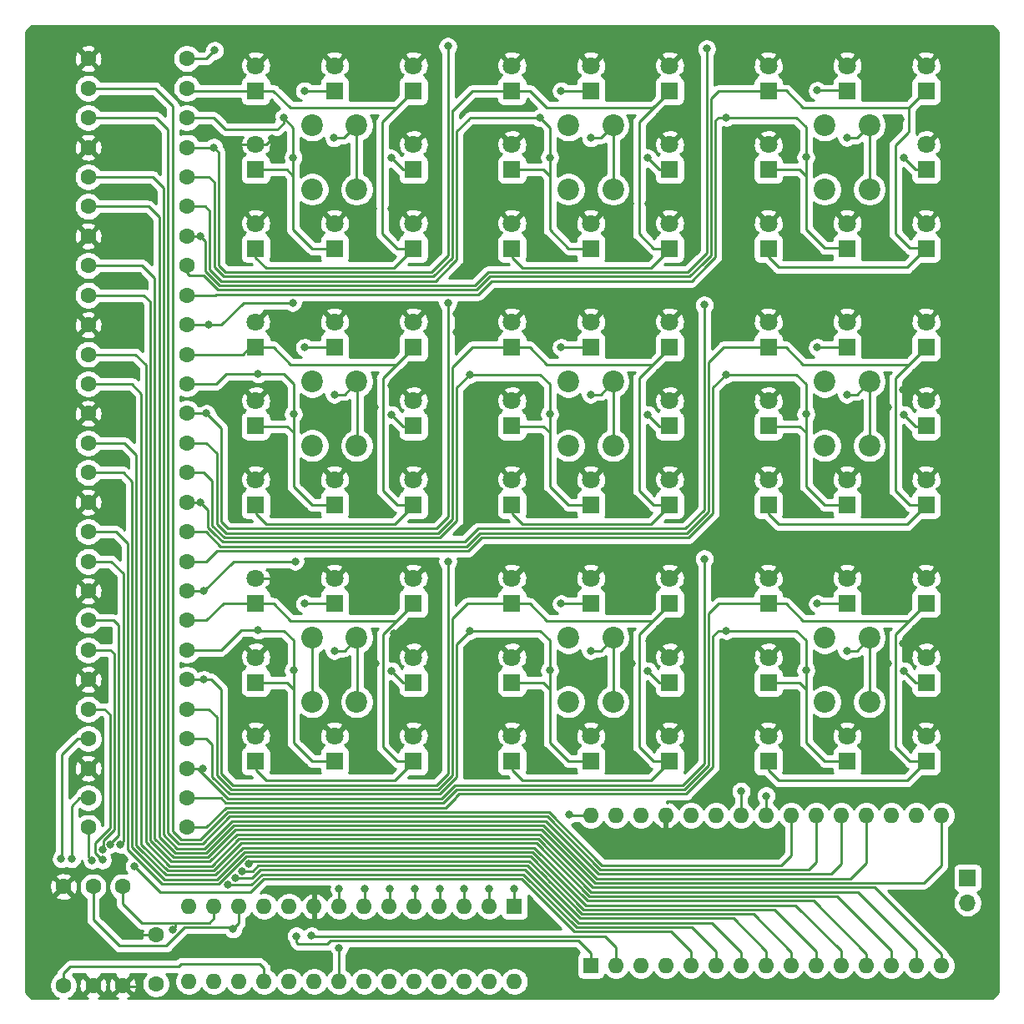
<source format=gbr>
%TF.GenerationSoftware,KiCad,Pcbnew,(5.1.9)-1*%
%TF.CreationDate,2021-03-23T14:53:15-04:00*%
%TF.ProjectId,TicTacToe,54696354-6163-4546-9f65-2e6b69636164,rev?*%
%TF.SameCoordinates,Original*%
%TF.FileFunction,Copper,L1,Top*%
%TF.FilePolarity,Positive*%
%FSLAX46Y46*%
G04 Gerber Fmt 4.6, Leading zero omitted, Abs format (unit mm)*
G04 Created by KiCad (PCBNEW (5.1.9)-1) date 2021-03-23 14:53:15*
%MOMM*%
%LPD*%
G01*
G04 APERTURE LIST*
%TA.AperFunction,ComponentPad*%
%ADD10O,1.700000X1.700000*%
%TD*%
%TA.AperFunction,ComponentPad*%
%ADD11R,1.700000X1.700000*%
%TD*%
%TA.AperFunction,ComponentPad*%
%ADD12C,1.600000*%
%TD*%
%TA.AperFunction,ComponentPad*%
%ADD13R,1.800000X1.800000*%
%TD*%
%TA.AperFunction,ComponentPad*%
%ADD14C,1.800000*%
%TD*%
%TA.AperFunction,ComponentPad*%
%ADD15C,2.200000*%
%TD*%
%TA.AperFunction,ComponentPad*%
%ADD16R,1.600000X1.600000*%
%TD*%
%TA.AperFunction,ComponentPad*%
%ADD17O,1.600000X1.600000*%
%TD*%
%TA.AperFunction,ViaPad*%
%ADD18C,0.800000*%
%TD*%
%TA.AperFunction,Conductor*%
%ADD19C,0.250000*%
%TD*%
%TA.AperFunction,Conductor*%
%ADD20C,0.254000*%
%TD*%
%TA.AperFunction,Conductor*%
%ADD21C,0.100000*%
%TD*%
G04 APERTURE END LIST*
D10*
%TO.P,J1,2*%
%TO.N,GND*%
X146200000Y-139640000D03*
D11*
%TO.P,J1,1*%
%TO.N,BATT*%
X146200000Y-137100000D03*
%TD*%
D12*
%TO.P,C1,2*%
%TO.N,5V*%
X63870000Y-142890000D03*
%TO.P,C1,1*%
%TO.N,GND*%
X63870000Y-147890000D03*
%TD*%
D13*
%TO.P,D101,1*%
%TO.N,Net-(D101-Pad1)*%
X74000000Y-57270000D03*
D14*
%TO.P,D101,2*%
%TO.N,5V*%
X74000000Y-54730000D03*
%TD*%
D13*
%TO.P,D102,1*%
%TO.N,Net-(D101-Pad1)*%
X90000000Y-57270000D03*
D14*
%TO.P,D102,2*%
%TO.N,5V*%
X90000000Y-54730000D03*
%TD*%
%TO.P,D103,2*%
%TO.N,5V*%
X90000000Y-70730000D03*
D13*
%TO.P,D103,1*%
%TO.N,Net-(D101-Pad1)*%
X90000000Y-73270000D03*
%TD*%
%TO.P,D104,1*%
%TO.N,Net-(D101-Pad1)*%
X74000000Y-73270000D03*
D14*
%TO.P,D104,2*%
%TO.N,5V*%
X74000000Y-70730000D03*
%TD*%
%TO.P,D105,2*%
%TO.N,5V*%
X82000000Y-54730000D03*
D13*
%TO.P,D105,1*%
%TO.N,Net-(D105-Pad1)*%
X82000000Y-57270000D03*
%TD*%
%TO.P,D106,1*%
%TO.N,Net-(D105-Pad1)*%
X90000000Y-65270000D03*
D14*
%TO.P,D106,2*%
%TO.N,5V*%
X90000000Y-62730000D03*
%TD*%
%TO.P,D107,2*%
%TO.N,5V*%
X82000000Y-70730000D03*
D13*
%TO.P,D107,1*%
%TO.N,Net-(D105-Pad1)*%
X82000000Y-73270000D03*
%TD*%
%TO.P,D108,1*%
%TO.N,Net-(D105-Pad1)*%
X74000000Y-65270000D03*
D14*
%TO.P,D108,2*%
%TO.N,5V*%
X74000000Y-62730000D03*
%TD*%
%TO.P,D201,2*%
%TO.N,5V*%
X100000000Y-54730000D03*
D13*
%TO.P,D201,1*%
%TO.N,Net-(D201-Pad1)*%
X100000000Y-57270000D03*
%TD*%
%TO.P,D202,1*%
%TO.N,Net-(D201-Pad1)*%
X116000000Y-57270000D03*
D14*
%TO.P,D202,2*%
%TO.N,5V*%
X116000000Y-54730000D03*
%TD*%
D13*
%TO.P,D203,1*%
%TO.N,Net-(D201-Pad1)*%
X116000000Y-73270000D03*
D14*
%TO.P,D203,2*%
%TO.N,5V*%
X116000000Y-70730000D03*
%TD*%
D13*
%TO.P,D204,1*%
%TO.N,Net-(D201-Pad1)*%
X100000000Y-73270000D03*
D14*
%TO.P,D204,2*%
%TO.N,5V*%
X100000000Y-70730000D03*
%TD*%
%TO.P,D205,2*%
%TO.N,5V*%
X108000000Y-54730000D03*
D13*
%TO.P,D205,1*%
%TO.N,Net-(D205-Pad1)*%
X108000000Y-57270000D03*
%TD*%
%TO.P,D206,1*%
%TO.N,Net-(D205-Pad1)*%
X116000000Y-65270000D03*
D14*
%TO.P,D206,2*%
%TO.N,5V*%
X116000000Y-62730000D03*
%TD*%
%TO.P,D207,2*%
%TO.N,5V*%
X108000000Y-70730000D03*
D13*
%TO.P,D207,1*%
%TO.N,Net-(D205-Pad1)*%
X108000000Y-73270000D03*
%TD*%
%TO.P,D208,1*%
%TO.N,Net-(D205-Pad1)*%
X100000000Y-65270000D03*
D14*
%TO.P,D208,2*%
%TO.N,5V*%
X100000000Y-62730000D03*
%TD*%
%TO.P,D301,2*%
%TO.N,5V*%
X126000000Y-54730000D03*
D13*
%TO.P,D301,1*%
%TO.N,Net-(D301-Pad1)*%
X126000000Y-57270000D03*
%TD*%
%TO.P,D302,1*%
%TO.N,Net-(D301-Pad1)*%
X142000000Y-57270000D03*
D14*
%TO.P,D302,2*%
%TO.N,5V*%
X142000000Y-54730000D03*
%TD*%
%TO.P,D303,2*%
%TO.N,5V*%
X142000000Y-70730000D03*
D13*
%TO.P,D303,1*%
%TO.N,Net-(D301-Pad1)*%
X142000000Y-73270000D03*
%TD*%
%TO.P,D304,1*%
%TO.N,Net-(D301-Pad1)*%
X126000000Y-73270000D03*
D14*
%TO.P,D304,2*%
%TO.N,5V*%
X126000000Y-70730000D03*
%TD*%
%TO.P,D305,2*%
%TO.N,5V*%
X134000000Y-54730000D03*
D13*
%TO.P,D305,1*%
%TO.N,Net-(D305-Pad1)*%
X134000000Y-57270000D03*
%TD*%
%TO.P,D306,1*%
%TO.N,Net-(D305-Pad1)*%
X142000000Y-65270000D03*
D14*
%TO.P,D306,2*%
%TO.N,5V*%
X142000000Y-62730000D03*
%TD*%
%TO.P,D307,2*%
%TO.N,5V*%
X134000000Y-70730000D03*
D13*
%TO.P,D307,1*%
%TO.N,Net-(D305-Pad1)*%
X134000000Y-73270000D03*
%TD*%
D14*
%TO.P,D308,2*%
%TO.N,5V*%
X126000000Y-62730000D03*
D13*
%TO.P,D308,1*%
%TO.N,Net-(D305-Pad1)*%
X126000000Y-65270000D03*
%TD*%
D14*
%TO.P,D401,2*%
%TO.N,5V*%
X74000000Y-80730000D03*
D13*
%TO.P,D401,1*%
%TO.N,Net-(D401-Pad1)*%
X74000000Y-83270000D03*
%TD*%
%TO.P,D402,1*%
%TO.N,Net-(D401-Pad1)*%
X90000000Y-83270000D03*
D14*
%TO.P,D402,2*%
%TO.N,5V*%
X90000000Y-80730000D03*
%TD*%
%TO.P,D403,2*%
%TO.N,5V*%
X90000000Y-96730000D03*
D13*
%TO.P,D403,1*%
%TO.N,Net-(D401-Pad1)*%
X90000000Y-99270000D03*
%TD*%
%TO.P,D404,1*%
%TO.N,Net-(D401-Pad1)*%
X74000000Y-99270000D03*
D14*
%TO.P,D404,2*%
%TO.N,5V*%
X74000000Y-96730000D03*
%TD*%
%TO.P,D405,2*%
%TO.N,5V*%
X82000000Y-80730000D03*
D13*
%TO.P,D405,1*%
%TO.N,Net-(D405-Pad1)*%
X82000000Y-83270000D03*
%TD*%
%TO.P,D406,1*%
%TO.N,Net-(D405-Pad1)*%
X90000000Y-91270000D03*
D14*
%TO.P,D406,2*%
%TO.N,5V*%
X90000000Y-88730000D03*
%TD*%
%TO.P,D407,2*%
%TO.N,5V*%
X82000000Y-96730000D03*
D13*
%TO.P,D407,1*%
%TO.N,Net-(D405-Pad1)*%
X82000000Y-99270000D03*
%TD*%
%TO.P,D408,1*%
%TO.N,Net-(D405-Pad1)*%
X74000000Y-91270000D03*
D14*
%TO.P,D408,2*%
%TO.N,5V*%
X74000000Y-88730000D03*
%TD*%
%TO.P,D501,2*%
%TO.N,5V*%
X100000000Y-80730000D03*
D13*
%TO.P,D501,1*%
%TO.N,Net-(D501-Pad1)*%
X100000000Y-83270000D03*
%TD*%
%TO.P,D502,1*%
%TO.N,Net-(D501-Pad1)*%
X116000000Y-83270000D03*
D14*
%TO.P,D502,2*%
%TO.N,5V*%
X116000000Y-80730000D03*
%TD*%
D13*
%TO.P,D503,1*%
%TO.N,Net-(D501-Pad1)*%
X116000000Y-99270000D03*
D14*
%TO.P,D503,2*%
%TO.N,5V*%
X116000000Y-96730000D03*
%TD*%
%TO.P,D504,2*%
%TO.N,5V*%
X100000000Y-96730000D03*
D13*
%TO.P,D504,1*%
%TO.N,Net-(D501-Pad1)*%
X100000000Y-99270000D03*
%TD*%
%TO.P,D505,1*%
%TO.N,Net-(D505-Pad1)*%
X108000000Y-83270000D03*
D14*
%TO.P,D505,2*%
%TO.N,5V*%
X108000000Y-80730000D03*
%TD*%
%TO.P,D506,2*%
%TO.N,5V*%
X116000000Y-88730000D03*
D13*
%TO.P,D506,1*%
%TO.N,Net-(D505-Pad1)*%
X116000000Y-91270000D03*
%TD*%
%TO.P,D507,1*%
%TO.N,Net-(D505-Pad1)*%
X108000000Y-99270000D03*
D14*
%TO.P,D507,2*%
%TO.N,5V*%
X108000000Y-96730000D03*
%TD*%
%TO.P,D508,2*%
%TO.N,5V*%
X100000000Y-88730000D03*
D13*
%TO.P,D508,1*%
%TO.N,Net-(D505-Pad1)*%
X100000000Y-91270000D03*
%TD*%
%TO.P,D601,1*%
%TO.N,Net-(D601-Pad1)*%
X126000000Y-83270000D03*
D14*
%TO.P,D601,2*%
%TO.N,5V*%
X126000000Y-80730000D03*
%TD*%
%TO.P,D602,2*%
%TO.N,5V*%
X142000000Y-80730000D03*
D13*
%TO.P,D602,1*%
%TO.N,Net-(D601-Pad1)*%
X142000000Y-83270000D03*
%TD*%
%TO.P,D603,1*%
%TO.N,Net-(D601-Pad1)*%
X142000000Y-99270000D03*
D14*
%TO.P,D603,2*%
%TO.N,5V*%
X142000000Y-96730000D03*
%TD*%
%TO.P,D604,2*%
%TO.N,5V*%
X126000000Y-96730000D03*
D13*
%TO.P,D604,1*%
%TO.N,Net-(D601-Pad1)*%
X126000000Y-99270000D03*
%TD*%
%TO.P,D605,1*%
%TO.N,Net-(D605-Pad1)*%
X134000000Y-83270000D03*
D14*
%TO.P,D605,2*%
%TO.N,5V*%
X134000000Y-80730000D03*
%TD*%
%TO.P,D606,2*%
%TO.N,5V*%
X142000000Y-88730000D03*
D13*
%TO.P,D606,1*%
%TO.N,Net-(D605-Pad1)*%
X142000000Y-91270000D03*
%TD*%
%TO.P,D607,1*%
%TO.N,Net-(D605-Pad1)*%
X134000000Y-99270000D03*
D14*
%TO.P,D607,2*%
%TO.N,5V*%
X134000000Y-96730000D03*
%TD*%
%TO.P,D608,2*%
%TO.N,5V*%
X126000000Y-88730000D03*
D13*
%TO.P,D608,1*%
%TO.N,Net-(D605-Pad1)*%
X126000000Y-91270000D03*
%TD*%
%TO.P,D701,1*%
%TO.N,Net-(D701-Pad1)*%
X74000000Y-109270000D03*
D14*
%TO.P,D701,2*%
%TO.N,5V*%
X74000000Y-106730000D03*
%TD*%
%TO.P,D702,2*%
%TO.N,5V*%
X90000000Y-106730000D03*
D13*
%TO.P,D702,1*%
%TO.N,Net-(D701-Pad1)*%
X90000000Y-109270000D03*
%TD*%
%TO.P,D703,1*%
%TO.N,Net-(D701-Pad1)*%
X90000000Y-125270000D03*
D14*
%TO.P,D703,2*%
%TO.N,5V*%
X90000000Y-122730000D03*
%TD*%
%TO.P,D704,2*%
%TO.N,5V*%
X74000000Y-122730000D03*
D13*
%TO.P,D704,1*%
%TO.N,Net-(D701-Pad1)*%
X74000000Y-125270000D03*
%TD*%
D14*
%TO.P,D705,2*%
%TO.N,5V*%
X82000000Y-106730000D03*
D13*
%TO.P,D705,1*%
%TO.N,Net-(D705-Pad1)*%
X82000000Y-109270000D03*
%TD*%
D14*
%TO.P,D706,2*%
%TO.N,5V*%
X90000000Y-114730000D03*
D13*
%TO.P,D706,1*%
%TO.N,Net-(D705-Pad1)*%
X90000000Y-117270000D03*
%TD*%
D14*
%TO.P,D707,2*%
%TO.N,5V*%
X82000000Y-122730000D03*
D13*
%TO.P,D707,1*%
%TO.N,Net-(D705-Pad1)*%
X82000000Y-125270000D03*
%TD*%
%TO.P,D708,1*%
%TO.N,Net-(D705-Pad1)*%
X74000000Y-117270000D03*
D14*
%TO.P,D708,2*%
%TO.N,5V*%
X74000000Y-114730000D03*
%TD*%
%TO.P,D801,2*%
%TO.N,5V*%
X100000000Y-106730000D03*
D13*
%TO.P,D801,1*%
%TO.N,Net-(D801-Pad1)*%
X100000000Y-109270000D03*
%TD*%
%TO.P,D802,1*%
%TO.N,Net-(D801-Pad1)*%
X116000000Y-109270000D03*
D14*
%TO.P,D802,2*%
%TO.N,5V*%
X116000000Y-106730000D03*
%TD*%
%TO.P,D803,2*%
%TO.N,5V*%
X116000000Y-122730000D03*
D13*
%TO.P,D803,1*%
%TO.N,Net-(D801-Pad1)*%
X116000000Y-125270000D03*
%TD*%
%TO.P,D804,1*%
%TO.N,Net-(D801-Pad1)*%
X100000000Y-125270000D03*
D14*
%TO.P,D804,2*%
%TO.N,5V*%
X100000000Y-122730000D03*
%TD*%
%TO.P,D805,2*%
%TO.N,5V*%
X108000000Y-106730000D03*
D13*
%TO.P,D805,1*%
%TO.N,Net-(D805-Pad1)*%
X108000000Y-109270000D03*
%TD*%
%TO.P,D806,1*%
%TO.N,Net-(D805-Pad1)*%
X116000000Y-117270000D03*
D14*
%TO.P,D806,2*%
%TO.N,5V*%
X116000000Y-114730000D03*
%TD*%
%TO.P,D807,2*%
%TO.N,5V*%
X108000000Y-122730000D03*
D13*
%TO.P,D807,1*%
%TO.N,Net-(D805-Pad1)*%
X108000000Y-125270000D03*
%TD*%
%TO.P,D808,1*%
%TO.N,Net-(D805-Pad1)*%
X100000000Y-117270000D03*
D14*
%TO.P,D808,2*%
%TO.N,5V*%
X100000000Y-114730000D03*
%TD*%
%TO.P,D901,2*%
%TO.N,5V*%
X126000000Y-106730000D03*
D13*
%TO.P,D901,1*%
%TO.N,Net-(D901-Pad1)*%
X126000000Y-109270000D03*
%TD*%
%TO.P,D902,1*%
%TO.N,Net-(D901-Pad1)*%
X142000000Y-109270000D03*
D14*
%TO.P,D902,2*%
%TO.N,5V*%
X142000000Y-106730000D03*
%TD*%
%TO.P,D903,2*%
%TO.N,5V*%
X142000000Y-122730000D03*
D13*
%TO.P,D903,1*%
%TO.N,Net-(D901-Pad1)*%
X142000000Y-125270000D03*
%TD*%
%TO.P,D904,1*%
%TO.N,Net-(D901-Pad1)*%
X126000000Y-125270000D03*
D14*
%TO.P,D904,2*%
%TO.N,5V*%
X126000000Y-122730000D03*
%TD*%
%TO.P,D905,2*%
%TO.N,5V*%
X134000000Y-106730000D03*
D13*
%TO.P,D905,1*%
%TO.N,Net-(D905-Pad1)*%
X134000000Y-109270000D03*
%TD*%
%TO.P,D906,1*%
%TO.N,Net-(D905-Pad1)*%
X142000000Y-117270000D03*
D14*
%TO.P,D906,2*%
%TO.N,5V*%
X142000000Y-114730000D03*
%TD*%
%TO.P,D907,2*%
%TO.N,5V*%
X134000000Y-122730000D03*
D13*
%TO.P,D907,1*%
%TO.N,Net-(D905-Pad1)*%
X134000000Y-125270000D03*
%TD*%
%TO.P,D908,1*%
%TO.N,Net-(D905-Pad1)*%
X126000000Y-117270000D03*
D14*
%TO.P,D908,2*%
%TO.N,5V*%
X126000000Y-114730000D03*
%TD*%
D12*
%TO.P,R1,2*%
%TO.N,BUTTON_1*%
X67000000Y-54000000D03*
%TO.P,R1,1*%
%TO.N,5V*%
X57000000Y-54000000D03*
%TD*%
%TO.P,R2,2*%
%TO.N,BUTTON_2*%
X67000000Y-63000000D03*
%TO.P,R2,1*%
%TO.N,5V*%
X57000000Y-63000000D03*
%TD*%
%TO.P,R3,2*%
%TO.N,BUTTON_3*%
X67000000Y-72000000D03*
%TO.P,R3,1*%
%TO.N,5V*%
X57000000Y-72000000D03*
%TD*%
%TO.P,R4,1*%
%TO.N,5V*%
X57000000Y-81000000D03*
%TO.P,R4,2*%
%TO.N,BUTTON_4*%
X67000000Y-81000000D03*
%TD*%
%TO.P,R5,2*%
%TO.N,BUTTON_5*%
X67000000Y-90000000D03*
%TO.P,R5,1*%
%TO.N,5V*%
X57000000Y-90000000D03*
%TD*%
%TO.P,R6,1*%
%TO.N,5V*%
X57000000Y-99000000D03*
%TO.P,R6,2*%
%TO.N,BUTTON_6*%
X67000000Y-99000000D03*
%TD*%
%TO.P,R7,2*%
%TO.N,BUTTON_7*%
X67000000Y-108000000D03*
%TO.P,R7,1*%
%TO.N,5V*%
X57000000Y-108000000D03*
%TD*%
%TO.P,R8,1*%
%TO.N,5V*%
X57000000Y-117000000D03*
%TO.P,R8,2*%
%TO.N,BUTTON_8*%
X67000000Y-117000000D03*
%TD*%
%TO.P,R9,2*%
%TO.N,BUTTON_9*%
X67000000Y-126000000D03*
%TO.P,R9,1*%
%TO.N,5V*%
X57000000Y-126000000D03*
%TD*%
%TO.P,R10,1*%
%TO.N,5V*%
X60500000Y-148010000D03*
%TO.P,R10,2*%
%TO.N,SDA*%
X60500000Y-138010000D03*
%TD*%
%TO.P,R11,2*%
%TO.N,SCL*%
X57500000Y-138010000D03*
%TO.P,R11,1*%
%TO.N,5V*%
X57500000Y-148010000D03*
%TD*%
%TO.P,R12,2*%
%TO.N,5V*%
X54500000Y-138010000D03*
%TO.P,R12,1*%
%TO.N,Net-(R12-Pad1)*%
X54500000Y-148010000D03*
%TD*%
%TO.P,R101,2*%
%TO.N,D17*%
X57000000Y-57000000D03*
%TO.P,R101,1*%
%TO.N,Net-(D101-Pad1)*%
X67000000Y-57000000D03*
%TD*%
%TO.P,R102,1*%
%TO.N,Net-(D105-Pad1)*%
X67000000Y-60000000D03*
%TO.P,R102,2*%
%TO.N,D16*%
X57000000Y-60000000D03*
%TD*%
%TO.P,R201,1*%
%TO.N,Net-(D201-Pad1)*%
X67000000Y-66000000D03*
%TO.P,R201,2*%
%TO.N,D15*%
X57000000Y-66000000D03*
%TD*%
%TO.P,R202,2*%
%TO.N,D14*%
X57000000Y-69000000D03*
%TO.P,R202,1*%
%TO.N,Net-(D205-Pad1)*%
X67000000Y-69000000D03*
%TD*%
%TO.P,R301,2*%
%TO.N,D13*%
X57000000Y-75000000D03*
%TO.P,R301,1*%
%TO.N,Net-(D301-Pad1)*%
X67000000Y-75000000D03*
%TD*%
%TO.P,R302,1*%
%TO.N,Net-(D305-Pad1)*%
X67000000Y-78000000D03*
%TO.P,R302,2*%
%TO.N,D12*%
X57000000Y-78000000D03*
%TD*%
%TO.P,R401,2*%
%TO.N,D11*%
X57000000Y-84000000D03*
%TO.P,R401,1*%
%TO.N,Net-(D401-Pad1)*%
X67000000Y-84000000D03*
%TD*%
%TO.P,R402,1*%
%TO.N,Net-(D405-Pad1)*%
X67000000Y-87000000D03*
%TO.P,R402,2*%
%TO.N,D10*%
X57000000Y-87000000D03*
%TD*%
%TO.P,R501,1*%
%TO.N,Net-(D501-Pad1)*%
X67000000Y-93000000D03*
%TO.P,R501,2*%
%TO.N,D09*%
X57000000Y-93000000D03*
%TD*%
%TO.P,R502,2*%
%TO.N,D08*%
X57000000Y-96000000D03*
%TO.P,R502,1*%
%TO.N,Net-(D505-Pad1)*%
X67000000Y-96000000D03*
%TD*%
%TO.P,R601,1*%
%TO.N,Net-(D601-Pad1)*%
X67000000Y-102000000D03*
%TO.P,R601,2*%
%TO.N,D07*%
X57000000Y-102000000D03*
%TD*%
%TO.P,R602,2*%
%TO.N,D06*%
X57000000Y-105000000D03*
%TO.P,R602,1*%
%TO.N,Net-(D605-Pad1)*%
X67000000Y-105000000D03*
%TD*%
%TO.P,R701,1*%
%TO.N,Net-(D701-Pad1)*%
X67000000Y-111000000D03*
%TO.P,R701,2*%
%TO.N,D05*%
X57000000Y-111000000D03*
%TD*%
%TO.P,R702,2*%
%TO.N,D04*%
X57000000Y-114000000D03*
%TO.P,R702,1*%
%TO.N,Net-(D705-Pad1)*%
X67000000Y-114000000D03*
%TD*%
%TO.P,R801,2*%
%TO.N,D03*%
X57000000Y-120000000D03*
%TO.P,R801,1*%
%TO.N,Net-(D801-Pad1)*%
X67000000Y-120000000D03*
%TD*%
%TO.P,R802,1*%
%TO.N,Net-(D805-Pad1)*%
X67000000Y-123000000D03*
%TO.P,R802,2*%
%TO.N,D01_TX*%
X57000000Y-123000000D03*
%TD*%
%TO.P,R901,1*%
%TO.N,Net-(D901-Pad1)*%
X67000000Y-129000000D03*
%TO.P,R901,2*%
%TO.N,D00_RX*%
X57000000Y-129000000D03*
%TD*%
%TO.P,R902,1*%
%TO.N,Net-(D905-Pad1)*%
X67000000Y-132000000D03*
%TO.P,R902,2*%
%TO.N,D02*%
X57000000Y-132000000D03*
%TD*%
D15*
%TO.P,SW1,1*%
%TO.N,GND*%
X79750000Y-67250000D03*
X79750000Y-60750000D03*
%TO.P,SW1,2*%
%TO.N,BUTTON_1*%
X84250000Y-67250000D03*
X84250000Y-60750000D03*
%TD*%
%TO.P,SW2,1*%
%TO.N,GND*%
X105750000Y-67250000D03*
X105750000Y-60750000D03*
%TO.P,SW2,2*%
%TO.N,BUTTON_2*%
X110250000Y-67250000D03*
X110250000Y-60750000D03*
%TD*%
%TO.P,SW3,2*%
%TO.N,BUTTON_3*%
X136250000Y-60750000D03*
X136250000Y-67250000D03*
%TO.P,SW3,1*%
%TO.N,GND*%
X131750000Y-60750000D03*
X131750000Y-67250000D03*
%TD*%
%TO.P,SW4,1*%
%TO.N,GND*%
X79750000Y-93250000D03*
X79750000Y-86750000D03*
%TO.P,SW4,2*%
%TO.N,BUTTON_4*%
X84250000Y-93250000D03*
X84250000Y-86750000D03*
%TD*%
%TO.P,SW5,2*%
%TO.N,BUTTON_5*%
X110250000Y-86750000D03*
X110250000Y-93250000D03*
%TO.P,SW5,1*%
%TO.N,GND*%
X105750000Y-86750000D03*
X105750000Y-93250000D03*
%TD*%
%TO.P,SW6,1*%
%TO.N,GND*%
X131750000Y-93250000D03*
X131750000Y-86750000D03*
%TO.P,SW6,2*%
%TO.N,BUTTON_6*%
X136250000Y-93250000D03*
X136250000Y-86750000D03*
%TD*%
%TO.P,SW7,2*%
%TO.N,BUTTON_7*%
X84250000Y-112750000D03*
X84250000Y-119250000D03*
%TO.P,SW7,1*%
%TO.N,GND*%
X79750000Y-112750000D03*
X79750000Y-119250000D03*
%TD*%
%TO.P,SW8,2*%
%TO.N,BUTTON_8*%
X110250000Y-112750000D03*
X110250000Y-119250000D03*
%TO.P,SW8,1*%
%TO.N,GND*%
X105750000Y-112750000D03*
X105750000Y-119250000D03*
%TD*%
%TO.P,SW9,1*%
%TO.N,GND*%
X131750000Y-119250000D03*
X131750000Y-112750000D03*
%TO.P,SW9,2*%
%TO.N,BUTTON_9*%
X136250000Y-119250000D03*
X136250000Y-112750000D03*
%TD*%
D16*
%TO.P,U1,1*%
%TO.N,D01_TX*%
X108000000Y-146000000D03*
D17*
%TO.P,U1,17*%
%TO.N,Net-(U1-Pad17)*%
X141020000Y-130760000D03*
%TO.P,U1,2*%
%TO.N,D00_RX*%
X110540000Y-146000000D03*
%TO.P,U1,18*%
%TO.N,Net-(U1-Pad18)*%
X138480000Y-130760000D03*
%TO.P,U1,3*%
%TO.N,Net-(U1-Pad3)*%
X113080000Y-146000000D03*
%TO.P,U1,19*%
%TO.N,D14*%
X135940000Y-130760000D03*
%TO.P,U1,4*%
%TO.N,GND*%
X115620000Y-146000000D03*
%TO.P,U1,20*%
%TO.N,D15*%
X133400000Y-130760000D03*
%TO.P,U1,5*%
%TO.N,D02*%
X118160000Y-146000000D03*
%TO.P,U1,21*%
%TO.N,D16*%
X130860000Y-130760000D03*
%TO.P,U1,6*%
%TO.N,D03*%
X120700000Y-146000000D03*
%TO.P,U1,22*%
%TO.N,D17*%
X128320000Y-130760000D03*
%TO.P,U1,7*%
%TO.N,D04*%
X123240000Y-146000000D03*
%TO.P,U1,23*%
%TO.N,SDA*%
X125780000Y-130760000D03*
%TO.P,U1,8*%
%TO.N,D05*%
X125780000Y-146000000D03*
%TO.P,U1,24*%
%TO.N,SCL*%
X123240000Y-130760000D03*
%TO.P,U1,9*%
%TO.N,D06*%
X128320000Y-146000000D03*
%TO.P,U1,25*%
%TO.N,Net-(U1-Pad25)*%
X120700000Y-130760000D03*
%TO.P,U1,10*%
%TO.N,D07*%
X130860000Y-146000000D03*
%TO.P,U1,26*%
%TO.N,Net-(U1-Pad26)*%
X118160000Y-130760000D03*
%TO.P,U1,11*%
%TO.N,D08*%
X133400000Y-146000000D03*
%TO.P,U1,27*%
%TO.N,5V*%
X115620000Y-130760000D03*
%TO.P,U1,12*%
%TO.N,D09*%
X135940000Y-146000000D03*
%TO.P,U1,28*%
%TO.N,Net-(U1-Pad28)*%
X113080000Y-130760000D03*
%TO.P,U1,13*%
%TO.N,D10*%
X138480000Y-146000000D03*
%TO.P,U1,29*%
%TO.N,GND*%
X110540000Y-130760000D03*
%TO.P,U1,14*%
%TO.N,D11*%
X141020000Y-146000000D03*
%TO.P,U1,30*%
%TO.N,BATT*%
X108000000Y-130760000D03*
%TO.P,U1,15*%
%TO.N,D12*%
X143560000Y-146000000D03*
%TO.P,U1,16*%
%TO.N,D13*%
X143560000Y-130760000D03*
%TD*%
D16*
%TO.P,U2,1*%
%TO.N,BUTTON_1*%
X100250000Y-140010000D03*
D17*
%TO.P,U2,15*%
%TO.N,GND*%
X67230000Y-147630000D03*
%TO.P,U2,2*%
%TO.N,BUTTON_2*%
X97710000Y-140010000D03*
%TO.P,U2,16*%
%TO.N,GND*%
X69770000Y-147630000D03*
%TO.P,U2,3*%
%TO.N,BUTTON_3*%
X95170000Y-140010000D03*
%TO.P,U2,17*%
%TO.N,GND*%
X72310000Y-147630000D03*
%TO.P,U2,4*%
%TO.N,BUTTON_4*%
X92630000Y-140010000D03*
%TO.P,U2,18*%
%TO.N,Net-(R12-Pad1)*%
X74850000Y-147630000D03*
%TO.P,U2,5*%
%TO.N,BUTTON_5*%
X90090000Y-140010000D03*
%TO.P,U2,19*%
%TO.N,Net-(U2-Pad19)*%
X77390000Y-147630000D03*
%TO.P,U2,6*%
%TO.N,BUTTON_6*%
X87550000Y-140010000D03*
%TO.P,U2,20*%
%TO.N,Net-(U2-Pad20)*%
X79930000Y-147630000D03*
%TO.P,U2,7*%
%TO.N,BUTTON_7*%
X85010000Y-140010000D03*
%TO.P,U2,21*%
%TO.N,BUTTON_9*%
X82470000Y-147630000D03*
%TO.P,U2,8*%
%TO.N,BUTTON_8*%
X82470000Y-140010000D03*
%TO.P,U2,22*%
%TO.N,MUX_10*%
X85010000Y-147630000D03*
%TO.P,U2,9*%
%TO.N,5V*%
X79930000Y-140010000D03*
%TO.P,U2,23*%
%TO.N,MUX_11*%
X87550000Y-147630000D03*
%TO.P,U2,10*%
%TO.N,GND*%
X77390000Y-140010000D03*
%TO.P,U2,24*%
%TO.N,MUX_12*%
X90090000Y-147630000D03*
%TO.P,U2,11*%
%TO.N,Net-(U2-Pad11)*%
X74850000Y-140010000D03*
%TO.P,U2,25*%
%TO.N,MUX_13*%
X92630000Y-147630000D03*
%TO.P,U2,12*%
%TO.N,SCL*%
X72310000Y-140010000D03*
%TO.P,U2,26*%
%TO.N,MUX_14*%
X95170000Y-147630000D03*
%TO.P,U2,13*%
%TO.N,SDA*%
X69770000Y-140010000D03*
%TO.P,U2,27*%
%TO.N,MUX_15*%
X97710000Y-147630000D03*
%TO.P,U2,14*%
%TO.N,Net-(U2-Pad14)*%
X67230000Y-140010000D03*
%TO.P,U2,28*%
%TO.N,MUX_16*%
X100250000Y-147630000D03*
%TD*%
D18*
%TO.N,5V*%
X139640000Y-87570000D03*
X88012653Y-112332653D03*
X94970000Y-107120000D03*
X113890000Y-113070000D03*
X139710000Y-113370000D03*
X87760000Y-87190000D03*
X94370000Y-81740000D03*
X92490000Y-79900000D03*
X94410000Y-79900000D03*
X139400000Y-60200000D03*
X141320000Y-60200000D03*
X111950000Y-68750000D03*
X113870000Y-68750000D03*
X96170000Y-61130000D03*
X96160000Y-56210000D03*
X75690000Y-62110000D03*
X75690000Y-60190000D03*
X87810000Y-69220000D03*
X85890000Y-69220000D03*
X96150000Y-58700000D03*
X114030000Y-94450000D03*
X96110000Y-92920000D03*
X111680000Y-95030000D03*
X76610000Y-87520000D03*
X86100000Y-89380000D03*
X128540000Y-87330000D03*
X138155000Y-89395000D03*
X128670000Y-113310000D03*
X138155000Y-115395000D03*
X102440000Y-113310000D03*
X112155000Y-115340000D03*
X92070000Y-105130000D03*
X76500000Y-113170000D03*
X86155000Y-115395000D03*
X77980000Y-107350000D03*
X115590000Y-133430000D03*
X147470000Y-123660000D03*
X61430000Y-142890000D03*
X62210000Y-148140000D03*
%TO.N,Net-(D105-Pad1)*%
X78960000Y-57270000D03*
X87740000Y-64090000D03*
X77800000Y-64030000D03*
X76820000Y-60000000D03*
%TO.N,Net-(D205-Pad1)*%
X103830000Y-64030000D03*
X113770000Y-64090000D03*
X104990000Y-57270000D03*
X102860000Y-60010000D03*
%TO.N,Net-(D305-Pad1)*%
X129810000Y-64000000D03*
X139750000Y-64060000D03*
X130970000Y-57240000D03*
X121740000Y-59970000D03*
%TO.N,Net-(D405-Pad1)*%
X77820000Y-90060000D03*
X87760000Y-90120000D03*
X78980000Y-83300000D03*
X74250000Y-86000000D03*
%TO.N,Net-(D505-Pad1)*%
X103820000Y-90060000D03*
X113760000Y-90120000D03*
X104980000Y-83300000D03*
X95750000Y-86030000D03*
%TO.N,Net-(D605-Pad1)*%
X129820000Y-90060000D03*
X139760000Y-90120000D03*
X130980000Y-83300000D03*
X121750000Y-86030000D03*
%TO.N,Net-(D705-Pad1)*%
X77820000Y-116060000D03*
X87760000Y-116120000D03*
X78980000Y-109300000D03*
X74250000Y-112000000D03*
%TO.N,Net-(D805-Pad1)*%
X103820000Y-116060000D03*
X113760000Y-116120000D03*
X104980000Y-109300000D03*
X95750000Y-112030000D03*
%TO.N,Net-(D905-Pad1)*%
X129820000Y-116060000D03*
X139760000Y-116120000D03*
X130980000Y-109300000D03*
X121750000Y-112030000D03*
%TO.N,BUTTON_1*%
X81950000Y-62030000D03*
X69830000Y-53170000D03*
X100250000Y-138260000D03*
%TO.N,BUTTON_2*%
X97710000Y-138250000D03*
X107980000Y-62030000D03*
X93500000Y-52750000D03*
X69750000Y-63000000D03*
%TO.N,BUTTON_3*%
X95170000Y-138240000D03*
X133960000Y-62000000D03*
X119750000Y-53000000D03*
X68399972Y-72000000D03*
%TO.N,BUTTON_4*%
X92650000Y-138220000D03*
X81970000Y-88060000D03*
X77750000Y-78750000D03*
X69250000Y-81000000D03*
%TO.N,BUTTON_5*%
X90110000Y-138240000D03*
X107970000Y-88060000D03*
X93500000Y-78750000D03*
X69000000Y-90000000D03*
%TO.N,BUTTON_6*%
X87570000Y-138230000D03*
X133970000Y-88060000D03*
X119500000Y-79000000D03*
X68399972Y-99000000D03*
%TO.N,BUTTON_7*%
X85020000Y-138210000D03*
X81970000Y-114060000D03*
X78000000Y-105000000D03*
X68750000Y-108000000D03*
%TO.N,BUTTON_8*%
X82470000Y-138230000D03*
X107970000Y-114060000D03*
X93500000Y-105000000D03*
X68750000Y-117000000D03*
%TO.N,BUTTON_9*%
X133970000Y-114060000D03*
X119500000Y-104750000D03*
X68624930Y-126000000D03*
X82470001Y-144205010D03*
%TO.N,SDA*%
X125780000Y-128790000D03*
X65552347Y-142382347D03*
%TO.N,SCL*%
X71689990Y-142310011D03*
X123240000Y-128320000D03*
%TO.N,D00_RX*%
X55320000Y-135170000D03*
X79670000Y-142990000D03*
%TO.N,D01_TX*%
X54280000Y-135190000D03*
X78120000Y-143020000D03*
%TO.N,D02*%
X57395845Y-135307974D03*
X61691323Y-135921490D03*
%TO.N,D03*%
X58448593Y-135287719D03*
X71204029Y-137821787D03*
%TO.N,D04*%
X58448335Y-134262156D03*
X71911137Y-137114679D03*
%TO.N,D05*%
X72618245Y-136407571D03*
X59274987Y-133699439D03*
%TO.N,D06*%
X73325353Y-135700463D03*
X60274980Y-133703598D03*
%TO.N,BATT*%
X105760000Y-130720000D03*
%TD*%
D19*
%TO.N,5V*%
X139640000Y-87590000D02*
X139640000Y-87570000D01*
X142000000Y-54730000D02*
X142000000Y-55000000D01*
X75070000Y-62730000D02*
X75690000Y-62110000D01*
X74000000Y-62730000D02*
X75070000Y-62730000D01*
X74000000Y-62730000D02*
X72030000Y-62730000D01*
X74000000Y-106730000D02*
X74280000Y-106730000D01*
X77360000Y-106730000D02*
X77980000Y-107350000D01*
X74000000Y-106730000D02*
X77360000Y-106730000D01*
X115620000Y-133400000D02*
X115590000Y-133430000D01*
X115620000Y-130760000D02*
X115620000Y-133400000D01*
X63870000Y-142890000D02*
X61430000Y-142890000D01*
X60630000Y-148140000D02*
X60500000Y-148010000D01*
X62210000Y-148140000D02*
X60630000Y-148140000D01*
%TO.N,GND*%
X79750000Y-119250000D02*
X79750000Y-112750000D01*
%TO.N,Net-(D101-Pad1)*%
X67270000Y-57270000D02*
X67000000Y-57000000D01*
X74000000Y-57270000D02*
X67270000Y-57270000D01*
X74000000Y-57270000D02*
X75780000Y-57270000D01*
X75780000Y-57270000D02*
X77510000Y-59000000D01*
X88270000Y-59000000D02*
X90000000Y-57270000D01*
X77510000Y-59000000D02*
X88270000Y-59000000D01*
X90000000Y-73270000D02*
X88350000Y-73270000D01*
X88350000Y-73270000D02*
X86860000Y-71780000D01*
X86860000Y-60410000D02*
X90000000Y-57270000D01*
X86860000Y-71780000D02*
X86860000Y-60410000D01*
X74000000Y-73270000D02*
X74000000Y-74180000D01*
X74000000Y-74180000D02*
X75030000Y-75210000D01*
X88060000Y-75210000D02*
X90000000Y-73270000D01*
X75030000Y-75210000D02*
X88060000Y-75210000D01*
%TO.N,Net-(D105-Pad1)*%
X82000000Y-57270000D02*
X78960000Y-57270000D01*
X77800000Y-60980000D02*
X76820000Y-60000000D01*
X79720000Y-73270000D02*
X77800000Y-71350000D01*
X82000000Y-73270000D02*
X79720000Y-73270000D01*
X77150000Y-65270000D02*
X77800000Y-65920000D01*
X74000000Y-65270000D02*
X77150000Y-65270000D01*
X77800000Y-71350000D02*
X77800000Y-65920000D01*
X88920000Y-65270000D02*
X87740000Y-64090000D01*
X90000000Y-65270000D02*
X88920000Y-65270000D01*
X77800000Y-64030000D02*
X77800000Y-60980000D01*
X77800000Y-65920000D02*
X77800000Y-64030000D01*
X69730000Y-60000000D02*
X69500000Y-60000000D01*
X69500000Y-60000000D02*
X67000000Y-60000000D01*
X76820000Y-60000000D02*
X76820000Y-60560000D01*
X76820000Y-60560000D02*
X76210000Y-61170000D01*
X70900000Y-61170000D02*
X69730000Y-60000000D01*
X76210000Y-61170000D02*
X70900000Y-61170000D01*
%TO.N,Net-(D201-Pad1)*%
X100030000Y-57270000D02*
X101810000Y-57270000D01*
X101810000Y-57270000D02*
X103540000Y-59000000D01*
X114300000Y-59000000D02*
X116030000Y-57270000D01*
X103540000Y-59000000D02*
X114300000Y-59000000D01*
X114380000Y-73270000D02*
X112890000Y-71780000D01*
X116030000Y-73270000D02*
X114380000Y-73270000D01*
X112890000Y-60410000D02*
X116030000Y-57270000D01*
X112890000Y-71780000D02*
X112890000Y-60410000D01*
X100030000Y-73270000D02*
X100030000Y-74180000D01*
X114090000Y-75210000D02*
X116030000Y-73270000D01*
X100030000Y-74180000D02*
X101060000Y-75210000D01*
X101060000Y-75210000D02*
X114090000Y-75210000D01*
X95980000Y-57270000D02*
X100000000Y-57270000D01*
X94000000Y-59250000D02*
X95980000Y-57270000D01*
X93950010Y-59250000D02*
X94000000Y-59250000D01*
X92026391Y-76110019D02*
X93950010Y-74186400D01*
X70723610Y-76110020D02*
X92026391Y-76110019D01*
X93950010Y-74186400D02*
X93950010Y-59250000D01*
X69799991Y-75186401D02*
X70723610Y-76110020D01*
X69799990Y-66549990D02*
X69799991Y-75186401D01*
X69250000Y-66000000D02*
X69799990Y-66549990D01*
X67000000Y-66000000D02*
X69250000Y-66000000D01*
%TO.N,Net-(D205-Pad1)*%
X105750000Y-73270000D02*
X103830000Y-71350000D01*
X108030000Y-73270000D02*
X105750000Y-73270000D01*
X103830000Y-60980000D02*
X102850000Y-60000000D01*
X100030000Y-65270000D02*
X103180000Y-65270000D01*
X103180000Y-65270000D02*
X103830000Y-65920000D01*
X103830000Y-71350000D02*
X103830000Y-65920000D01*
X116030000Y-65270000D02*
X114950000Y-65270000D01*
X103830000Y-65920000D02*
X103830000Y-64030000D01*
X114950000Y-65270000D02*
X113770000Y-64090000D01*
X103830000Y-64030000D02*
X103830000Y-60980000D01*
X108030000Y-57270000D02*
X104990000Y-57270000D01*
X67000000Y-69000000D02*
X68849981Y-69000000D01*
X69349982Y-75372802D02*
X70537211Y-76560029D01*
X69349982Y-69500001D02*
X69349982Y-75372802D01*
X68849981Y-69000000D02*
X69349982Y-69500001D01*
X70537211Y-76560029D02*
X92212792Y-76560028D01*
X94400020Y-61359980D02*
X94400020Y-74372800D01*
X94400020Y-74372800D02*
X93886410Y-74886410D01*
X93886410Y-74886410D02*
X94011410Y-74761410D01*
X92212792Y-76560028D02*
X93886410Y-74886410D01*
X102850000Y-60000000D02*
X102860000Y-60010000D01*
X95750000Y-60010000D02*
X95635000Y-60125000D01*
X102860000Y-60010000D02*
X95750000Y-60010000D01*
X95635000Y-60125000D02*
X94400020Y-61359980D01*
X95760000Y-60000000D02*
X95635000Y-60125000D01*
%TO.N,Net-(D301-Pad1)*%
X126010000Y-57240000D02*
X127790000Y-57240000D01*
X127790000Y-57240000D02*
X129520000Y-58970000D01*
X140280000Y-58970000D02*
X142010000Y-57240000D01*
X140360000Y-73240000D02*
X138870000Y-71750000D01*
X142010000Y-73240000D02*
X140360000Y-73240000D01*
X126010000Y-73240000D02*
X126010000Y-74150000D01*
X140070000Y-75180000D02*
X142010000Y-73240000D01*
X126010000Y-74150000D02*
X127040000Y-75180000D01*
X127040000Y-75180000D02*
X140070000Y-75180000D01*
X69204360Y-76500000D02*
X69204363Y-76500000D01*
X69204363Y-76500000D02*
X70164412Y-77460048D01*
X70164412Y-77460048D02*
X96426363Y-77460047D01*
X97776390Y-76110020D02*
X118026391Y-76110019D01*
X96426363Y-77460047D02*
X97776390Y-76110020D01*
X67000000Y-75000000D02*
X67000000Y-75750000D01*
X67272820Y-76022820D02*
X68727180Y-76022820D01*
X67000000Y-75750000D02*
X67272820Y-76022820D01*
X68727180Y-76022820D02*
X69204360Y-76500000D01*
X119443205Y-74693205D02*
X120200010Y-73936400D01*
X118026391Y-76110019D02*
X119443205Y-74693205D01*
X119443205Y-74693205D02*
X119568205Y-74568205D01*
X120200010Y-73936400D02*
X120200010Y-58049990D01*
X120980000Y-57270000D02*
X126000000Y-57270000D01*
X120200010Y-58049990D02*
X120980000Y-57270000D01*
X138870000Y-63740000D02*
X138870000Y-62790000D01*
X138870000Y-71750000D02*
X138870000Y-63740000D01*
X140300000Y-58970000D02*
X142000000Y-57270000D01*
X139590000Y-58970000D02*
X140300000Y-58970000D01*
X129520000Y-58970000D02*
X139590000Y-58970000D01*
X139590000Y-58970000D02*
X140280000Y-58970000D01*
X140280000Y-58970000D02*
X140280000Y-61380000D01*
X140280000Y-61380000D02*
X140070000Y-61590000D01*
X138870000Y-62790000D02*
X140070000Y-61590000D01*
%TO.N,Net-(D305-Pad1)*%
X128830000Y-59970000D02*
X121740000Y-59970000D01*
X131730000Y-73240000D02*
X129810000Y-71320000D01*
X134010000Y-73240000D02*
X131730000Y-73240000D01*
X129810000Y-60950000D02*
X128830000Y-59970000D01*
X126010000Y-65240000D02*
X129160000Y-65240000D01*
X129160000Y-65240000D02*
X129810000Y-65890000D01*
X129810000Y-71320000D02*
X129810000Y-65890000D01*
X142010000Y-65240000D02*
X140930000Y-65240000D01*
X129810000Y-65890000D02*
X129810000Y-64000000D01*
X140930000Y-65240000D02*
X139750000Y-64060000D01*
X129810000Y-64000000D02*
X129810000Y-60950000D01*
X134010000Y-57240000D02*
X130970000Y-57240000D01*
X67000000Y-78000000D02*
X69888069Y-78000000D01*
X69888069Y-78000000D02*
X69978013Y-77910057D01*
X69978013Y-77910057D02*
X96612764Y-77910056D01*
X96612764Y-77910056D02*
X97962792Y-76560028D01*
X97962792Y-76560028D02*
X118212792Y-76560028D01*
X121740000Y-59970000D02*
X120930020Y-59970000D01*
X120650020Y-74122800D02*
X119761410Y-75011410D01*
X120650020Y-60250000D02*
X120650020Y-74122800D01*
X120930020Y-59970000D02*
X120650020Y-60250000D01*
X119761410Y-75011410D02*
X120000000Y-74772820D01*
X118212792Y-76560028D02*
X119761410Y-75011410D01*
%TO.N,Net-(D401-Pad1)*%
X74020000Y-83300000D02*
X75800000Y-83300000D01*
X75800000Y-83300000D02*
X77530000Y-85030000D01*
X88290000Y-85030000D02*
X90020000Y-83300000D01*
X77530000Y-85030000D02*
X88290000Y-85030000D01*
X88370000Y-99300000D02*
X86880000Y-97810000D01*
X90020000Y-99300000D02*
X88370000Y-99300000D01*
X86880000Y-86440000D02*
X90020000Y-83300000D01*
X86880000Y-97810000D02*
X86880000Y-86440000D01*
X74020000Y-99300000D02*
X74020000Y-100210000D01*
X88080000Y-101240000D02*
X90020000Y-99300000D01*
X74020000Y-100210000D02*
X75050000Y-101240000D01*
X75050000Y-101240000D02*
X88080000Y-101240000D01*
X72683590Y-84000000D02*
X73706795Y-82976795D01*
X67000000Y-84000000D02*
X72683590Y-84000000D01*
%TO.N,Net-(D405-Pad1)*%
X79740000Y-99300000D02*
X77820000Y-97380000D01*
X82020000Y-99300000D02*
X79740000Y-99300000D01*
X74020000Y-91300000D02*
X77170000Y-91300000D01*
X77170000Y-91300000D02*
X77820000Y-91950000D01*
X77820000Y-97380000D02*
X77820000Y-91950000D01*
X90020000Y-91300000D02*
X88940000Y-91300000D01*
X77820000Y-91950000D02*
X77820000Y-90060000D01*
X88940000Y-91300000D02*
X87760000Y-90120000D01*
X82020000Y-83300000D02*
X78980000Y-83300000D01*
X77820000Y-87010000D02*
X77820000Y-90060000D01*
X76810000Y-86000000D02*
X77820000Y-87010000D01*
X74250000Y-86000000D02*
X76810000Y-86000000D01*
X74250000Y-86000000D02*
X71000000Y-86000000D01*
X70000000Y-87000000D02*
X67000000Y-87000000D01*
X71000000Y-86000000D02*
X70000000Y-87000000D01*
%TO.N,Net-(D501-Pad1)*%
X100020000Y-83300000D02*
X101800000Y-83300000D01*
X101800000Y-83300000D02*
X103530000Y-85030000D01*
X114290000Y-85030000D02*
X116020000Y-83300000D01*
X103530000Y-85030000D02*
X114290000Y-85030000D01*
X114370000Y-99300000D02*
X112880000Y-97810000D01*
X116020000Y-99300000D02*
X114370000Y-99300000D01*
X112880000Y-86440000D02*
X116020000Y-83300000D01*
X112880000Y-97810000D02*
X112880000Y-86440000D01*
X100020000Y-99300000D02*
X100020000Y-100210000D01*
X114080000Y-101240000D02*
X116020000Y-99300000D01*
X100020000Y-100210000D02*
X101050000Y-101240000D01*
X101050000Y-101240000D02*
X114080000Y-101240000D01*
X95980000Y-83270000D02*
X100000000Y-83270000D01*
X93950010Y-100686400D02*
X93950010Y-85299990D01*
X92496391Y-102140019D02*
X93950010Y-100686400D01*
X71003610Y-102140020D02*
X92496391Y-102140019D01*
X70049991Y-101186401D02*
X71003610Y-102140020D01*
X70049990Y-94049990D02*
X70049991Y-101186401D01*
X93950010Y-85299990D02*
X95980000Y-83270000D01*
X69000000Y-93000000D02*
X70049990Y-94049990D01*
X67000000Y-93000000D02*
X69000000Y-93000000D01*
%TO.N,Net-(D505-Pad1)*%
X102840000Y-86030000D02*
X95750000Y-86030000D01*
X105740000Y-99300000D02*
X103820000Y-97380000D01*
X108020000Y-99300000D02*
X105740000Y-99300000D01*
X103820000Y-87010000D02*
X102840000Y-86030000D01*
X100020000Y-91300000D02*
X103170000Y-91300000D01*
X103170000Y-91300000D02*
X103820000Y-91950000D01*
X103820000Y-97380000D02*
X103820000Y-91950000D01*
X116020000Y-91300000D02*
X114940000Y-91300000D01*
X103820000Y-91950000D02*
X103820000Y-90060000D01*
X114940000Y-91300000D02*
X113760000Y-90120000D01*
X103820000Y-90060000D02*
X103820000Y-87010000D01*
X108020000Y-83300000D02*
X104980000Y-83300000D01*
X94400020Y-87379980D02*
X95750000Y-86030000D01*
X94400020Y-100872800D02*
X94400020Y-87379980D01*
X92682792Y-102590028D02*
X94400020Y-100872800D01*
X70817211Y-102590029D02*
X92682792Y-102590028D01*
X69599982Y-101372802D02*
X70817211Y-102590029D01*
X69599982Y-96849982D02*
X69599982Y-101372802D01*
X68750000Y-96000000D02*
X69599982Y-96849982D01*
X67000000Y-96000000D02*
X68750000Y-96000000D01*
%TO.N,Net-(D601-Pad1)*%
X126020000Y-83300000D02*
X127800000Y-83300000D01*
X127800000Y-83300000D02*
X129530000Y-85030000D01*
X140290000Y-85030000D02*
X142020000Y-83300000D01*
X129530000Y-85030000D02*
X140290000Y-85030000D01*
X140370000Y-99300000D02*
X138880000Y-97810000D01*
X142020000Y-99300000D02*
X140370000Y-99300000D01*
X138880000Y-86440000D02*
X142020000Y-83300000D01*
X138880000Y-97810000D02*
X138880000Y-86440000D01*
X126020000Y-99300000D02*
X126020000Y-100210000D01*
X140080000Y-101240000D02*
X142020000Y-99300000D01*
X126020000Y-100210000D02*
X127050000Y-101240000D01*
X127050000Y-101240000D02*
X140080000Y-101240000D01*
X96746390Y-102140020D02*
X117746391Y-102140019D01*
X67000000Y-102000000D02*
X68954363Y-102000000D01*
X68954363Y-102000000D02*
X70444412Y-103490048D01*
X117746391Y-102140019D02*
X119950010Y-99936400D01*
X95396363Y-103490047D02*
X96746390Y-102140020D01*
X121480000Y-83270000D02*
X126000000Y-83270000D01*
X70444412Y-103490048D02*
X95396363Y-103490047D01*
X119950010Y-84799990D02*
X121480000Y-83270000D01*
X119950010Y-99936400D02*
X119950010Y-84799990D01*
%TO.N,Net-(D605-Pad1)*%
X128840000Y-86030000D02*
X121750000Y-86030000D01*
X131740000Y-99300000D02*
X129820000Y-97380000D01*
X134020000Y-99300000D02*
X131740000Y-99300000D01*
X129820000Y-87010000D02*
X128840000Y-86030000D01*
X126020000Y-91300000D02*
X129170000Y-91300000D01*
X129170000Y-91300000D02*
X129820000Y-91950000D01*
X129820000Y-97380000D02*
X129820000Y-91950000D01*
X142020000Y-91300000D02*
X140940000Y-91300000D01*
X129820000Y-91950000D02*
X129820000Y-90060000D01*
X140940000Y-91300000D02*
X139760000Y-90120000D01*
X129820000Y-90060000D02*
X129820000Y-87010000D01*
X134020000Y-83300000D02*
X130980000Y-83300000D01*
X120400020Y-100122800D02*
X120400020Y-87379980D01*
X117932792Y-102590028D02*
X120400020Y-100122800D01*
X96932792Y-102590028D02*
X117932792Y-102590028D01*
X95582764Y-103940056D02*
X96932792Y-102590028D01*
X70059943Y-103940057D02*
X95582764Y-103940056D01*
X120400020Y-87379980D02*
X121750000Y-86030000D01*
X69000000Y-105000000D02*
X70059943Y-103940057D01*
X67000000Y-105000000D02*
X69000000Y-105000000D01*
%TO.N,Net-(D701-Pad1)*%
X74020000Y-109300000D02*
X75800000Y-109300000D01*
X75800000Y-109300000D02*
X77530000Y-111030000D01*
X88290000Y-111030000D02*
X90020000Y-109300000D01*
X77530000Y-111030000D02*
X88290000Y-111030000D01*
X88370000Y-125300000D02*
X86880000Y-123810000D01*
X90020000Y-125300000D02*
X88370000Y-125300000D01*
X86880000Y-112440000D02*
X90020000Y-109300000D01*
X86880000Y-123810000D02*
X86880000Y-112440000D01*
X74020000Y-125300000D02*
X74020000Y-126210000D01*
X88080000Y-127240000D02*
X90020000Y-125300000D01*
X74020000Y-126210000D02*
X75050000Y-127240000D01*
X75050000Y-127240000D02*
X88080000Y-127240000D01*
X67000000Y-111000000D02*
X69000000Y-111000000D01*
X70730000Y-109270000D02*
X74000000Y-109270000D01*
X69000000Y-111000000D02*
X70730000Y-109270000D01*
%TO.N,Net-(D705-Pad1)*%
X79740000Y-125300000D02*
X77820000Y-123380000D01*
X82020000Y-125300000D02*
X79740000Y-125300000D01*
X77820000Y-113010000D02*
X76840000Y-112030000D01*
X74020000Y-117300000D02*
X77170000Y-117300000D01*
X77170000Y-117300000D02*
X77820000Y-117950000D01*
X77820000Y-123380000D02*
X77820000Y-117950000D01*
X90020000Y-117300000D02*
X88940000Y-117300000D01*
X77820000Y-117950000D02*
X77820000Y-116060000D01*
X88940000Y-117300000D02*
X87760000Y-116120000D01*
X77820000Y-116060000D02*
X77820000Y-113010000D01*
X82020000Y-109300000D02*
X78980000Y-109300000D01*
X74280000Y-112030000D02*
X74250000Y-112000000D01*
X76840000Y-112030000D02*
X74280000Y-112030000D01*
X67000000Y-114000000D02*
X70500000Y-114000000D01*
X72500000Y-112000000D02*
X74250000Y-112000000D01*
X70500000Y-114000000D02*
X72500000Y-112000000D01*
%TO.N,Net-(D801-Pad1)*%
X101800000Y-109300000D02*
X103530000Y-111030000D01*
X114290000Y-111030000D02*
X116020000Y-109300000D01*
X103530000Y-111030000D02*
X114290000Y-111030000D01*
X114370000Y-125300000D02*
X112880000Y-123810000D01*
X116020000Y-125300000D02*
X114370000Y-125300000D01*
X112880000Y-112440000D02*
X116020000Y-109300000D01*
X112880000Y-123810000D02*
X112880000Y-112440000D01*
X100020000Y-125300000D02*
X100020000Y-126210000D01*
X114080000Y-127240000D02*
X116020000Y-125300000D01*
X100020000Y-126210000D02*
X101050000Y-127240000D01*
X101050000Y-127240000D02*
X114080000Y-127240000D01*
X93950010Y-110799990D02*
X95450000Y-109300000D01*
X92496391Y-128140019D02*
X93950010Y-126686400D01*
X70049991Y-126686401D02*
X71503610Y-128140020D01*
X70049990Y-120799990D02*
X70049991Y-126686401D01*
X69250000Y-120000000D02*
X70049990Y-120799990D01*
X95450000Y-109300000D02*
X101200000Y-109300000D01*
X67000000Y-120000000D02*
X69250000Y-120000000D01*
X93950010Y-126686400D02*
X93950010Y-110799990D01*
X101200000Y-109300000D02*
X101800000Y-109300000D01*
X71503610Y-128140020D02*
X92496391Y-128140019D01*
X100020000Y-109300000D02*
X101200000Y-109300000D01*
%TO.N,Net-(D805-Pad1)*%
X102840000Y-112030000D02*
X95750000Y-112030000D01*
X105740000Y-125300000D02*
X103820000Y-123380000D01*
X108020000Y-125300000D02*
X105740000Y-125300000D01*
X103820000Y-113010000D02*
X102840000Y-112030000D01*
X100020000Y-117300000D02*
X103170000Y-117300000D01*
X103170000Y-117300000D02*
X103820000Y-117950000D01*
X103820000Y-123380000D02*
X103820000Y-117950000D01*
X116020000Y-117300000D02*
X114940000Y-117300000D01*
X103820000Y-117950000D02*
X103820000Y-116060000D01*
X114940000Y-117300000D02*
X113760000Y-116120000D01*
X103820000Y-116060000D02*
X103820000Y-113010000D01*
X108020000Y-109300000D02*
X104980000Y-109300000D01*
X94400020Y-113379980D02*
X95750000Y-112030000D01*
X94400020Y-126872800D02*
X94400020Y-113379980D01*
X92682792Y-128590028D02*
X94400020Y-126872800D01*
X71317211Y-128590029D02*
X92682792Y-128590028D01*
X69599982Y-123599982D02*
X69599982Y-126872802D01*
X69599982Y-126872802D02*
X71317211Y-128590029D01*
X69000000Y-123000000D02*
X69599982Y-123599982D01*
X67000000Y-123000000D02*
X69000000Y-123000000D01*
%TO.N,Net-(D901-Pad1)*%
X126020000Y-109300000D02*
X127800000Y-109300000D01*
X127800000Y-109300000D02*
X129530000Y-111030000D01*
X140290000Y-111030000D02*
X142020000Y-109300000D01*
X129530000Y-111030000D02*
X140290000Y-111030000D01*
X140370000Y-125300000D02*
X138880000Y-123810000D01*
X142020000Y-125300000D02*
X140370000Y-125300000D01*
X138880000Y-112440000D02*
X142020000Y-109300000D01*
X138880000Y-123810000D02*
X138880000Y-112440000D01*
X126020000Y-125300000D02*
X126020000Y-126210000D01*
X140080000Y-127240000D02*
X142020000Y-125300000D01*
X126020000Y-126210000D02*
X127050000Y-127240000D01*
X127050000Y-127240000D02*
X140080000Y-127240000D01*
X119950010Y-125686400D02*
X119950010Y-110299990D01*
X117496391Y-128140019D02*
X119950010Y-125686400D01*
X120980000Y-109270000D02*
X126000000Y-109270000D01*
X94405620Y-128140020D02*
X117496391Y-128140019D01*
X93045640Y-129500000D02*
X94405620Y-128140020D01*
X119950010Y-110299990D02*
X120980000Y-109270000D01*
X70954364Y-129500000D02*
X93045640Y-129500000D01*
X70454364Y-129000000D02*
X70954364Y-129500000D01*
X67000000Y-129000000D02*
X70454364Y-129000000D01*
%TO.N,Net-(D905-Pad1)*%
X128840000Y-112030000D02*
X121750000Y-112030000D01*
X131740000Y-125300000D02*
X129820000Y-123380000D01*
X134020000Y-125300000D02*
X131740000Y-125300000D01*
X129820000Y-113010000D02*
X128840000Y-112030000D01*
X126020000Y-117300000D02*
X129170000Y-117300000D01*
X129170000Y-117300000D02*
X129820000Y-117950000D01*
X129820000Y-123380000D02*
X129820000Y-117950000D01*
X142020000Y-117300000D02*
X140940000Y-117300000D01*
X129820000Y-117950000D02*
X129820000Y-116060000D01*
X140940000Y-117300000D02*
X139760000Y-116120000D01*
X129820000Y-116060000D02*
X129820000Y-113010000D01*
X134020000Y-109300000D02*
X130980000Y-109300000D01*
X120970000Y-112030000D02*
X121750000Y-112030000D01*
X120400020Y-125872800D02*
X120400020Y-112599980D01*
X120400020Y-112599980D02*
X120970000Y-112030000D01*
X117682792Y-128590028D02*
X120400020Y-125872800D01*
X94592022Y-128590028D02*
X117682792Y-128590028D01*
X93250000Y-130000000D02*
X94250000Y-129000000D01*
X94250000Y-129000000D02*
X94250000Y-128932050D01*
X71000000Y-130000000D02*
X93250000Y-130000000D01*
X69000000Y-132000000D02*
X71000000Y-130000000D01*
X94250000Y-128932050D02*
X94592022Y-128590028D01*
X67000000Y-132000000D02*
X69000000Y-132000000D01*
%TO.N,BUTTON_1*%
X84250000Y-67250000D02*
X84250000Y-60750000D01*
X82970000Y-62030000D02*
X81950000Y-62030000D01*
X84250000Y-60750000D02*
X82970000Y-62030000D01*
X69000000Y-54000000D02*
X69830000Y-53170000D01*
X67000000Y-54000000D02*
X69000000Y-54000000D01*
X100250000Y-140010000D02*
X100250000Y-138260000D01*
%TO.N,BUTTON_2*%
X97710000Y-140000000D02*
X97710000Y-138250000D01*
X110280000Y-67250000D02*
X110280000Y-60750000D01*
X109000000Y-62030000D02*
X107980000Y-62030000D01*
X110280000Y-60750000D02*
X109000000Y-62030000D01*
X67000000Y-63000000D02*
X69750000Y-63000000D01*
X69750000Y-63000000D02*
X70250000Y-63500000D01*
X70250000Y-63500000D02*
X70250000Y-75000000D01*
X70250000Y-75000000D02*
X70910010Y-75660010D01*
X70910010Y-75660010D02*
X91839990Y-75660010D01*
X91839990Y-75660010D02*
X93500000Y-74000000D01*
X93500000Y-74000000D02*
X93500000Y-52750000D01*
%TO.N,BUTTON_3*%
X95170000Y-139990000D02*
X95170000Y-138240000D01*
X136260000Y-67220000D02*
X136260000Y-60720000D01*
X134980000Y-62000000D02*
X133960000Y-62000000D01*
X136260000Y-60720000D02*
X134980000Y-62000000D01*
X67000000Y-72000000D02*
X68399972Y-72000000D01*
X68899972Y-75559202D02*
X69163582Y-75822812D01*
X68899972Y-72500000D02*
X68899972Y-75559202D01*
X68399972Y-72000000D02*
X68899972Y-72500000D01*
X69163582Y-75822812D02*
X70350812Y-77010038D01*
X70350812Y-77010038D02*
X96239962Y-77010038D01*
X96239962Y-77010038D02*
X97589990Y-75660010D01*
X97589990Y-75660010D02*
X117839990Y-75660010D01*
X117839990Y-75660010D02*
X119250000Y-74250000D01*
X119250000Y-74250000D02*
X119500000Y-74000000D01*
X119500000Y-74000000D02*
X119750000Y-73750000D01*
X119750000Y-73750000D02*
X119750000Y-53000000D01*
%TO.N,BUTTON_4*%
X92650000Y-139970000D02*
X92650000Y-138220000D01*
X84270000Y-93280000D02*
X84270000Y-86780000D01*
X82990000Y-88060000D02*
X81970000Y-88060000D01*
X84270000Y-86780000D02*
X82990000Y-88060000D01*
X72750000Y-78750000D02*
X70500000Y-81000000D01*
X77750000Y-78750000D02*
X72750000Y-78750000D01*
X70500000Y-81000000D02*
X69250000Y-81000000D01*
X69250000Y-81000000D02*
X67000000Y-81000000D01*
%TO.N,BUTTON_5*%
X90110000Y-139990000D02*
X90110000Y-138240000D01*
X110270000Y-93280000D02*
X110270000Y-86780000D01*
X108990000Y-88060000D02*
X107970000Y-88060000D01*
X110270000Y-86780000D02*
X108990000Y-88060000D01*
X92309990Y-101690010D02*
X93500000Y-100500000D01*
X71190010Y-101690010D02*
X92309990Y-101690010D01*
X70500000Y-101000000D02*
X71190010Y-101690010D01*
X70500000Y-91500000D02*
X70500000Y-101000000D01*
X69000000Y-90000000D02*
X70500000Y-91500000D01*
X93500000Y-100500000D02*
X93500000Y-78750000D01*
X68750000Y-90000000D02*
X69000000Y-90000000D01*
X67000000Y-90000000D02*
X68750000Y-90000000D01*
%TO.N,BUTTON_6*%
X87570000Y-139980000D02*
X87570000Y-138230000D01*
X136270000Y-93280000D02*
X136270000Y-86780000D01*
X134990000Y-88060000D02*
X133970000Y-88060000D01*
X136270000Y-86780000D02*
X134990000Y-88060000D01*
X67000000Y-99000000D02*
X68399972Y-99000000D01*
X69149972Y-101559202D02*
X69840772Y-102250000D01*
X69149972Y-99750000D02*
X69149972Y-101559202D01*
X68399972Y-99000000D02*
X69149972Y-99750000D01*
X69840772Y-102250000D02*
X70630812Y-103040038D01*
X70630812Y-103040038D02*
X95209962Y-103040038D01*
X95209962Y-103040038D02*
X96559990Y-101690010D01*
X96559990Y-101690010D02*
X117559990Y-101690010D01*
X117559990Y-101690010D02*
X119500000Y-99750000D01*
X119500000Y-99750000D02*
X119500000Y-79000000D01*
%TO.N,BUTTON_7*%
X85020000Y-139960000D02*
X85020000Y-138210000D01*
X84270000Y-119280000D02*
X84270000Y-112780000D01*
X82990000Y-114060000D02*
X81970000Y-114060000D01*
X84270000Y-112780000D02*
X82990000Y-114060000D01*
X78000000Y-105000000D02*
X71750000Y-105000000D01*
X71750000Y-105000000D02*
X68750000Y-108000000D01*
X68500000Y-108000000D02*
X68750000Y-108000000D01*
X68500000Y-108000000D02*
X67000000Y-108000000D01*
%TO.N,BUTTON_8*%
X82470000Y-139980000D02*
X82470000Y-138230000D01*
X110270000Y-119280000D02*
X110270000Y-112780000D01*
X108990000Y-114060000D02*
X107970000Y-114060000D01*
X110270000Y-112780000D02*
X108990000Y-114060000D01*
X69500000Y-117000000D02*
X70500000Y-118000000D01*
X92309990Y-127690010D02*
X93500000Y-126500000D01*
X71690010Y-127690010D02*
X70500000Y-126500000D01*
X70500000Y-118000000D02*
X70500000Y-126500000D01*
X71690010Y-127690010D02*
X92309990Y-127690010D01*
X93500000Y-126500000D02*
X93500000Y-105000000D01*
X68250000Y-117000000D02*
X68750000Y-117000000D01*
X67000000Y-117000000D02*
X68250000Y-117000000D01*
X68250000Y-117000000D02*
X69500000Y-117000000D01*
%TO.N,BUTTON_9*%
X82470000Y-147640000D02*
X82470000Y-145890000D01*
X136270000Y-119280000D02*
X136270000Y-112780000D01*
X134990000Y-114060000D02*
X133970000Y-114060000D01*
X136270000Y-112780000D02*
X134990000Y-114060000D01*
X92869193Y-129040037D02*
X94219220Y-127690010D01*
X71130812Y-129040038D02*
X92869193Y-129040037D01*
X117309990Y-127690010D02*
X119250000Y-125750000D01*
X68090774Y-126000000D02*
X71130812Y-129040038D01*
X94219220Y-127690010D02*
X117309990Y-127690010D01*
X67000000Y-126000000D02*
X68090774Y-126000000D01*
X119250000Y-125750000D02*
X119500000Y-125500000D01*
X119500000Y-125500000D02*
X119500000Y-120500000D01*
X119500000Y-120500000D02*
X119500000Y-104750000D01*
X68090774Y-126000000D02*
X68624930Y-126000000D01*
X82470000Y-144205011D02*
X82470001Y-144205010D01*
X82470000Y-145890000D02*
X82470000Y-144205011D01*
%TO.N,SDA*%
X60500000Y-138010000D02*
X60500000Y-139760000D01*
X60500000Y-139760000D02*
X62440000Y-141700000D01*
X69300000Y-141700000D02*
X69770000Y-141230000D01*
X69770000Y-140010000D02*
X69770000Y-141230000D01*
X125780000Y-130760000D02*
X125780000Y-128790000D01*
X65840000Y-142094694D02*
X65552347Y-142382347D01*
X65840000Y-141700000D02*
X65840000Y-142094694D01*
X62440000Y-141700000D02*
X65840000Y-141700000D01*
X65840000Y-141700000D02*
X69300000Y-141700000D01*
%TO.N,SCL*%
X66809990Y-142150010D02*
X71689990Y-142150010D01*
X60175001Y-144015001D02*
X64944999Y-144015001D01*
X57500000Y-141340000D02*
X60175001Y-144015001D01*
X57500000Y-138010000D02*
X57500000Y-141340000D01*
X72310000Y-141530000D02*
X72310000Y-140010000D01*
X64944999Y-144015001D02*
X66809990Y-142150010D01*
X71689990Y-142310011D02*
X71689990Y-142150010D01*
X72310000Y-141690001D02*
X71689990Y-142310011D01*
X72310000Y-140010000D02*
X72310000Y-141690001D01*
X123240000Y-130760000D02*
X123240000Y-128320000D01*
%TO.N,Net-(R12-Pad1)*%
X74850000Y-146300000D02*
X74850000Y-147630000D01*
X74400000Y-145850000D02*
X74850000Y-146300000D01*
X66160000Y-146100000D02*
X66410000Y-145850000D01*
X66410000Y-145850000D02*
X74400000Y-145850000D01*
X55210000Y-146100000D02*
X66160000Y-146100000D01*
X54500000Y-146810000D02*
X55210000Y-146100000D01*
X54500000Y-148010000D02*
X54500000Y-146810000D01*
%TO.N,D00_RX*%
X57120000Y-129000000D02*
X57140000Y-128980000D01*
X57000000Y-129000000D02*
X57120000Y-129000000D01*
X57000000Y-129000000D02*
X56140000Y-129000000D01*
X55320000Y-129820000D02*
X55320000Y-135170000D01*
X56140000Y-129000000D02*
X55320000Y-129820000D01*
X110540000Y-144150000D02*
X110540000Y-146000000D01*
X109420000Y-143030000D02*
X110540000Y-144150000D01*
X79670000Y-143030000D02*
X109420000Y-143030000D01*
X79670000Y-142990000D02*
X79670000Y-143030000D01*
%TO.N,D01_TX*%
X57000000Y-123000000D02*
X55930000Y-123000000D01*
X55930000Y-123000000D02*
X54330000Y-124600000D01*
X54330000Y-135140000D02*
X54280000Y-135190000D01*
X54330000Y-124600000D02*
X54330000Y-135140000D01*
X78120000Y-143020000D02*
X78120000Y-143680000D01*
X78120000Y-143680000D02*
X78260000Y-143820000D01*
X81260000Y-143820000D02*
X81599990Y-143480010D01*
X78260000Y-143820000D02*
X81260000Y-143820000D01*
X108000000Y-146000000D02*
X108000000Y-144760000D01*
X106720009Y-143480009D02*
X99979991Y-143480009D01*
X108000000Y-144760000D02*
X106720009Y-143480009D01*
X99979991Y-143480009D02*
X100726401Y-143480009D01*
X81599990Y-143480010D02*
X99979991Y-143480009D01*
%TO.N,D02*%
X57000000Y-134912129D02*
X57395845Y-135307974D01*
X57000000Y-132000000D02*
X57000000Y-134912129D01*
X64316621Y-138546788D02*
X61691323Y-135921490D01*
X73461260Y-138546788D02*
X64316621Y-138546788D01*
X100970160Y-137200160D02*
X74807888Y-137200160D01*
X106349990Y-142579990D02*
X100970160Y-137200160D01*
X74807888Y-137200160D02*
X73461260Y-138546788D01*
X116149990Y-142579990D02*
X106349990Y-142579990D01*
X118160000Y-144590000D02*
X116149990Y-142579990D01*
X118160000Y-146000000D02*
X118160000Y-144590000D01*
%TO.N,D03*%
X58670000Y-120000000D02*
X59199939Y-120529939D01*
X58520000Y-120000000D02*
X58670000Y-120000000D01*
X57000000Y-120000000D02*
X58520000Y-120000000D01*
X58520000Y-120000000D02*
X58650000Y-120000000D01*
X58400896Y-135287719D02*
X58448593Y-135287719D01*
X57723334Y-134610157D02*
X58400896Y-135287719D01*
X57723334Y-133541680D02*
X57723334Y-134610157D01*
X59199939Y-132065075D02*
X57723334Y-133541680D01*
X59199939Y-120529939D02*
X59199939Y-132065075D01*
X120700000Y-146000000D02*
X120700000Y-144610000D01*
X118219980Y-142129980D02*
X114879980Y-142129980D01*
X120700000Y-144610000D02*
X118219980Y-142129980D01*
X114879980Y-142129980D02*
X115610000Y-142129980D01*
X73531958Y-137839680D02*
X71563136Y-137839680D01*
X74621488Y-136750150D02*
X73531958Y-137839680D01*
X71545243Y-137821787D02*
X71204029Y-137821787D01*
X100860150Y-136750150D02*
X74621488Y-136750150D01*
X101156561Y-136750151D02*
X100860150Y-136750150D01*
X71563136Y-137839680D02*
X71545243Y-137821787D01*
X106536386Y-142129976D02*
X101156561Y-136750151D01*
X106679977Y-142129977D02*
X106536386Y-142129976D01*
X106679980Y-142129980D02*
X106679977Y-142129977D01*
X114879980Y-142129980D02*
X106679980Y-142129980D01*
%TO.N,D04*%
X57000000Y-114000000D02*
X59050000Y-114000000D01*
X59270000Y-114000000D02*
X59649949Y-114379949D01*
X59050000Y-114000000D02*
X59270000Y-114000000D01*
X58549986Y-134160505D02*
X58448335Y-134262156D01*
X58549986Y-133351438D02*
X58549986Y-134160505D01*
X59649949Y-132251475D02*
X58549986Y-133351438D01*
X59649949Y-114379949D02*
X59649949Y-132251475D01*
X73602656Y-137132572D02*
X72270244Y-137132572D01*
X74435088Y-136300140D02*
X73602656Y-137132572D01*
X101342960Y-136300140D02*
X74435088Y-136300140D01*
X106722787Y-141679967D02*
X101342960Y-136300140D01*
X107319970Y-141679970D02*
X107319968Y-141679968D01*
X72252351Y-137114679D02*
X71911137Y-137114679D01*
X120289970Y-141679970D02*
X107319970Y-141679970D01*
X72270244Y-137132572D02*
X72252351Y-137114679D01*
X123240000Y-144630000D02*
X120289970Y-141679970D01*
X107319968Y-141679968D02*
X106722787Y-141679967D01*
X123240000Y-146000000D02*
X123240000Y-144630000D01*
%TO.N,D05*%
X72618245Y-136407571D02*
X72660674Y-136450000D01*
X57000000Y-111000000D02*
X59599960Y-111000000D01*
X59274987Y-133630589D02*
X59274987Y-133699439D01*
X60099959Y-132805617D02*
X59274987Y-133630589D01*
X60099959Y-111499999D02*
X60099959Y-132805617D01*
X59599960Y-111000000D02*
X60099959Y-111499999D01*
X72959459Y-136407571D02*
X72618245Y-136407571D01*
X72977352Y-136425464D02*
X72959459Y-136407571D01*
X73673354Y-136425464D02*
X72977352Y-136425464D01*
X101529360Y-135850130D02*
X74248688Y-135850130D01*
X106909188Y-141229958D02*
X101529360Y-135850130D01*
X122459960Y-141229960D02*
X107840040Y-141229960D01*
X107840040Y-141229960D02*
X106909188Y-141229958D01*
X125780000Y-144550000D02*
X122459960Y-141229960D01*
X74248688Y-135850130D02*
X73673354Y-136425464D01*
X125780000Y-146000000D02*
X125780000Y-144550000D01*
%TO.N,D06*%
X57000000Y-105000000D02*
X59300000Y-105000000D01*
X59300000Y-105000000D02*
X60549970Y-106249970D01*
X60549970Y-106249970D02*
X60549970Y-132890030D01*
X60549970Y-132890030D02*
X60549970Y-133075000D01*
X73325353Y-135694647D02*
X73619880Y-135400120D01*
X73325353Y-135700463D02*
X73325353Y-135694647D01*
X60549970Y-133428608D02*
X60274980Y-133703598D01*
X60549970Y-132890030D02*
X60549970Y-133428608D01*
X101715760Y-135400120D02*
X100999880Y-135400120D01*
X128320000Y-146000000D02*
X128320000Y-144620000D01*
X128320000Y-144620000D02*
X124479950Y-140779950D01*
X73619880Y-135400120D02*
X100999880Y-135400120D01*
X107630050Y-140779950D02*
X107620000Y-140779950D01*
X107910050Y-140779950D02*
X107095589Y-140779949D01*
X124479950Y-140779950D02*
X107910050Y-140779950D01*
X107910050Y-140779950D02*
X107630050Y-140779950D01*
X107095589Y-140779949D02*
X102972820Y-136657180D01*
X102972820Y-136657180D02*
X101715760Y-135400120D01*
X103890037Y-137574397D02*
X102972820Y-136657180D01*
%TO.N,D07*%
X60999980Y-103174980D02*
X59825000Y-102000000D01*
X60999980Y-134204843D02*
X60999980Y-103174980D01*
X64515234Y-137720094D02*
X60999980Y-134204843D01*
X70280417Y-137720093D02*
X64515234Y-137720094D01*
X73050400Y-134950110D02*
X70280417Y-137720093D01*
X101902160Y-134950110D02*
X73050400Y-134950110D01*
X107281990Y-140329940D02*
X101902160Y-134950110D01*
X59825000Y-102000000D02*
X57000000Y-102000000D01*
X126649940Y-140329940D02*
X107281990Y-140329940D01*
X130860000Y-144540000D02*
X126649940Y-140329940D01*
X130860000Y-146000000D02*
X130860000Y-144540000D01*
%TO.N,D08*%
X57000000Y-96000000D02*
X60550000Y-96000000D01*
X60550000Y-96000000D02*
X61449990Y-96899990D01*
X61449990Y-96899990D02*
X61449990Y-133100010D01*
X61449991Y-134018448D02*
X62011545Y-134580000D01*
X61449990Y-133100010D02*
X61449991Y-134018448D01*
X62011545Y-134580000D02*
X64701633Y-137270085D01*
X64701633Y-137270085D02*
X70094016Y-137270084D01*
X70094016Y-137270084D02*
X72864000Y-134500100D01*
X133400000Y-146000000D02*
X133400000Y-144530000D01*
X133400000Y-144530000D02*
X128749930Y-139879930D01*
X128749930Y-139879930D02*
X107468390Y-139879930D01*
X102088560Y-134500100D02*
X101649900Y-134500100D01*
X107468390Y-139879930D02*
X102088560Y-134500100D01*
X72864000Y-134500100D02*
X101649900Y-134500100D01*
%TO.N,D09*%
X57000000Y-93000000D02*
X60675000Y-93000000D01*
X60675000Y-93000000D02*
X61900000Y-94225000D01*
X61900000Y-94225000D02*
X61900000Y-133175000D01*
X61900000Y-133175000D02*
X61900000Y-133832047D01*
X61900000Y-133832047D02*
X62223532Y-134155579D01*
X62223532Y-134155579D02*
X64888032Y-136820076D01*
X64888032Y-136820076D02*
X69907615Y-136820075D01*
X69907615Y-136820075D02*
X72677600Y-134050090D01*
X135940000Y-146000000D02*
X135940000Y-144790000D01*
X135940000Y-144790000D02*
X130579920Y-139429920D01*
X130579920Y-139429920D02*
X107654790Y-139429920D01*
X102274960Y-134050090D02*
X101040090Y-134050090D01*
X107654790Y-139429920D02*
X102274960Y-134050090D01*
X72677600Y-134050090D02*
X101040090Y-134050090D01*
%TO.N,D10*%
X57000000Y-87000000D02*
X61425000Y-87000000D01*
X61425000Y-87000000D02*
X62409930Y-87984930D01*
X62409930Y-87984930D02*
X62409930Y-132940070D01*
X62409930Y-132940070D02*
X62409930Y-133705569D01*
X62409930Y-133705569D02*
X65074431Y-136370067D01*
X65074431Y-136370067D02*
X69721214Y-136370066D01*
X69721214Y-136370066D02*
X72491200Y-133600080D01*
X138480000Y-146000000D02*
X138480000Y-144520000D01*
X138480000Y-144520000D02*
X132939910Y-138979910D01*
X102461360Y-133600080D02*
X101710080Y-133600080D01*
X107841190Y-138979910D02*
X102461360Y-133600080D01*
X132939910Y-138979910D02*
X107841190Y-138979910D01*
X72491200Y-133600080D02*
X101710080Y-133600080D01*
%TO.N,D11*%
X57000000Y-84000000D02*
X61775000Y-84000000D01*
X61775000Y-84000000D02*
X62859940Y-85084940D01*
X62859940Y-85084940D02*
X62859940Y-133075000D01*
X62859940Y-133075000D02*
X62859941Y-133519171D01*
X62859941Y-133519171D02*
X65260830Y-135920058D01*
X65260830Y-135920058D02*
X69534813Y-135920057D01*
X69534813Y-135920057D02*
X72304800Y-133150070D01*
X141020000Y-146000000D02*
X141020000Y-144460000D01*
X141020000Y-144460000D02*
X135089900Y-138529900D01*
X135089900Y-138529900D02*
X108027590Y-138529900D01*
X108027590Y-138529900D02*
X102647760Y-133150070D01*
X102647760Y-133150070D02*
X101979930Y-133150070D01*
X72304800Y-133150070D02*
X101979930Y-133150070D01*
%TO.N,D12*%
X57000000Y-78000000D02*
X62425000Y-78000000D01*
X62650000Y-78000000D02*
X63309950Y-78659950D01*
X62425000Y-78000000D02*
X62650000Y-78000000D01*
X63309950Y-78659950D02*
X63309950Y-133050000D01*
X63309950Y-133050000D02*
X63309950Y-133332770D01*
X63309950Y-133332770D02*
X65447229Y-135470049D01*
X65447229Y-135470049D02*
X69348412Y-135470048D01*
X69348412Y-135470048D02*
X72118400Y-132700060D01*
X136779890Y-138079890D02*
X108213990Y-138079890D01*
X143560000Y-144860000D02*
X136779890Y-138079890D01*
X102834160Y-132700060D02*
X101999940Y-132700060D01*
X143560000Y-146000000D02*
X143560000Y-144860000D01*
X108213990Y-138079890D02*
X102834160Y-132700060D01*
X72118400Y-132700060D02*
X101999940Y-132700060D01*
%TO.N,D13*%
X57000000Y-75000000D02*
X62475000Y-75000000D01*
X62475000Y-75000000D02*
X63759960Y-76284960D01*
X63759960Y-76284960D02*
X63759960Y-133050000D01*
X63759960Y-133050000D02*
X63759961Y-133146371D01*
X63759961Y-133146371D02*
X65633629Y-135020039D01*
X65633629Y-135020039D02*
X69162011Y-135020039D01*
X69162011Y-135020039D02*
X71932000Y-132250050D01*
X102660050Y-132250050D02*
X103020561Y-132250051D01*
X71932000Y-132250050D02*
X102660050Y-132250050D01*
X103020561Y-132250051D02*
X108400390Y-137629880D01*
X108400390Y-137629880D02*
X141780120Y-137629880D01*
X143560000Y-135850000D02*
X143560000Y-130760000D01*
X141780120Y-137629880D02*
X143560000Y-135850000D01*
%TO.N,D14*%
X57000000Y-69000000D02*
X63100000Y-69000000D01*
X63100000Y-69000000D02*
X64209970Y-70109970D01*
X64209970Y-132299970D02*
X64209970Y-132959970D01*
X64209970Y-70109970D02*
X64209970Y-132299970D01*
X65820029Y-134570029D02*
X67009971Y-134570029D01*
X64209970Y-132959970D02*
X65820029Y-134570029D01*
X67009973Y-134570027D02*
X68975613Y-134570027D01*
X67009971Y-134570029D02*
X67009973Y-134570027D01*
X68975613Y-134570027D02*
X71745600Y-131800040D01*
X134370000Y-137179870D02*
X108586790Y-137179870D01*
X135940000Y-135609870D02*
X134370000Y-137179870D01*
X135940000Y-130760000D02*
X135940000Y-135609870D01*
X103206960Y-131800040D02*
X101800040Y-131800040D01*
X108586790Y-137179870D02*
X103206960Y-131800040D01*
X71745600Y-131800040D02*
X101800040Y-131800040D01*
%TO.N,D15*%
X57000000Y-66000000D02*
X63525000Y-66000000D01*
X63525000Y-66000000D02*
X64659980Y-67134980D01*
X64659980Y-132190020D02*
X64659981Y-132762801D01*
X64659980Y-67134980D02*
X64659980Y-132190020D01*
X66017199Y-134120019D02*
X66047201Y-134120019D01*
X64659981Y-132762801D02*
X66017199Y-134120019D01*
X66047201Y-134120019D02*
X68789212Y-134120018D01*
X68789212Y-134120018D02*
X71559200Y-131350030D01*
X71559200Y-131350030D02*
X73233600Y-131350030D01*
X133400000Y-130760000D02*
X133400000Y-135690000D01*
X133400000Y-135690000D02*
X132360140Y-136729860D01*
X132360140Y-136729860D02*
X108773190Y-136729860D01*
X108773190Y-136729860D02*
X103393360Y-131350030D01*
X103393360Y-131350030D02*
X101749970Y-131350030D01*
X73233600Y-131350030D02*
X101749970Y-131350030D01*
%TO.N,D16*%
X57000000Y-60000000D02*
X63910000Y-60000000D01*
X63910000Y-60000000D02*
X65109990Y-61199990D01*
X65109990Y-61199990D02*
X65109990Y-131989990D01*
X65109990Y-131989990D02*
X65109990Y-132576400D01*
X66233600Y-133670010D02*
X68602811Y-133670009D01*
X68602811Y-133670009D02*
X71372800Y-130900020D01*
X71372800Y-130900020D02*
X73420000Y-130900020D01*
X66233600Y-133670010D02*
X66233599Y-133670009D01*
X66203599Y-133670009D02*
X65109990Y-132576400D01*
X66233599Y-133670009D02*
X66203599Y-133670009D01*
X102809980Y-130900020D02*
X103579761Y-130900021D01*
X73420000Y-130900020D02*
X102809980Y-130900020D01*
X103579761Y-130900021D02*
X108959590Y-136279850D01*
X108959590Y-136279850D02*
X130070000Y-136279850D01*
X130860000Y-135489850D02*
X130070000Y-136279850D01*
X130860000Y-130760000D02*
X130860000Y-135489850D01*
%TO.N,D17*%
X57000000Y-57000000D02*
X63780000Y-57000000D01*
X63780000Y-57000000D02*
X65560000Y-58780000D01*
X65560000Y-132390000D02*
X65590000Y-132390000D01*
X65560000Y-58780000D02*
X65560000Y-132390000D01*
X65590000Y-132390000D02*
X66420000Y-133220000D01*
X66420000Y-133220000D02*
X68416410Y-133220000D01*
X68416410Y-133220000D02*
X71186400Y-130450010D01*
X71186400Y-130450010D02*
X103109990Y-130450010D01*
X128320000Y-134809840D02*
X128320000Y-130760000D01*
X127300000Y-135829840D02*
X128320000Y-134809840D01*
X109145990Y-135829840D02*
X127300000Y-135829840D01*
X103766162Y-130450012D02*
X109145990Y-135829840D01*
X103109990Y-130450010D02*
X103766162Y-130450012D01*
%TO.N,BATT*%
X108000000Y-130760000D02*
X108000000Y-131050000D01*
X105800000Y-130760000D02*
X105760000Y-130720000D01*
X108000000Y-130760000D02*
X105800000Y-130760000D01*
%TD*%
D20*
%TO.N,5V*%
X149340000Y-51273381D02*
X149340001Y-148726618D01*
X148726620Y-149340000D01*
X61042478Y-149340000D01*
X61116292Y-149313603D01*
X61241514Y-149246671D01*
X61313097Y-149002702D01*
X60500000Y-148189605D01*
X59686903Y-149002702D01*
X59758486Y-149246671D01*
X59955727Y-149340000D01*
X58042478Y-149340000D01*
X58116292Y-149313603D01*
X58241514Y-149246671D01*
X58313097Y-149002702D01*
X57500000Y-148189605D01*
X56686903Y-149002702D01*
X56758486Y-149246671D01*
X56955727Y-149340000D01*
X55038930Y-149340000D01*
X55179727Y-149281680D01*
X55414759Y-149124637D01*
X55614637Y-148924759D01*
X55771680Y-148689727D01*
X55879853Y-148428574D01*
X55935000Y-148151335D01*
X55935000Y-148080512D01*
X56059783Y-148080512D01*
X56101213Y-148360130D01*
X56196397Y-148626292D01*
X56263329Y-148751514D01*
X56507298Y-148823097D01*
X57320395Y-148010000D01*
X57679605Y-148010000D01*
X58492702Y-148823097D01*
X58736671Y-148751514D01*
X58857571Y-148496004D01*
X58926300Y-148221816D01*
X58933265Y-148080512D01*
X59059783Y-148080512D01*
X59101213Y-148360130D01*
X59196397Y-148626292D01*
X59263329Y-148751514D01*
X59507298Y-148823097D01*
X60320395Y-148010000D01*
X60679605Y-148010000D01*
X61492702Y-148823097D01*
X61736671Y-148751514D01*
X61857571Y-148496004D01*
X61926300Y-148221816D01*
X61940217Y-147939488D01*
X61898787Y-147659870D01*
X61803603Y-147393708D01*
X61736671Y-147268486D01*
X61492702Y-147196903D01*
X60679605Y-148010000D01*
X60320395Y-148010000D01*
X59507298Y-147196903D01*
X59263329Y-147268486D01*
X59142429Y-147523996D01*
X59073700Y-147798184D01*
X59059783Y-148080512D01*
X58933265Y-148080512D01*
X58940217Y-147939488D01*
X58898787Y-147659870D01*
X58803603Y-147393708D01*
X58736671Y-147268486D01*
X58492702Y-147196903D01*
X57679605Y-148010000D01*
X57320395Y-148010000D01*
X56507298Y-147196903D01*
X56263329Y-147268486D01*
X56142429Y-147523996D01*
X56073700Y-147798184D01*
X56059783Y-148080512D01*
X55935000Y-148080512D01*
X55935000Y-147868665D01*
X55879853Y-147591426D01*
X55771680Y-147330273D01*
X55614637Y-147095241D01*
X55452099Y-146932703D01*
X55524802Y-146860000D01*
X56733056Y-146860000D01*
X56686903Y-147017298D01*
X57500000Y-147830395D01*
X58313097Y-147017298D01*
X58266944Y-146860000D01*
X59733056Y-146860000D01*
X59686903Y-147017298D01*
X60500000Y-147830395D01*
X61313097Y-147017298D01*
X61266944Y-146860000D01*
X62870604Y-146860000D01*
X62755363Y-146975241D01*
X62598320Y-147210273D01*
X62490147Y-147471426D01*
X62435000Y-147748665D01*
X62435000Y-148031335D01*
X62490147Y-148308574D01*
X62598320Y-148569727D01*
X62755363Y-148804759D01*
X62955241Y-149004637D01*
X63190273Y-149161680D01*
X63451426Y-149269853D01*
X63728665Y-149325000D01*
X64011335Y-149325000D01*
X64288574Y-149269853D01*
X64549727Y-149161680D01*
X64784759Y-149004637D01*
X64984637Y-148804759D01*
X65141680Y-148569727D01*
X65249853Y-148308574D01*
X65305000Y-148031335D01*
X65305000Y-147748665D01*
X65249853Y-147471426D01*
X65141680Y-147210273D01*
X64984637Y-146975241D01*
X64869396Y-146860000D01*
X66018638Y-146860000D01*
X65958320Y-146950273D01*
X65850147Y-147211426D01*
X65795000Y-147488665D01*
X65795000Y-147771335D01*
X65850147Y-148048574D01*
X65958320Y-148309727D01*
X66115363Y-148544759D01*
X66315241Y-148744637D01*
X66550273Y-148901680D01*
X66811426Y-149009853D01*
X67088665Y-149065000D01*
X67371335Y-149065000D01*
X67648574Y-149009853D01*
X67909727Y-148901680D01*
X68144759Y-148744637D01*
X68344637Y-148544759D01*
X68500000Y-148312241D01*
X68655363Y-148544759D01*
X68855241Y-148744637D01*
X69090273Y-148901680D01*
X69351426Y-149009853D01*
X69628665Y-149065000D01*
X69911335Y-149065000D01*
X70188574Y-149009853D01*
X70449727Y-148901680D01*
X70684759Y-148744637D01*
X70884637Y-148544759D01*
X71040000Y-148312241D01*
X71195363Y-148544759D01*
X71395241Y-148744637D01*
X71630273Y-148901680D01*
X71891426Y-149009853D01*
X72168665Y-149065000D01*
X72451335Y-149065000D01*
X72728574Y-149009853D01*
X72989727Y-148901680D01*
X73224759Y-148744637D01*
X73424637Y-148544759D01*
X73580000Y-148312241D01*
X73735363Y-148544759D01*
X73935241Y-148744637D01*
X74170273Y-148901680D01*
X74431426Y-149009853D01*
X74708665Y-149065000D01*
X74991335Y-149065000D01*
X75268574Y-149009853D01*
X75529727Y-148901680D01*
X75764759Y-148744637D01*
X75964637Y-148544759D01*
X76120000Y-148312241D01*
X76275363Y-148544759D01*
X76475241Y-148744637D01*
X76710273Y-148901680D01*
X76971426Y-149009853D01*
X77248665Y-149065000D01*
X77531335Y-149065000D01*
X77808574Y-149009853D01*
X78069727Y-148901680D01*
X78304759Y-148744637D01*
X78504637Y-148544759D01*
X78660000Y-148312241D01*
X78815363Y-148544759D01*
X79015241Y-148744637D01*
X79250273Y-148901680D01*
X79511426Y-149009853D01*
X79788665Y-149065000D01*
X80071335Y-149065000D01*
X80348574Y-149009853D01*
X80609727Y-148901680D01*
X80844759Y-148744637D01*
X81044637Y-148544759D01*
X81200000Y-148312241D01*
X81355363Y-148544759D01*
X81555241Y-148744637D01*
X81790273Y-148901680D01*
X82051426Y-149009853D01*
X82328665Y-149065000D01*
X82611335Y-149065000D01*
X82888574Y-149009853D01*
X83149727Y-148901680D01*
X83384759Y-148744637D01*
X83584637Y-148544759D01*
X83740000Y-148312241D01*
X83895363Y-148544759D01*
X84095241Y-148744637D01*
X84330273Y-148901680D01*
X84591426Y-149009853D01*
X84868665Y-149065000D01*
X85151335Y-149065000D01*
X85428574Y-149009853D01*
X85689727Y-148901680D01*
X85924759Y-148744637D01*
X86124637Y-148544759D01*
X86280000Y-148312241D01*
X86435363Y-148544759D01*
X86635241Y-148744637D01*
X86870273Y-148901680D01*
X87131426Y-149009853D01*
X87408665Y-149065000D01*
X87691335Y-149065000D01*
X87968574Y-149009853D01*
X88229727Y-148901680D01*
X88464759Y-148744637D01*
X88664637Y-148544759D01*
X88820000Y-148312241D01*
X88975363Y-148544759D01*
X89175241Y-148744637D01*
X89410273Y-148901680D01*
X89671426Y-149009853D01*
X89948665Y-149065000D01*
X90231335Y-149065000D01*
X90508574Y-149009853D01*
X90769727Y-148901680D01*
X91004759Y-148744637D01*
X91204637Y-148544759D01*
X91360000Y-148312241D01*
X91515363Y-148544759D01*
X91715241Y-148744637D01*
X91950273Y-148901680D01*
X92211426Y-149009853D01*
X92488665Y-149065000D01*
X92771335Y-149065000D01*
X93048574Y-149009853D01*
X93309727Y-148901680D01*
X93544759Y-148744637D01*
X93744637Y-148544759D01*
X93900000Y-148312241D01*
X94055363Y-148544759D01*
X94255241Y-148744637D01*
X94490273Y-148901680D01*
X94751426Y-149009853D01*
X95028665Y-149065000D01*
X95311335Y-149065000D01*
X95588574Y-149009853D01*
X95849727Y-148901680D01*
X96084759Y-148744637D01*
X96284637Y-148544759D01*
X96440000Y-148312241D01*
X96595363Y-148544759D01*
X96795241Y-148744637D01*
X97030273Y-148901680D01*
X97291426Y-149009853D01*
X97568665Y-149065000D01*
X97851335Y-149065000D01*
X98128574Y-149009853D01*
X98389727Y-148901680D01*
X98624759Y-148744637D01*
X98824637Y-148544759D01*
X98980000Y-148312241D01*
X99135363Y-148544759D01*
X99335241Y-148744637D01*
X99570273Y-148901680D01*
X99831426Y-149009853D01*
X100108665Y-149065000D01*
X100391335Y-149065000D01*
X100668574Y-149009853D01*
X100929727Y-148901680D01*
X101164759Y-148744637D01*
X101364637Y-148544759D01*
X101521680Y-148309727D01*
X101629853Y-148048574D01*
X101685000Y-147771335D01*
X101685000Y-147488665D01*
X101629853Y-147211426D01*
X101521680Y-146950273D01*
X101364637Y-146715241D01*
X101164759Y-146515363D01*
X100929727Y-146358320D01*
X100668574Y-146250147D01*
X100391335Y-146195000D01*
X100108665Y-146195000D01*
X99831426Y-146250147D01*
X99570273Y-146358320D01*
X99335241Y-146515363D01*
X99135363Y-146715241D01*
X98980000Y-146947759D01*
X98824637Y-146715241D01*
X98624759Y-146515363D01*
X98389727Y-146358320D01*
X98128574Y-146250147D01*
X97851335Y-146195000D01*
X97568665Y-146195000D01*
X97291426Y-146250147D01*
X97030273Y-146358320D01*
X96795241Y-146515363D01*
X96595363Y-146715241D01*
X96440000Y-146947759D01*
X96284637Y-146715241D01*
X96084759Y-146515363D01*
X95849727Y-146358320D01*
X95588574Y-146250147D01*
X95311335Y-146195000D01*
X95028665Y-146195000D01*
X94751426Y-146250147D01*
X94490273Y-146358320D01*
X94255241Y-146515363D01*
X94055363Y-146715241D01*
X93900000Y-146947759D01*
X93744637Y-146715241D01*
X93544759Y-146515363D01*
X93309727Y-146358320D01*
X93048574Y-146250147D01*
X92771335Y-146195000D01*
X92488665Y-146195000D01*
X92211426Y-146250147D01*
X91950273Y-146358320D01*
X91715241Y-146515363D01*
X91515363Y-146715241D01*
X91360000Y-146947759D01*
X91204637Y-146715241D01*
X91004759Y-146515363D01*
X90769727Y-146358320D01*
X90508574Y-146250147D01*
X90231335Y-146195000D01*
X89948665Y-146195000D01*
X89671426Y-146250147D01*
X89410273Y-146358320D01*
X89175241Y-146515363D01*
X88975363Y-146715241D01*
X88820000Y-146947759D01*
X88664637Y-146715241D01*
X88464759Y-146515363D01*
X88229727Y-146358320D01*
X87968574Y-146250147D01*
X87691335Y-146195000D01*
X87408665Y-146195000D01*
X87131426Y-146250147D01*
X86870273Y-146358320D01*
X86635241Y-146515363D01*
X86435363Y-146715241D01*
X86280000Y-146947759D01*
X86124637Y-146715241D01*
X85924759Y-146515363D01*
X85689727Y-146358320D01*
X85428574Y-146250147D01*
X85151335Y-146195000D01*
X84868665Y-146195000D01*
X84591426Y-146250147D01*
X84330273Y-146358320D01*
X84095241Y-146515363D01*
X83895363Y-146715241D01*
X83740000Y-146947759D01*
X83584637Y-146715241D01*
X83384759Y-146515363D01*
X83230000Y-146411957D01*
X83230000Y-144908722D01*
X83273938Y-144864784D01*
X83387206Y-144695266D01*
X83465227Y-144506908D01*
X83505001Y-144306949D01*
X83505001Y-144240010D01*
X99942648Y-144240008D01*
X99942658Y-144240009D01*
X106405208Y-144240009D01*
X106839550Y-144674351D01*
X106748815Y-144748815D01*
X106669463Y-144845506D01*
X106610498Y-144955820D01*
X106574188Y-145075518D01*
X106561928Y-145200000D01*
X106561928Y-146800000D01*
X106574188Y-146924482D01*
X106610498Y-147044180D01*
X106669463Y-147154494D01*
X106748815Y-147251185D01*
X106845506Y-147330537D01*
X106955820Y-147389502D01*
X107075518Y-147425812D01*
X107200000Y-147438072D01*
X108800000Y-147438072D01*
X108924482Y-147425812D01*
X109044180Y-147389502D01*
X109154494Y-147330537D01*
X109251185Y-147251185D01*
X109330537Y-147154494D01*
X109389502Y-147044180D01*
X109425812Y-146924482D01*
X109426643Y-146916039D01*
X109625241Y-147114637D01*
X109860273Y-147271680D01*
X110121426Y-147379853D01*
X110398665Y-147435000D01*
X110681335Y-147435000D01*
X110958574Y-147379853D01*
X111219727Y-147271680D01*
X111454759Y-147114637D01*
X111654637Y-146914759D01*
X111810000Y-146682241D01*
X111965363Y-146914759D01*
X112165241Y-147114637D01*
X112400273Y-147271680D01*
X112661426Y-147379853D01*
X112938665Y-147435000D01*
X113221335Y-147435000D01*
X113498574Y-147379853D01*
X113759727Y-147271680D01*
X113994759Y-147114637D01*
X114194637Y-146914759D01*
X114350000Y-146682241D01*
X114505363Y-146914759D01*
X114705241Y-147114637D01*
X114940273Y-147271680D01*
X115201426Y-147379853D01*
X115478665Y-147435000D01*
X115761335Y-147435000D01*
X116038574Y-147379853D01*
X116299727Y-147271680D01*
X116534759Y-147114637D01*
X116734637Y-146914759D01*
X116890000Y-146682241D01*
X117045363Y-146914759D01*
X117245241Y-147114637D01*
X117480273Y-147271680D01*
X117741426Y-147379853D01*
X118018665Y-147435000D01*
X118301335Y-147435000D01*
X118578574Y-147379853D01*
X118839727Y-147271680D01*
X119074759Y-147114637D01*
X119274637Y-146914759D01*
X119430000Y-146682241D01*
X119585363Y-146914759D01*
X119785241Y-147114637D01*
X120020273Y-147271680D01*
X120281426Y-147379853D01*
X120558665Y-147435000D01*
X120841335Y-147435000D01*
X121118574Y-147379853D01*
X121379727Y-147271680D01*
X121614759Y-147114637D01*
X121814637Y-146914759D01*
X121970000Y-146682241D01*
X122125363Y-146914759D01*
X122325241Y-147114637D01*
X122560273Y-147271680D01*
X122821426Y-147379853D01*
X123098665Y-147435000D01*
X123381335Y-147435000D01*
X123658574Y-147379853D01*
X123919727Y-147271680D01*
X124154759Y-147114637D01*
X124354637Y-146914759D01*
X124510000Y-146682241D01*
X124665363Y-146914759D01*
X124865241Y-147114637D01*
X125100273Y-147271680D01*
X125361426Y-147379853D01*
X125638665Y-147435000D01*
X125921335Y-147435000D01*
X126198574Y-147379853D01*
X126459727Y-147271680D01*
X126694759Y-147114637D01*
X126894637Y-146914759D01*
X127050000Y-146682241D01*
X127205363Y-146914759D01*
X127405241Y-147114637D01*
X127640273Y-147271680D01*
X127901426Y-147379853D01*
X128178665Y-147435000D01*
X128461335Y-147435000D01*
X128738574Y-147379853D01*
X128999727Y-147271680D01*
X129234759Y-147114637D01*
X129434637Y-146914759D01*
X129590000Y-146682241D01*
X129745363Y-146914759D01*
X129945241Y-147114637D01*
X130180273Y-147271680D01*
X130441426Y-147379853D01*
X130718665Y-147435000D01*
X131001335Y-147435000D01*
X131278574Y-147379853D01*
X131539727Y-147271680D01*
X131774759Y-147114637D01*
X131974637Y-146914759D01*
X132130000Y-146682241D01*
X132285363Y-146914759D01*
X132485241Y-147114637D01*
X132720273Y-147271680D01*
X132981426Y-147379853D01*
X133258665Y-147435000D01*
X133541335Y-147435000D01*
X133818574Y-147379853D01*
X134079727Y-147271680D01*
X134314759Y-147114637D01*
X134514637Y-146914759D01*
X134670000Y-146682241D01*
X134825363Y-146914759D01*
X135025241Y-147114637D01*
X135260273Y-147271680D01*
X135521426Y-147379853D01*
X135798665Y-147435000D01*
X136081335Y-147435000D01*
X136358574Y-147379853D01*
X136619727Y-147271680D01*
X136854759Y-147114637D01*
X137054637Y-146914759D01*
X137210000Y-146682241D01*
X137365363Y-146914759D01*
X137565241Y-147114637D01*
X137800273Y-147271680D01*
X138061426Y-147379853D01*
X138338665Y-147435000D01*
X138621335Y-147435000D01*
X138898574Y-147379853D01*
X139159727Y-147271680D01*
X139394759Y-147114637D01*
X139594637Y-146914759D01*
X139750000Y-146682241D01*
X139905363Y-146914759D01*
X140105241Y-147114637D01*
X140340273Y-147271680D01*
X140601426Y-147379853D01*
X140878665Y-147435000D01*
X141161335Y-147435000D01*
X141438574Y-147379853D01*
X141699727Y-147271680D01*
X141934759Y-147114637D01*
X142134637Y-146914759D01*
X142290000Y-146682241D01*
X142445363Y-146914759D01*
X142645241Y-147114637D01*
X142880273Y-147271680D01*
X143141426Y-147379853D01*
X143418665Y-147435000D01*
X143701335Y-147435000D01*
X143978574Y-147379853D01*
X144239727Y-147271680D01*
X144474759Y-147114637D01*
X144674637Y-146914759D01*
X144831680Y-146679727D01*
X144939853Y-146418574D01*
X144995000Y-146141335D01*
X144995000Y-145858665D01*
X144939853Y-145581426D01*
X144831680Y-145320273D01*
X144674637Y-145085241D01*
X144474759Y-144885363D01*
X144315708Y-144779089D01*
X144309003Y-144711014D01*
X144265546Y-144567753D01*
X144194974Y-144435724D01*
X144141867Y-144371013D01*
X144100001Y-144319999D01*
X144071003Y-144296201D01*
X138164681Y-138389880D01*
X141742798Y-138389880D01*
X141780120Y-138393556D01*
X141817442Y-138389880D01*
X141817453Y-138389880D01*
X141929106Y-138378883D01*
X142072367Y-138335426D01*
X142204396Y-138264854D01*
X142320121Y-138169881D01*
X142343923Y-138140878D01*
X144071009Y-136413794D01*
X144100001Y-136390001D01*
X144123795Y-136361008D01*
X144123799Y-136361004D01*
X144181811Y-136290315D01*
X144194974Y-136274276D01*
X144207949Y-136250000D01*
X144711928Y-136250000D01*
X144711928Y-137950000D01*
X144724188Y-138074482D01*
X144760498Y-138194180D01*
X144819463Y-138304494D01*
X144898815Y-138401185D01*
X144995506Y-138480537D01*
X145105820Y-138539502D01*
X145178380Y-138561513D01*
X145046525Y-138693368D01*
X144884010Y-138936589D01*
X144772068Y-139206842D01*
X144715000Y-139493740D01*
X144715000Y-139786260D01*
X144772068Y-140073158D01*
X144884010Y-140343411D01*
X145046525Y-140586632D01*
X145253368Y-140793475D01*
X145496589Y-140955990D01*
X145766842Y-141067932D01*
X146053740Y-141125000D01*
X146346260Y-141125000D01*
X146633158Y-141067932D01*
X146903411Y-140955990D01*
X147146632Y-140793475D01*
X147353475Y-140586632D01*
X147515990Y-140343411D01*
X147627932Y-140073158D01*
X147685000Y-139786260D01*
X147685000Y-139493740D01*
X147627932Y-139206842D01*
X147515990Y-138936589D01*
X147353475Y-138693368D01*
X147221620Y-138561513D01*
X147294180Y-138539502D01*
X147404494Y-138480537D01*
X147501185Y-138401185D01*
X147580537Y-138304494D01*
X147639502Y-138194180D01*
X147675812Y-138074482D01*
X147688072Y-137950000D01*
X147688072Y-136250000D01*
X147675812Y-136125518D01*
X147639502Y-136005820D01*
X147580537Y-135895506D01*
X147501185Y-135798815D01*
X147404494Y-135719463D01*
X147294180Y-135660498D01*
X147174482Y-135624188D01*
X147050000Y-135611928D01*
X145350000Y-135611928D01*
X145225518Y-135624188D01*
X145105820Y-135660498D01*
X144995506Y-135719463D01*
X144898815Y-135798815D01*
X144819463Y-135895506D01*
X144760498Y-136005820D01*
X144724188Y-136125518D01*
X144711928Y-136250000D01*
X144207949Y-136250000D01*
X144265546Y-136142247D01*
X144309003Y-135998986D01*
X144320000Y-135887333D01*
X144320000Y-135887324D01*
X144323676Y-135850001D01*
X144320000Y-135812678D01*
X144320000Y-131978043D01*
X144474759Y-131874637D01*
X144674637Y-131674759D01*
X144831680Y-131439727D01*
X144939853Y-131178574D01*
X144995000Y-130901335D01*
X144995000Y-130618665D01*
X144939853Y-130341426D01*
X144831680Y-130080273D01*
X144674637Y-129845241D01*
X144474759Y-129645363D01*
X144239727Y-129488320D01*
X143978574Y-129380147D01*
X143701335Y-129325000D01*
X143418665Y-129325000D01*
X143141426Y-129380147D01*
X142880273Y-129488320D01*
X142645241Y-129645363D01*
X142445363Y-129845241D01*
X142290000Y-130077759D01*
X142134637Y-129845241D01*
X141934759Y-129645363D01*
X141699727Y-129488320D01*
X141438574Y-129380147D01*
X141161335Y-129325000D01*
X140878665Y-129325000D01*
X140601426Y-129380147D01*
X140340273Y-129488320D01*
X140105241Y-129645363D01*
X139905363Y-129845241D01*
X139750000Y-130077759D01*
X139594637Y-129845241D01*
X139394759Y-129645363D01*
X139159727Y-129488320D01*
X138898574Y-129380147D01*
X138621335Y-129325000D01*
X138338665Y-129325000D01*
X138061426Y-129380147D01*
X137800273Y-129488320D01*
X137565241Y-129645363D01*
X137365363Y-129845241D01*
X137210000Y-130077759D01*
X137054637Y-129845241D01*
X136854759Y-129645363D01*
X136619727Y-129488320D01*
X136358574Y-129380147D01*
X136081335Y-129325000D01*
X135798665Y-129325000D01*
X135521426Y-129380147D01*
X135260273Y-129488320D01*
X135025241Y-129645363D01*
X134825363Y-129845241D01*
X134670000Y-130077759D01*
X134514637Y-129845241D01*
X134314759Y-129645363D01*
X134079727Y-129488320D01*
X133818574Y-129380147D01*
X133541335Y-129325000D01*
X133258665Y-129325000D01*
X132981426Y-129380147D01*
X132720273Y-129488320D01*
X132485241Y-129645363D01*
X132285363Y-129845241D01*
X132130000Y-130077759D01*
X131974637Y-129845241D01*
X131774759Y-129645363D01*
X131539727Y-129488320D01*
X131278574Y-129380147D01*
X131001335Y-129325000D01*
X130718665Y-129325000D01*
X130441426Y-129380147D01*
X130180273Y-129488320D01*
X129945241Y-129645363D01*
X129745363Y-129845241D01*
X129590000Y-130077759D01*
X129434637Y-129845241D01*
X129234759Y-129645363D01*
X128999727Y-129488320D01*
X128738574Y-129380147D01*
X128461335Y-129325000D01*
X128178665Y-129325000D01*
X127901426Y-129380147D01*
X127640273Y-129488320D01*
X127405241Y-129645363D01*
X127205363Y-129845241D01*
X127050000Y-130077759D01*
X126894637Y-129845241D01*
X126694759Y-129645363D01*
X126540000Y-129541957D01*
X126540000Y-129493711D01*
X126583937Y-129449774D01*
X126697205Y-129280256D01*
X126775226Y-129091898D01*
X126815000Y-128891939D01*
X126815000Y-128688061D01*
X126775226Y-128488102D01*
X126697205Y-128299744D01*
X126583937Y-128130226D01*
X126439774Y-127986063D01*
X126270256Y-127872795D01*
X126081898Y-127794774D01*
X125881939Y-127755000D01*
X125678061Y-127755000D01*
X125478102Y-127794774D01*
X125289744Y-127872795D01*
X125120226Y-127986063D01*
X124976063Y-128130226D01*
X124862795Y-128299744D01*
X124784774Y-128488102D01*
X124745000Y-128688061D01*
X124745000Y-128891939D01*
X124784774Y-129091898D01*
X124862795Y-129280256D01*
X124976063Y-129449774D01*
X125020001Y-129493712D01*
X125020001Y-129541956D01*
X124865241Y-129645363D01*
X124665363Y-129845241D01*
X124510000Y-130077759D01*
X124354637Y-129845241D01*
X124154759Y-129645363D01*
X124000000Y-129541957D01*
X124000000Y-129023711D01*
X124043937Y-128979774D01*
X124157205Y-128810256D01*
X124235226Y-128621898D01*
X124275000Y-128421939D01*
X124275000Y-128218061D01*
X124235226Y-128018102D01*
X124157205Y-127829744D01*
X124043937Y-127660226D01*
X123899774Y-127516063D01*
X123730256Y-127402795D01*
X123541898Y-127324774D01*
X123341939Y-127285000D01*
X123138061Y-127285000D01*
X122938102Y-127324774D01*
X122749744Y-127402795D01*
X122580226Y-127516063D01*
X122436063Y-127660226D01*
X122322795Y-127829744D01*
X122244774Y-128018102D01*
X122205000Y-128218061D01*
X122205000Y-128421939D01*
X122244774Y-128621898D01*
X122322795Y-128810256D01*
X122436063Y-128979774D01*
X122480001Y-129023712D01*
X122480000Y-129541956D01*
X122325241Y-129645363D01*
X122125363Y-129845241D01*
X121970000Y-130077759D01*
X121814637Y-129845241D01*
X121614759Y-129645363D01*
X121379727Y-129488320D01*
X121118574Y-129380147D01*
X120841335Y-129325000D01*
X120558665Y-129325000D01*
X120281426Y-129380147D01*
X120020273Y-129488320D01*
X119785241Y-129645363D01*
X119585363Y-129845241D01*
X119430000Y-130077759D01*
X119274637Y-129845241D01*
X119074759Y-129645363D01*
X118839727Y-129488320D01*
X118578574Y-129380147D01*
X118301335Y-129325000D01*
X118018665Y-129325000D01*
X117741426Y-129380147D01*
X117480273Y-129488320D01*
X117245241Y-129645363D01*
X117045363Y-129845241D01*
X116888320Y-130080273D01*
X116883933Y-130090865D01*
X116772385Y-129904869D01*
X116583414Y-129696481D01*
X116357420Y-129528963D01*
X116103087Y-129408754D01*
X115969039Y-129368096D01*
X115747002Y-129490084D01*
X115747002Y-129350028D01*
X117645470Y-129350028D01*
X117682792Y-129353704D01*
X117720114Y-129350028D01*
X117720125Y-129350028D01*
X117831778Y-129339031D01*
X117975039Y-129295574D01*
X118107068Y-129225002D01*
X118222793Y-129130029D01*
X118246596Y-129101025D01*
X120911024Y-126436598D01*
X120940021Y-126412801D01*
X121034994Y-126297076D01*
X121105566Y-126165047D01*
X121149023Y-126021786D01*
X121160020Y-125910133D01*
X121160020Y-125910125D01*
X121163696Y-125872800D01*
X121160020Y-125835475D01*
X121160020Y-121665920D01*
X125115525Y-121665920D01*
X126000000Y-122550395D01*
X126884475Y-121665920D01*
X126800792Y-121411739D01*
X126528225Y-121280842D01*
X126235358Y-121205635D01*
X125933447Y-121189009D01*
X125634093Y-121231603D01*
X125348801Y-121331778D01*
X125199208Y-121411739D01*
X125115525Y-121665920D01*
X121160020Y-121665920D01*
X121160020Y-113665920D01*
X125115525Y-113665920D01*
X126000000Y-114550395D01*
X126884475Y-113665920D01*
X126800792Y-113411739D01*
X126528225Y-113280842D01*
X126235358Y-113205635D01*
X125933447Y-113189009D01*
X125634093Y-113231603D01*
X125348801Y-113331778D01*
X125199208Y-113411739D01*
X125115525Y-113665920D01*
X121160020Y-113665920D01*
X121160020Y-112914782D01*
X121180527Y-112894274D01*
X121259744Y-112947205D01*
X121448102Y-113025226D01*
X121648061Y-113065000D01*
X121851939Y-113065000D01*
X122051898Y-113025226D01*
X122240256Y-112947205D01*
X122409774Y-112833937D01*
X122453711Y-112790000D01*
X128525199Y-112790000D01*
X129060001Y-113324803D01*
X129060000Y-115356289D01*
X129016063Y-115400226D01*
X128902795Y-115569744D01*
X128824774Y-115758102D01*
X128785000Y-115958061D01*
X128785000Y-116161939D01*
X128824774Y-116361898D01*
X128898547Y-116540000D01*
X127538072Y-116540000D01*
X127538072Y-116370000D01*
X127525812Y-116245518D01*
X127489502Y-116125820D01*
X127430537Y-116015506D01*
X127351185Y-115918815D01*
X127254494Y-115839463D01*
X127144180Y-115780498D01*
X127133265Y-115777187D01*
X127180030Y-115730422D01*
X127064082Y-115614474D01*
X127318261Y-115530792D01*
X127449158Y-115258225D01*
X127524365Y-114965358D01*
X127540991Y-114663447D01*
X127498397Y-114364093D01*
X127398222Y-114078801D01*
X127318261Y-113929208D01*
X127064080Y-113845525D01*
X126179605Y-114730000D01*
X126193748Y-114744143D01*
X126014143Y-114923748D01*
X126000000Y-114909605D01*
X125985858Y-114923748D01*
X125806253Y-114744143D01*
X125820395Y-114730000D01*
X124935920Y-113845525D01*
X124681739Y-113929208D01*
X124550842Y-114201775D01*
X124475635Y-114494642D01*
X124459009Y-114796553D01*
X124501603Y-115095907D01*
X124601778Y-115381199D01*
X124681739Y-115530792D01*
X124935918Y-115614474D01*
X124819970Y-115730422D01*
X124866735Y-115777187D01*
X124855820Y-115780498D01*
X124745506Y-115839463D01*
X124648815Y-115918815D01*
X124569463Y-116015506D01*
X124510498Y-116125820D01*
X124474188Y-116245518D01*
X124461928Y-116370000D01*
X124461928Y-118170000D01*
X124474188Y-118294482D01*
X124510498Y-118414180D01*
X124569463Y-118524494D01*
X124648815Y-118621185D01*
X124745506Y-118700537D01*
X124855820Y-118759502D01*
X124975518Y-118795812D01*
X125100000Y-118808072D01*
X126900000Y-118808072D01*
X127024482Y-118795812D01*
X127144180Y-118759502D01*
X127254494Y-118700537D01*
X127351185Y-118621185D01*
X127430537Y-118524494D01*
X127489502Y-118414180D01*
X127525812Y-118294482D01*
X127538072Y-118170000D01*
X127538072Y-118060000D01*
X128855199Y-118060000D01*
X129060001Y-118264803D01*
X129060000Y-123342677D01*
X129056324Y-123380000D01*
X129060000Y-123417322D01*
X129060000Y-123417332D01*
X129070997Y-123528985D01*
X129096930Y-123614475D01*
X129114454Y-123672246D01*
X129185026Y-123804276D01*
X129189724Y-123810000D01*
X129279999Y-123920001D01*
X129309003Y-123943804D01*
X131176201Y-125811003D01*
X131199999Y-125840001D01*
X131228997Y-125863799D01*
X131315723Y-125934974D01*
X131397427Y-125978646D01*
X131447753Y-126005546D01*
X131591014Y-126049003D01*
X131702667Y-126060000D01*
X131702676Y-126060000D01*
X131739999Y-126063676D01*
X131777322Y-126060000D01*
X132461928Y-126060000D01*
X132461928Y-126170000D01*
X132474188Y-126294482D01*
X132510498Y-126414180D01*
X132545680Y-126480000D01*
X127454320Y-126480000D01*
X127489502Y-126414180D01*
X127525812Y-126294482D01*
X127538072Y-126170000D01*
X127538072Y-124370000D01*
X127525812Y-124245518D01*
X127489502Y-124125820D01*
X127430537Y-124015506D01*
X127351185Y-123918815D01*
X127254494Y-123839463D01*
X127144180Y-123780498D01*
X127133265Y-123777187D01*
X127180030Y-123730422D01*
X127064082Y-123614474D01*
X127318261Y-123530792D01*
X127449158Y-123258225D01*
X127524365Y-122965358D01*
X127540991Y-122663447D01*
X127498397Y-122364093D01*
X127398222Y-122078801D01*
X127318261Y-121929208D01*
X127064080Y-121845525D01*
X126179605Y-122730000D01*
X126193748Y-122744143D01*
X126014143Y-122923748D01*
X126000000Y-122909605D01*
X125985858Y-122923748D01*
X125806253Y-122744143D01*
X125820395Y-122730000D01*
X124935920Y-121845525D01*
X124681739Y-121929208D01*
X124550842Y-122201775D01*
X124475635Y-122494642D01*
X124459009Y-122796553D01*
X124501603Y-123095907D01*
X124601778Y-123381199D01*
X124681739Y-123530792D01*
X124935918Y-123614474D01*
X124819970Y-123730422D01*
X124866735Y-123777187D01*
X124855820Y-123780498D01*
X124745506Y-123839463D01*
X124648815Y-123918815D01*
X124569463Y-124015506D01*
X124510498Y-124125820D01*
X124474188Y-124245518D01*
X124461928Y-124370000D01*
X124461928Y-126170000D01*
X124474188Y-126294482D01*
X124510498Y-126414180D01*
X124569463Y-126524494D01*
X124648815Y-126621185D01*
X124745506Y-126700537D01*
X124855820Y-126759502D01*
X124975518Y-126795812D01*
X125100000Y-126808072D01*
X125543271Y-126808072D01*
X126486201Y-127751003D01*
X126509999Y-127780001D01*
X126538997Y-127803799D01*
X126625723Y-127874974D01*
X126757753Y-127945546D01*
X126901014Y-127989003D01*
X127012667Y-128000000D01*
X127012677Y-128000000D01*
X127050000Y-128003676D01*
X127087323Y-128000000D01*
X140042678Y-128000000D01*
X140080000Y-128003676D01*
X140117322Y-128000000D01*
X140117333Y-128000000D01*
X140228986Y-127989003D01*
X140372247Y-127945546D01*
X140504276Y-127874974D01*
X140620001Y-127780001D01*
X140643804Y-127750997D01*
X141586729Y-126808072D01*
X142900000Y-126808072D01*
X143024482Y-126795812D01*
X143144180Y-126759502D01*
X143254494Y-126700537D01*
X143351185Y-126621185D01*
X143430537Y-126524494D01*
X143489502Y-126414180D01*
X143525812Y-126294482D01*
X143538072Y-126170000D01*
X143538072Y-124370000D01*
X143525812Y-124245518D01*
X143489502Y-124125820D01*
X143430537Y-124015506D01*
X143351185Y-123918815D01*
X143254494Y-123839463D01*
X143144180Y-123780498D01*
X143133265Y-123777187D01*
X143180030Y-123730422D01*
X143064082Y-123614474D01*
X143318261Y-123530792D01*
X143449158Y-123258225D01*
X143524365Y-122965358D01*
X143540991Y-122663447D01*
X143498397Y-122364093D01*
X143398222Y-122078801D01*
X143318261Y-121929208D01*
X143064080Y-121845525D01*
X142179605Y-122730000D01*
X142193748Y-122744143D01*
X142014143Y-122923748D01*
X142000000Y-122909605D01*
X141985858Y-122923748D01*
X141806253Y-122744143D01*
X141820395Y-122730000D01*
X140935920Y-121845525D01*
X140681739Y-121929208D01*
X140550842Y-122201775D01*
X140475635Y-122494642D01*
X140459009Y-122796553D01*
X140501603Y-123095907D01*
X140601778Y-123381199D01*
X140681739Y-123530792D01*
X140935918Y-123614474D01*
X140819970Y-123730422D01*
X140866735Y-123777187D01*
X140855820Y-123780498D01*
X140745506Y-123839463D01*
X140648815Y-123918815D01*
X140569463Y-124015506D01*
X140510498Y-124125820D01*
X140474188Y-124245518D01*
X140466669Y-124321867D01*
X139640000Y-123495199D01*
X139640000Y-121665920D01*
X141115525Y-121665920D01*
X142000000Y-122550395D01*
X142884475Y-121665920D01*
X142800792Y-121411739D01*
X142528225Y-121280842D01*
X142235358Y-121205635D01*
X141933447Y-121189009D01*
X141634093Y-121231603D01*
X141348801Y-121331778D01*
X141199208Y-121411739D01*
X141115525Y-121665920D01*
X139640000Y-121665920D01*
X139640000Y-117151407D01*
X139658061Y-117155000D01*
X139720199Y-117155000D01*
X140376200Y-117811002D01*
X140399999Y-117840001D01*
X140428997Y-117863799D01*
X140461928Y-117890825D01*
X140461928Y-118170000D01*
X140474188Y-118294482D01*
X140510498Y-118414180D01*
X140569463Y-118524494D01*
X140648815Y-118621185D01*
X140745506Y-118700537D01*
X140855820Y-118759502D01*
X140975518Y-118795812D01*
X141100000Y-118808072D01*
X142900000Y-118808072D01*
X143024482Y-118795812D01*
X143144180Y-118759502D01*
X143254494Y-118700537D01*
X143351185Y-118621185D01*
X143430537Y-118524494D01*
X143489502Y-118414180D01*
X143525812Y-118294482D01*
X143538072Y-118170000D01*
X143538072Y-116370000D01*
X143525812Y-116245518D01*
X143489502Y-116125820D01*
X143430537Y-116015506D01*
X143351185Y-115918815D01*
X143254494Y-115839463D01*
X143144180Y-115780498D01*
X143133265Y-115777187D01*
X143180030Y-115730422D01*
X143064082Y-115614474D01*
X143318261Y-115530792D01*
X143449158Y-115258225D01*
X143524365Y-114965358D01*
X143540991Y-114663447D01*
X143498397Y-114364093D01*
X143398222Y-114078801D01*
X143318261Y-113929208D01*
X143064080Y-113845525D01*
X142179605Y-114730000D01*
X142193748Y-114744143D01*
X142014143Y-114923748D01*
X142000000Y-114909605D01*
X141985858Y-114923748D01*
X141806253Y-114744143D01*
X141820395Y-114730000D01*
X140935920Y-113845525D01*
X140681739Y-113929208D01*
X140550842Y-114201775D01*
X140475635Y-114494642D01*
X140459009Y-114796553D01*
X140501603Y-115095907D01*
X140601778Y-115381199D01*
X140681739Y-115530792D01*
X140935918Y-115614474D01*
X140819970Y-115730422D01*
X140866735Y-115777187D01*
X140855820Y-115780498D01*
X140758132Y-115832714D01*
X140755226Y-115818102D01*
X140677205Y-115629744D01*
X140563937Y-115460226D01*
X140419774Y-115316063D01*
X140250256Y-115202795D01*
X140061898Y-115124774D01*
X139861939Y-115085000D01*
X139658061Y-115085000D01*
X139640000Y-115088593D01*
X139640000Y-113665920D01*
X141115525Y-113665920D01*
X142000000Y-114550395D01*
X142884475Y-113665920D01*
X142800792Y-113411739D01*
X142528225Y-113280842D01*
X142235358Y-113205635D01*
X141933447Y-113189009D01*
X141634093Y-113231603D01*
X141348801Y-113331778D01*
X141199208Y-113411739D01*
X141115525Y-113665920D01*
X139640000Y-113665920D01*
X139640000Y-112754801D01*
X140801000Y-111593802D01*
X140830001Y-111570001D01*
X140853802Y-111541000D01*
X141586730Y-110808072D01*
X142900000Y-110808072D01*
X143024482Y-110795812D01*
X143144180Y-110759502D01*
X143254494Y-110700537D01*
X143351185Y-110621185D01*
X143430537Y-110524494D01*
X143489502Y-110414180D01*
X143525812Y-110294482D01*
X143538072Y-110170000D01*
X143538072Y-108370000D01*
X143525812Y-108245518D01*
X143489502Y-108125820D01*
X143430537Y-108015506D01*
X143351185Y-107918815D01*
X143254494Y-107839463D01*
X143144180Y-107780498D01*
X143133265Y-107777187D01*
X143180030Y-107730422D01*
X143064082Y-107614474D01*
X143318261Y-107530792D01*
X143449158Y-107258225D01*
X143524365Y-106965358D01*
X143540991Y-106663447D01*
X143498397Y-106364093D01*
X143398222Y-106078801D01*
X143318261Y-105929208D01*
X143064080Y-105845525D01*
X142179605Y-106730000D01*
X142193748Y-106744143D01*
X142014143Y-106923748D01*
X142000000Y-106909605D01*
X141985858Y-106923748D01*
X141806253Y-106744143D01*
X141820395Y-106730000D01*
X140935920Y-105845525D01*
X140681739Y-105929208D01*
X140550842Y-106201775D01*
X140475635Y-106494642D01*
X140459009Y-106796553D01*
X140501603Y-107095907D01*
X140601778Y-107381199D01*
X140681739Y-107530792D01*
X140935918Y-107614474D01*
X140819970Y-107730422D01*
X140866735Y-107777187D01*
X140855820Y-107780498D01*
X140745506Y-107839463D01*
X140648815Y-107918815D01*
X140569463Y-108015506D01*
X140510498Y-108125820D01*
X140474188Y-108245518D01*
X140461928Y-108370000D01*
X140461928Y-109783270D01*
X139975198Y-110270000D01*
X135528223Y-110270000D01*
X135538072Y-110170000D01*
X135538072Y-108370000D01*
X135525812Y-108245518D01*
X135489502Y-108125820D01*
X135430537Y-108015506D01*
X135351185Y-107918815D01*
X135254494Y-107839463D01*
X135144180Y-107780498D01*
X135133265Y-107777187D01*
X135180030Y-107730422D01*
X135064082Y-107614474D01*
X135318261Y-107530792D01*
X135449158Y-107258225D01*
X135524365Y-106965358D01*
X135540991Y-106663447D01*
X135498397Y-106364093D01*
X135398222Y-106078801D01*
X135318261Y-105929208D01*
X135064080Y-105845525D01*
X134179605Y-106730000D01*
X134193748Y-106744143D01*
X134014143Y-106923748D01*
X134000000Y-106909605D01*
X133985858Y-106923748D01*
X133806253Y-106744143D01*
X133820395Y-106730000D01*
X132935920Y-105845525D01*
X132681739Y-105929208D01*
X132550842Y-106201775D01*
X132475635Y-106494642D01*
X132459009Y-106796553D01*
X132501603Y-107095907D01*
X132601778Y-107381199D01*
X132681739Y-107530792D01*
X132935918Y-107614474D01*
X132819970Y-107730422D01*
X132866735Y-107777187D01*
X132855820Y-107780498D01*
X132745506Y-107839463D01*
X132648815Y-107918815D01*
X132569463Y-108015506D01*
X132510498Y-108125820D01*
X132474188Y-108245518D01*
X132461928Y-108370000D01*
X132461928Y-108540000D01*
X131683711Y-108540000D01*
X131639774Y-108496063D01*
X131470256Y-108382795D01*
X131281898Y-108304774D01*
X131081939Y-108265000D01*
X130878061Y-108265000D01*
X130678102Y-108304774D01*
X130489744Y-108382795D01*
X130320226Y-108496063D01*
X130176063Y-108640226D01*
X130062795Y-108809744D01*
X129984774Y-108998102D01*
X129945000Y-109198061D01*
X129945000Y-109401939D01*
X129984774Y-109601898D01*
X130062795Y-109790256D01*
X130176063Y-109959774D01*
X130320226Y-110103937D01*
X130489744Y-110217205D01*
X130617201Y-110270000D01*
X129844803Y-110270000D01*
X128363803Y-108789002D01*
X128340001Y-108759999D01*
X128224276Y-108665026D01*
X128092247Y-108594454D01*
X127948986Y-108550997D01*
X127837333Y-108540000D01*
X127837322Y-108540000D01*
X127800000Y-108536324D01*
X127762678Y-108540000D01*
X127538072Y-108540000D01*
X127538072Y-108370000D01*
X127525812Y-108245518D01*
X127489502Y-108125820D01*
X127430537Y-108015506D01*
X127351185Y-107918815D01*
X127254494Y-107839463D01*
X127144180Y-107780498D01*
X127133265Y-107777187D01*
X127180030Y-107730422D01*
X127064082Y-107614474D01*
X127318261Y-107530792D01*
X127449158Y-107258225D01*
X127524365Y-106965358D01*
X127540991Y-106663447D01*
X127498397Y-106364093D01*
X127398222Y-106078801D01*
X127318261Y-105929208D01*
X127064080Y-105845525D01*
X126179605Y-106730000D01*
X126193748Y-106744143D01*
X126014143Y-106923748D01*
X126000000Y-106909605D01*
X125985858Y-106923748D01*
X125806253Y-106744143D01*
X125820395Y-106730000D01*
X124935920Y-105845525D01*
X124681739Y-105929208D01*
X124550842Y-106201775D01*
X124475635Y-106494642D01*
X124459009Y-106796553D01*
X124501603Y-107095907D01*
X124601778Y-107381199D01*
X124681739Y-107530792D01*
X124935918Y-107614474D01*
X124819970Y-107730422D01*
X124866735Y-107777187D01*
X124855820Y-107780498D01*
X124745506Y-107839463D01*
X124648815Y-107918815D01*
X124569463Y-108015506D01*
X124510498Y-108125820D01*
X124474188Y-108245518D01*
X124461928Y-108370000D01*
X124461928Y-108510000D01*
X121017323Y-108510000D01*
X120980000Y-108506324D01*
X120942677Y-108510000D01*
X120942667Y-108510000D01*
X120831014Y-108520997D01*
X120687753Y-108564454D01*
X120555724Y-108635026D01*
X120439999Y-108729999D01*
X120416201Y-108758997D01*
X120260000Y-108915198D01*
X120260000Y-105665920D01*
X125115525Y-105665920D01*
X126000000Y-106550395D01*
X126884475Y-105665920D01*
X133115525Y-105665920D01*
X134000000Y-106550395D01*
X134884475Y-105665920D01*
X141115525Y-105665920D01*
X142000000Y-106550395D01*
X142884475Y-105665920D01*
X142800792Y-105411739D01*
X142528225Y-105280842D01*
X142235358Y-105205635D01*
X141933447Y-105189009D01*
X141634093Y-105231603D01*
X141348801Y-105331778D01*
X141199208Y-105411739D01*
X141115525Y-105665920D01*
X134884475Y-105665920D01*
X134800792Y-105411739D01*
X134528225Y-105280842D01*
X134235358Y-105205635D01*
X133933447Y-105189009D01*
X133634093Y-105231603D01*
X133348801Y-105331778D01*
X133199208Y-105411739D01*
X133115525Y-105665920D01*
X126884475Y-105665920D01*
X126800792Y-105411739D01*
X126528225Y-105280842D01*
X126235358Y-105205635D01*
X125933447Y-105189009D01*
X125634093Y-105231603D01*
X125348801Y-105331778D01*
X125199208Y-105411739D01*
X125115525Y-105665920D01*
X120260000Y-105665920D01*
X120260000Y-105453711D01*
X120303937Y-105409774D01*
X120417205Y-105240256D01*
X120495226Y-105051898D01*
X120535000Y-104851939D01*
X120535000Y-104648061D01*
X120495226Y-104448102D01*
X120417205Y-104259744D01*
X120303937Y-104090226D01*
X120159774Y-103946063D01*
X119990256Y-103832795D01*
X119801898Y-103754774D01*
X119601939Y-103715000D01*
X119398061Y-103715000D01*
X119198102Y-103754774D01*
X119009744Y-103832795D01*
X118840226Y-103946063D01*
X118696063Y-104090226D01*
X118582795Y-104259744D01*
X118504774Y-104448102D01*
X118465000Y-104648061D01*
X118465000Y-104851939D01*
X118504774Y-105051898D01*
X118582795Y-105240256D01*
X118696063Y-105409774D01*
X118740001Y-105453712D01*
X118740000Y-120537332D01*
X118740001Y-120537342D01*
X118740000Y-125185199D01*
X118739006Y-125186193D01*
X118738996Y-125186201D01*
X117464794Y-126460404D01*
X117489502Y-126414180D01*
X117525812Y-126294482D01*
X117538072Y-126170000D01*
X117538072Y-124370000D01*
X117525812Y-124245518D01*
X117489502Y-124125820D01*
X117430537Y-124015506D01*
X117351185Y-123918815D01*
X117254494Y-123839463D01*
X117144180Y-123780498D01*
X117133265Y-123777187D01*
X117180030Y-123730422D01*
X117064082Y-123614474D01*
X117318261Y-123530792D01*
X117449158Y-123258225D01*
X117524365Y-122965358D01*
X117540991Y-122663447D01*
X117498397Y-122364093D01*
X117398222Y-122078801D01*
X117318261Y-121929208D01*
X117064080Y-121845525D01*
X116179605Y-122730000D01*
X116193748Y-122744143D01*
X116014143Y-122923748D01*
X116000000Y-122909605D01*
X115985858Y-122923748D01*
X115806253Y-122744143D01*
X115820395Y-122730000D01*
X114935920Y-121845525D01*
X114681739Y-121929208D01*
X114550842Y-122201775D01*
X114475635Y-122494642D01*
X114459009Y-122796553D01*
X114501603Y-123095907D01*
X114601778Y-123381199D01*
X114681739Y-123530792D01*
X114935918Y-123614474D01*
X114819970Y-123730422D01*
X114866735Y-123777187D01*
X114855820Y-123780498D01*
X114745506Y-123839463D01*
X114648815Y-123918815D01*
X114569463Y-124015506D01*
X114510498Y-124125820D01*
X114474188Y-124245518D01*
X114466669Y-124321867D01*
X113640000Y-123495199D01*
X113640000Y-121665920D01*
X115115525Y-121665920D01*
X116000000Y-122550395D01*
X116884475Y-121665920D01*
X116800792Y-121411739D01*
X116528225Y-121280842D01*
X116235358Y-121205635D01*
X115933447Y-121189009D01*
X115634093Y-121231603D01*
X115348801Y-121331778D01*
X115199208Y-121411739D01*
X115115525Y-121665920D01*
X113640000Y-121665920D01*
X113640000Y-117151407D01*
X113658061Y-117155000D01*
X113720199Y-117155000D01*
X114376200Y-117811002D01*
X114399999Y-117840001D01*
X114428997Y-117863799D01*
X114461928Y-117890825D01*
X114461928Y-118170000D01*
X114474188Y-118294482D01*
X114510498Y-118414180D01*
X114569463Y-118524494D01*
X114648815Y-118621185D01*
X114745506Y-118700537D01*
X114855820Y-118759502D01*
X114975518Y-118795812D01*
X115100000Y-118808072D01*
X116900000Y-118808072D01*
X117024482Y-118795812D01*
X117144180Y-118759502D01*
X117254494Y-118700537D01*
X117351185Y-118621185D01*
X117430537Y-118524494D01*
X117489502Y-118414180D01*
X117525812Y-118294482D01*
X117538072Y-118170000D01*
X117538072Y-116370000D01*
X117525812Y-116245518D01*
X117489502Y-116125820D01*
X117430537Y-116015506D01*
X117351185Y-115918815D01*
X117254494Y-115839463D01*
X117144180Y-115780498D01*
X117133265Y-115777187D01*
X117180030Y-115730422D01*
X117064082Y-115614474D01*
X117318261Y-115530792D01*
X117449158Y-115258225D01*
X117524365Y-114965358D01*
X117540991Y-114663447D01*
X117498397Y-114364093D01*
X117398222Y-114078801D01*
X117318261Y-113929208D01*
X117064080Y-113845525D01*
X116179605Y-114730000D01*
X116193748Y-114744143D01*
X116014143Y-114923748D01*
X116000000Y-114909605D01*
X115985858Y-114923748D01*
X115806253Y-114744143D01*
X115820395Y-114730000D01*
X114935920Y-113845525D01*
X114681739Y-113929208D01*
X114550842Y-114201775D01*
X114475635Y-114494642D01*
X114459009Y-114796553D01*
X114501603Y-115095907D01*
X114601778Y-115381199D01*
X114681739Y-115530792D01*
X114935918Y-115614474D01*
X114819970Y-115730422D01*
X114866735Y-115777187D01*
X114855820Y-115780498D01*
X114758132Y-115832714D01*
X114755226Y-115818102D01*
X114677205Y-115629744D01*
X114563937Y-115460226D01*
X114419774Y-115316063D01*
X114250256Y-115202795D01*
X114061898Y-115124774D01*
X113861939Y-115085000D01*
X113658061Y-115085000D01*
X113640000Y-115088593D01*
X113640000Y-113665920D01*
X115115525Y-113665920D01*
X116000000Y-114550395D01*
X116884475Y-113665920D01*
X116800792Y-113411739D01*
X116528225Y-113280842D01*
X116235358Y-113205635D01*
X115933447Y-113189009D01*
X115634093Y-113231603D01*
X115348801Y-113331778D01*
X115199208Y-113411739D01*
X115115525Y-113665920D01*
X113640000Y-113665920D01*
X113640000Y-112754801D01*
X114801000Y-111593802D01*
X114830001Y-111570001D01*
X114853802Y-111541000D01*
X115586730Y-110808072D01*
X116900000Y-110808072D01*
X117024482Y-110795812D01*
X117144180Y-110759502D01*
X117254494Y-110700537D01*
X117351185Y-110621185D01*
X117430537Y-110524494D01*
X117489502Y-110414180D01*
X117525812Y-110294482D01*
X117538072Y-110170000D01*
X117538072Y-108370000D01*
X117525812Y-108245518D01*
X117489502Y-108125820D01*
X117430537Y-108015506D01*
X117351185Y-107918815D01*
X117254494Y-107839463D01*
X117144180Y-107780498D01*
X117133265Y-107777187D01*
X117180030Y-107730422D01*
X117064082Y-107614474D01*
X117318261Y-107530792D01*
X117449158Y-107258225D01*
X117524365Y-106965358D01*
X117540991Y-106663447D01*
X117498397Y-106364093D01*
X117398222Y-106078801D01*
X117318261Y-105929208D01*
X117064080Y-105845525D01*
X116179605Y-106730000D01*
X116193748Y-106744143D01*
X116014143Y-106923748D01*
X116000000Y-106909605D01*
X115985858Y-106923748D01*
X115806253Y-106744143D01*
X115820395Y-106730000D01*
X114935920Y-105845525D01*
X114681739Y-105929208D01*
X114550842Y-106201775D01*
X114475635Y-106494642D01*
X114459009Y-106796553D01*
X114501603Y-107095907D01*
X114601778Y-107381199D01*
X114681739Y-107530792D01*
X114935918Y-107614474D01*
X114819970Y-107730422D01*
X114866735Y-107777187D01*
X114855820Y-107780498D01*
X114745506Y-107839463D01*
X114648815Y-107918815D01*
X114569463Y-108015506D01*
X114510498Y-108125820D01*
X114474188Y-108245518D01*
X114461928Y-108370000D01*
X114461928Y-109783270D01*
X113975198Y-110270000D01*
X109528223Y-110270000D01*
X109538072Y-110170000D01*
X109538072Y-108370000D01*
X109525812Y-108245518D01*
X109489502Y-108125820D01*
X109430537Y-108015506D01*
X109351185Y-107918815D01*
X109254494Y-107839463D01*
X109144180Y-107780498D01*
X109133265Y-107777187D01*
X109180030Y-107730422D01*
X109064082Y-107614474D01*
X109318261Y-107530792D01*
X109449158Y-107258225D01*
X109524365Y-106965358D01*
X109540991Y-106663447D01*
X109498397Y-106364093D01*
X109398222Y-106078801D01*
X109318261Y-105929208D01*
X109064080Y-105845525D01*
X108179605Y-106730000D01*
X108193748Y-106744143D01*
X108014143Y-106923748D01*
X108000000Y-106909605D01*
X107985858Y-106923748D01*
X107806253Y-106744143D01*
X107820395Y-106730000D01*
X106935920Y-105845525D01*
X106681739Y-105929208D01*
X106550842Y-106201775D01*
X106475635Y-106494642D01*
X106459009Y-106796553D01*
X106501603Y-107095907D01*
X106601778Y-107381199D01*
X106681739Y-107530792D01*
X106935918Y-107614474D01*
X106819970Y-107730422D01*
X106866735Y-107777187D01*
X106855820Y-107780498D01*
X106745506Y-107839463D01*
X106648815Y-107918815D01*
X106569463Y-108015506D01*
X106510498Y-108125820D01*
X106474188Y-108245518D01*
X106461928Y-108370000D01*
X106461928Y-108540000D01*
X105683711Y-108540000D01*
X105639774Y-108496063D01*
X105470256Y-108382795D01*
X105281898Y-108304774D01*
X105081939Y-108265000D01*
X104878061Y-108265000D01*
X104678102Y-108304774D01*
X104489744Y-108382795D01*
X104320226Y-108496063D01*
X104176063Y-108640226D01*
X104062795Y-108809744D01*
X103984774Y-108998102D01*
X103945000Y-109198061D01*
X103945000Y-109401939D01*
X103984774Y-109601898D01*
X104062795Y-109790256D01*
X104176063Y-109959774D01*
X104320226Y-110103937D01*
X104489744Y-110217205D01*
X104617201Y-110270000D01*
X103844803Y-110270000D01*
X102363803Y-108789002D01*
X102340001Y-108759999D01*
X102224276Y-108665026D01*
X102092247Y-108594454D01*
X101948986Y-108550997D01*
X101837333Y-108540000D01*
X101837322Y-108540000D01*
X101800000Y-108536324D01*
X101762678Y-108540000D01*
X101538072Y-108540000D01*
X101538072Y-108370000D01*
X101525812Y-108245518D01*
X101489502Y-108125820D01*
X101430537Y-108015506D01*
X101351185Y-107918815D01*
X101254494Y-107839463D01*
X101144180Y-107780498D01*
X101133265Y-107777187D01*
X101180030Y-107730422D01*
X101064082Y-107614474D01*
X101318261Y-107530792D01*
X101449158Y-107258225D01*
X101524365Y-106965358D01*
X101540991Y-106663447D01*
X101498397Y-106364093D01*
X101398222Y-106078801D01*
X101318261Y-105929208D01*
X101064080Y-105845525D01*
X100179605Y-106730000D01*
X100193748Y-106744143D01*
X100014143Y-106923748D01*
X100000000Y-106909605D01*
X99985858Y-106923748D01*
X99806253Y-106744143D01*
X99820395Y-106730000D01*
X98935920Y-105845525D01*
X98681739Y-105929208D01*
X98550842Y-106201775D01*
X98475635Y-106494642D01*
X98459009Y-106796553D01*
X98501603Y-107095907D01*
X98601778Y-107381199D01*
X98681739Y-107530792D01*
X98935918Y-107614474D01*
X98819970Y-107730422D01*
X98866735Y-107777187D01*
X98855820Y-107780498D01*
X98745506Y-107839463D01*
X98648815Y-107918815D01*
X98569463Y-108015506D01*
X98510498Y-108125820D01*
X98474188Y-108245518D01*
X98461928Y-108370000D01*
X98461928Y-108540000D01*
X95487322Y-108540000D01*
X95449999Y-108536324D01*
X95412676Y-108540000D01*
X95412667Y-108540000D01*
X95301014Y-108550997D01*
X95157753Y-108594454D01*
X95025724Y-108665026D01*
X94909999Y-108759999D01*
X94886201Y-108788997D01*
X94260000Y-109415198D01*
X94260000Y-105703711D01*
X94297791Y-105665920D01*
X99115525Y-105665920D01*
X100000000Y-106550395D01*
X100884475Y-105665920D01*
X107115525Y-105665920D01*
X108000000Y-106550395D01*
X108884475Y-105665920D01*
X115115525Y-105665920D01*
X116000000Y-106550395D01*
X116884475Y-105665920D01*
X116800792Y-105411739D01*
X116528225Y-105280842D01*
X116235358Y-105205635D01*
X115933447Y-105189009D01*
X115634093Y-105231603D01*
X115348801Y-105331778D01*
X115199208Y-105411739D01*
X115115525Y-105665920D01*
X108884475Y-105665920D01*
X108800792Y-105411739D01*
X108528225Y-105280842D01*
X108235358Y-105205635D01*
X107933447Y-105189009D01*
X107634093Y-105231603D01*
X107348801Y-105331778D01*
X107199208Y-105411739D01*
X107115525Y-105665920D01*
X100884475Y-105665920D01*
X100800792Y-105411739D01*
X100528225Y-105280842D01*
X100235358Y-105205635D01*
X99933447Y-105189009D01*
X99634093Y-105231603D01*
X99348801Y-105331778D01*
X99199208Y-105411739D01*
X99115525Y-105665920D01*
X94297791Y-105665920D01*
X94303937Y-105659774D01*
X94417205Y-105490256D01*
X94495226Y-105301898D01*
X94535000Y-105101939D01*
X94535000Y-104898061D01*
X94495614Y-104700055D01*
X95545432Y-104700055D01*
X95582764Y-104703732D01*
X95620097Y-104700055D01*
X95731750Y-104689058D01*
X95775206Y-104675876D01*
X95875010Y-104645602D01*
X96007040Y-104575030D01*
X96093766Y-104503855D01*
X96093767Y-104503854D01*
X96122765Y-104480056D01*
X96146563Y-104451058D01*
X97247594Y-103350028D01*
X117895470Y-103350028D01*
X117932792Y-103353704D01*
X117970114Y-103350028D01*
X117970125Y-103350028D01*
X118081778Y-103339031D01*
X118225039Y-103295574D01*
X118357068Y-103225002D01*
X118472793Y-103130029D01*
X118496596Y-103101025D01*
X120911024Y-100686598D01*
X120940021Y-100662801D01*
X121034994Y-100547076D01*
X121105566Y-100415047D01*
X121149023Y-100271786D01*
X121160020Y-100160133D01*
X121160020Y-100160124D01*
X121163696Y-100122801D01*
X121160020Y-100085478D01*
X121160020Y-95665920D01*
X125115525Y-95665920D01*
X126000000Y-96550395D01*
X126884475Y-95665920D01*
X126800792Y-95411739D01*
X126528225Y-95280842D01*
X126235358Y-95205635D01*
X125933447Y-95189009D01*
X125634093Y-95231603D01*
X125348801Y-95331778D01*
X125199208Y-95411739D01*
X125115525Y-95665920D01*
X121160020Y-95665920D01*
X121160020Y-87694781D01*
X121188881Y-87665920D01*
X125115525Y-87665920D01*
X126000000Y-88550395D01*
X126884475Y-87665920D01*
X126800792Y-87411739D01*
X126528225Y-87280842D01*
X126235358Y-87205635D01*
X125933447Y-87189009D01*
X125634093Y-87231603D01*
X125348801Y-87331778D01*
X125199208Y-87411739D01*
X125115525Y-87665920D01*
X121188881Y-87665920D01*
X121789802Y-87065000D01*
X121851939Y-87065000D01*
X122051898Y-87025226D01*
X122240256Y-86947205D01*
X122409774Y-86833937D01*
X122453711Y-86790000D01*
X128525199Y-86790000D01*
X129060001Y-87324803D01*
X129060000Y-89356289D01*
X129016063Y-89400226D01*
X128902795Y-89569744D01*
X128824774Y-89758102D01*
X128785000Y-89958061D01*
X128785000Y-90161939D01*
X128824774Y-90361898D01*
X128898547Y-90540000D01*
X127538072Y-90540000D01*
X127538072Y-90370000D01*
X127525812Y-90245518D01*
X127489502Y-90125820D01*
X127430537Y-90015506D01*
X127351185Y-89918815D01*
X127254494Y-89839463D01*
X127144180Y-89780498D01*
X127133265Y-89777187D01*
X127180030Y-89730422D01*
X127064082Y-89614474D01*
X127318261Y-89530792D01*
X127449158Y-89258225D01*
X127524365Y-88965358D01*
X127540991Y-88663447D01*
X127498397Y-88364093D01*
X127398222Y-88078801D01*
X127318261Y-87929208D01*
X127064080Y-87845525D01*
X126179605Y-88730000D01*
X126193748Y-88744143D01*
X126014143Y-88923748D01*
X126000000Y-88909605D01*
X125985858Y-88923748D01*
X125806253Y-88744143D01*
X125820395Y-88730000D01*
X124935920Y-87845525D01*
X124681739Y-87929208D01*
X124550842Y-88201775D01*
X124475635Y-88494642D01*
X124459009Y-88796553D01*
X124501603Y-89095907D01*
X124601778Y-89381199D01*
X124681739Y-89530792D01*
X124935918Y-89614474D01*
X124819970Y-89730422D01*
X124866735Y-89777187D01*
X124855820Y-89780498D01*
X124745506Y-89839463D01*
X124648815Y-89918815D01*
X124569463Y-90015506D01*
X124510498Y-90125820D01*
X124474188Y-90245518D01*
X124461928Y-90370000D01*
X124461928Y-92170000D01*
X124474188Y-92294482D01*
X124510498Y-92414180D01*
X124569463Y-92524494D01*
X124648815Y-92621185D01*
X124745506Y-92700537D01*
X124855820Y-92759502D01*
X124975518Y-92795812D01*
X125100000Y-92808072D01*
X126900000Y-92808072D01*
X127024482Y-92795812D01*
X127144180Y-92759502D01*
X127254494Y-92700537D01*
X127351185Y-92621185D01*
X127430537Y-92524494D01*
X127489502Y-92414180D01*
X127525812Y-92294482D01*
X127538072Y-92170000D01*
X127538072Y-92060000D01*
X128855199Y-92060000D01*
X129060001Y-92264803D01*
X129060000Y-97342677D01*
X129056324Y-97380000D01*
X129060000Y-97417322D01*
X129060000Y-97417332D01*
X129070997Y-97528985D01*
X129105409Y-97642429D01*
X129114454Y-97672246D01*
X129185026Y-97804276D01*
X129189724Y-97810000D01*
X129279999Y-97920001D01*
X129309003Y-97943804D01*
X131176201Y-99811003D01*
X131199999Y-99840001D01*
X131228997Y-99863799D01*
X131315723Y-99934974D01*
X131388389Y-99973815D01*
X131447753Y-100005546D01*
X131591014Y-100049003D01*
X131702667Y-100060000D01*
X131702676Y-100060000D01*
X131739999Y-100063676D01*
X131777322Y-100060000D01*
X132461928Y-100060000D01*
X132461928Y-100170000D01*
X132474188Y-100294482D01*
X132510498Y-100414180D01*
X132545680Y-100480000D01*
X127454320Y-100480000D01*
X127489502Y-100414180D01*
X127525812Y-100294482D01*
X127538072Y-100170000D01*
X127538072Y-98370000D01*
X127525812Y-98245518D01*
X127489502Y-98125820D01*
X127430537Y-98015506D01*
X127351185Y-97918815D01*
X127254494Y-97839463D01*
X127144180Y-97780498D01*
X127133265Y-97777187D01*
X127180030Y-97730422D01*
X127064082Y-97614474D01*
X127318261Y-97530792D01*
X127449158Y-97258225D01*
X127524365Y-96965358D01*
X127540991Y-96663447D01*
X127498397Y-96364093D01*
X127398222Y-96078801D01*
X127318261Y-95929208D01*
X127064080Y-95845525D01*
X126179605Y-96730000D01*
X126193748Y-96744143D01*
X126014143Y-96923748D01*
X126000000Y-96909605D01*
X125985858Y-96923748D01*
X125806253Y-96744143D01*
X125820395Y-96730000D01*
X124935920Y-95845525D01*
X124681739Y-95929208D01*
X124550842Y-96201775D01*
X124475635Y-96494642D01*
X124459009Y-96796553D01*
X124501603Y-97095907D01*
X124601778Y-97381199D01*
X124681739Y-97530792D01*
X124935918Y-97614474D01*
X124819970Y-97730422D01*
X124866735Y-97777187D01*
X124855820Y-97780498D01*
X124745506Y-97839463D01*
X124648815Y-97918815D01*
X124569463Y-98015506D01*
X124510498Y-98125820D01*
X124474188Y-98245518D01*
X124461928Y-98370000D01*
X124461928Y-100170000D01*
X124474188Y-100294482D01*
X124510498Y-100414180D01*
X124569463Y-100524494D01*
X124648815Y-100621185D01*
X124745506Y-100700537D01*
X124855820Y-100759502D01*
X124975518Y-100795812D01*
X125100000Y-100808072D01*
X125543271Y-100808072D01*
X126486201Y-101751003D01*
X126509999Y-101780001D01*
X126538997Y-101803799D01*
X126625723Y-101874974D01*
X126696496Y-101912803D01*
X126757753Y-101945546D01*
X126901014Y-101989003D01*
X127012667Y-102000000D01*
X127012677Y-102000000D01*
X127050000Y-102003676D01*
X127087323Y-102000000D01*
X140042678Y-102000000D01*
X140080000Y-102003676D01*
X140117322Y-102000000D01*
X140117333Y-102000000D01*
X140228986Y-101989003D01*
X140372247Y-101945546D01*
X140504276Y-101874974D01*
X140620001Y-101780001D01*
X140643804Y-101750997D01*
X141586729Y-100808072D01*
X142900000Y-100808072D01*
X143024482Y-100795812D01*
X143144180Y-100759502D01*
X143254494Y-100700537D01*
X143351185Y-100621185D01*
X143430537Y-100524494D01*
X143489502Y-100414180D01*
X143525812Y-100294482D01*
X143538072Y-100170000D01*
X143538072Y-98370000D01*
X143525812Y-98245518D01*
X143489502Y-98125820D01*
X143430537Y-98015506D01*
X143351185Y-97918815D01*
X143254494Y-97839463D01*
X143144180Y-97780498D01*
X143133265Y-97777187D01*
X143180030Y-97730422D01*
X143064082Y-97614474D01*
X143318261Y-97530792D01*
X143449158Y-97258225D01*
X143524365Y-96965358D01*
X143540991Y-96663447D01*
X143498397Y-96364093D01*
X143398222Y-96078801D01*
X143318261Y-95929208D01*
X143064080Y-95845525D01*
X142179605Y-96730000D01*
X142193748Y-96744143D01*
X142014143Y-96923748D01*
X142000000Y-96909605D01*
X141985858Y-96923748D01*
X141806253Y-96744143D01*
X141820395Y-96730000D01*
X140935920Y-95845525D01*
X140681739Y-95929208D01*
X140550842Y-96201775D01*
X140475635Y-96494642D01*
X140459009Y-96796553D01*
X140501603Y-97095907D01*
X140601778Y-97381199D01*
X140681739Y-97530792D01*
X140935918Y-97614474D01*
X140819970Y-97730422D01*
X140866735Y-97777187D01*
X140855820Y-97780498D01*
X140745506Y-97839463D01*
X140648815Y-97918815D01*
X140569463Y-98015506D01*
X140510498Y-98125820D01*
X140474188Y-98245518D01*
X140466669Y-98321867D01*
X139640000Y-97495199D01*
X139640000Y-95665920D01*
X141115525Y-95665920D01*
X142000000Y-96550395D01*
X142884475Y-95665920D01*
X142800792Y-95411739D01*
X142528225Y-95280842D01*
X142235358Y-95205635D01*
X141933447Y-95189009D01*
X141634093Y-95231603D01*
X141348801Y-95331778D01*
X141199208Y-95411739D01*
X141115525Y-95665920D01*
X139640000Y-95665920D01*
X139640000Y-91151407D01*
X139658061Y-91155000D01*
X139720199Y-91155000D01*
X140376200Y-91811002D01*
X140399999Y-91840001D01*
X140428997Y-91863799D01*
X140461928Y-91890825D01*
X140461928Y-92170000D01*
X140474188Y-92294482D01*
X140510498Y-92414180D01*
X140569463Y-92524494D01*
X140648815Y-92621185D01*
X140745506Y-92700537D01*
X140855820Y-92759502D01*
X140975518Y-92795812D01*
X141100000Y-92808072D01*
X142900000Y-92808072D01*
X143024482Y-92795812D01*
X143144180Y-92759502D01*
X143254494Y-92700537D01*
X143351185Y-92621185D01*
X143430537Y-92524494D01*
X143489502Y-92414180D01*
X143525812Y-92294482D01*
X143538072Y-92170000D01*
X143538072Y-90370000D01*
X143525812Y-90245518D01*
X143489502Y-90125820D01*
X143430537Y-90015506D01*
X143351185Y-89918815D01*
X143254494Y-89839463D01*
X143144180Y-89780498D01*
X143133265Y-89777187D01*
X143180030Y-89730422D01*
X143064082Y-89614474D01*
X143318261Y-89530792D01*
X143449158Y-89258225D01*
X143524365Y-88965358D01*
X143540991Y-88663447D01*
X143498397Y-88364093D01*
X143398222Y-88078801D01*
X143318261Y-87929208D01*
X143064080Y-87845525D01*
X142179605Y-88730000D01*
X142193748Y-88744143D01*
X142014143Y-88923748D01*
X142000000Y-88909605D01*
X141985858Y-88923748D01*
X141806253Y-88744143D01*
X141820395Y-88730000D01*
X140935920Y-87845525D01*
X140681739Y-87929208D01*
X140550842Y-88201775D01*
X140475635Y-88494642D01*
X140459009Y-88796553D01*
X140501603Y-89095907D01*
X140601778Y-89381199D01*
X140681739Y-89530792D01*
X140935918Y-89614474D01*
X140819970Y-89730422D01*
X140866735Y-89777187D01*
X140855820Y-89780498D01*
X140758132Y-89832714D01*
X140755226Y-89818102D01*
X140677205Y-89629744D01*
X140563937Y-89460226D01*
X140419774Y-89316063D01*
X140250256Y-89202795D01*
X140061898Y-89124774D01*
X139861939Y-89085000D01*
X139658061Y-89085000D01*
X139640000Y-89088593D01*
X139640000Y-87665920D01*
X141115525Y-87665920D01*
X142000000Y-88550395D01*
X142884475Y-87665920D01*
X142800792Y-87411739D01*
X142528225Y-87280842D01*
X142235358Y-87205635D01*
X141933447Y-87189009D01*
X141634093Y-87231603D01*
X141348801Y-87331778D01*
X141199208Y-87411739D01*
X141115525Y-87665920D01*
X139640000Y-87665920D01*
X139640000Y-86754801D01*
X140801000Y-85593802D01*
X140830001Y-85570001D01*
X140853802Y-85541000D01*
X141586730Y-84808072D01*
X142900000Y-84808072D01*
X143024482Y-84795812D01*
X143144180Y-84759502D01*
X143254494Y-84700537D01*
X143351185Y-84621185D01*
X143430537Y-84524494D01*
X143489502Y-84414180D01*
X143525812Y-84294482D01*
X143538072Y-84170000D01*
X143538072Y-82370000D01*
X143525812Y-82245518D01*
X143489502Y-82125820D01*
X143430537Y-82015506D01*
X143351185Y-81918815D01*
X143254494Y-81839463D01*
X143144180Y-81780498D01*
X143133265Y-81777187D01*
X143180030Y-81730422D01*
X143064082Y-81614474D01*
X143318261Y-81530792D01*
X143449158Y-81258225D01*
X143524365Y-80965358D01*
X143540991Y-80663447D01*
X143498397Y-80364093D01*
X143398222Y-80078801D01*
X143318261Y-79929208D01*
X143064080Y-79845525D01*
X142179605Y-80730000D01*
X142193748Y-80744143D01*
X142014143Y-80923748D01*
X142000000Y-80909605D01*
X141985858Y-80923748D01*
X141806253Y-80744143D01*
X141820395Y-80730000D01*
X140935920Y-79845525D01*
X140681739Y-79929208D01*
X140550842Y-80201775D01*
X140475635Y-80494642D01*
X140459009Y-80796553D01*
X140501603Y-81095907D01*
X140601778Y-81381199D01*
X140681739Y-81530792D01*
X140935918Y-81614474D01*
X140819970Y-81730422D01*
X140866735Y-81777187D01*
X140855820Y-81780498D01*
X140745506Y-81839463D01*
X140648815Y-81918815D01*
X140569463Y-82015506D01*
X140510498Y-82125820D01*
X140474188Y-82245518D01*
X140461928Y-82370000D01*
X140461928Y-83783270D01*
X139975198Y-84270000D01*
X135528223Y-84270000D01*
X135538072Y-84170000D01*
X135538072Y-82370000D01*
X135525812Y-82245518D01*
X135489502Y-82125820D01*
X135430537Y-82015506D01*
X135351185Y-81918815D01*
X135254494Y-81839463D01*
X135144180Y-81780498D01*
X135133265Y-81777187D01*
X135180030Y-81730422D01*
X135064082Y-81614474D01*
X135318261Y-81530792D01*
X135449158Y-81258225D01*
X135524365Y-80965358D01*
X135540991Y-80663447D01*
X135498397Y-80364093D01*
X135398222Y-80078801D01*
X135318261Y-79929208D01*
X135064080Y-79845525D01*
X134179605Y-80730000D01*
X134193748Y-80744143D01*
X134014143Y-80923748D01*
X134000000Y-80909605D01*
X133985858Y-80923748D01*
X133806253Y-80744143D01*
X133820395Y-80730000D01*
X132935920Y-79845525D01*
X132681739Y-79929208D01*
X132550842Y-80201775D01*
X132475635Y-80494642D01*
X132459009Y-80796553D01*
X132501603Y-81095907D01*
X132601778Y-81381199D01*
X132681739Y-81530792D01*
X132935918Y-81614474D01*
X132819970Y-81730422D01*
X132866735Y-81777187D01*
X132855820Y-81780498D01*
X132745506Y-81839463D01*
X132648815Y-81918815D01*
X132569463Y-82015506D01*
X132510498Y-82125820D01*
X132474188Y-82245518D01*
X132461928Y-82370000D01*
X132461928Y-82540000D01*
X131683711Y-82540000D01*
X131639774Y-82496063D01*
X131470256Y-82382795D01*
X131281898Y-82304774D01*
X131081939Y-82265000D01*
X130878061Y-82265000D01*
X130678102Y-82304774D01*
X130489744Y-82382795D01*
X130320226Y-82496063D01*
X130176063Y-82640226D01*
X130062795Y-82809744D01*
X129984774Y-82998102D01*
X129945000Y-83198061D01*
X129945000Y-83401939D01*
X129984774Y-83601898D01*
X130062795Y-83790256D01*
X130176063Y-83959774D01*
X130320226Y-84103937D01*
X130489744Y-84217205D01*
X130617201Y-84270000D01*
X129844803Y-84270000D01*
X128363803Y-82789002D01*
X128340001Y-82759999D01*
X128224276Y-82665026D01*
X128092247Y-82594454D01*
X127948986Y-82550997D01*
X127837333Y-82540000D01*
X127837322Y-82540000D01*
X127800000Y-82536324D01*
X127762678Y-82540000D01*
X127538072Y-82540000D01*
X127538072Y-82370000D01*
X127525812Y-82245518D01*
X127489502Y-82125820D01*
X127430537Y-82015506D01*
X127351185Y-81918815D01*
X127254494Y-81839463D01*
X127144180Y-81780498D01*
X127133265Y-81777187D01*
X127180030Y-81730422D01*
X127064082Y-81614474D01*
X127318261Y-81530792D01*
X127449158Y-81258225D01*
X127524365Y-80965358D01*
X127540991Y-80663447D01*
X127498397Y-80364093D01*
X127398222Y-80078801D01*
X127318261Y-79929208D01*
X127064080Y-79845525D01*
X126179605Y-80730000D01*
X126193748Y-80744143D01*
X126014143Y-80923748D01*
X126000000Y-80909605D01*
X125985858Y-80923748D01*
X125806253Y-80744143D01*
X125820395Y-80730000D01*
X124935920Y-79845525D01*
X124681739Y-79929208D01*
X124550842Y-80201775D01*
X124475635Y-80494642D01*
X124459009Y-80796553D01*
X124501603Y-81095907D01*
X124601778Y-81381199D01*
X124681739Y-81530792D01*
X124935918Y-81614474D01*
X124819970Y-81730422D01*
X124866735Y-81777187D01*
X124855820Y-81780498D01*
X124745506Y-81839463D01*
X124648815Y-81918815D01*
X124569463Y-82015506D01*
X124510498Y-82125820D01*
X124474188Y-82245518D01*
X124461928Y-82370000D01*
X124461928Y-82510000D01*
X121517333Y-82510000D01*
X121480000Y-82506323D01*
X121442667Y-82510000D01*
X121331014Y-82520997D01*
X121187753Y-82564454D01*
X121055724Y-82635026D01*
X120939999Y-82729999D01*
X120916201Y-82758997D01*
X120260000Y-83415198D01*
X120260000Y-79703711D01*
X120297791Y-79665920D01*
X125115525Y-79665920D01*
X126000000Y-80550395D01*
X126884475Y-79665920D01*
X133115525Y-79665920D01*
X134000000Y-80550395D01*
X134884475Y-79665920D01*
X141115525Y-79665920D01*
X142000000Y-80550395D01*
X142884475Y-79665920D01*
X142800792Y-79411739D01*
X142528225Y-79280842D01*
X142235358Y-79205635D01*
X141933447Y-79189009D01*
X141634093Y-79231603D01*
X141348801Y-79331778D01*
X141199208Y-79411739D01*
X141115525Y-79665920D01*
X134884475Y-79665920D01*
X134800792Y-79411739D01*
X134528225Y-79280842D01*
X134235358Y-79205635D01*
X133933447Y-79189009D01*
X133634093Y-79231603D01*
X133348801Y-79331778D01*
X133199208Y-79411739D01*
X133115525Y-79665920D01*
X126884475Y-79665920D01*
X126800792Y-79411739D01*
X126528225Y-79280842D01*
X126235358Y-79205635D01*
X125933447Y-79189009D01*
X125634093Y-79231603D01*
X125348801Y-79331778D01*
X125199208Y-79411739D01*
X125115525Y-79665920D01*
X120297791Y-79665920D01*
X120303937Y-79659774D01*
X120417205Y-79490256D01*
X120495226Y-79301898D01*
X120535000Y-79101939D01*
X120535000Y-78898061D01*
X120495226Y-78698102D01*
X120417205Y-78509744D01*
X120303937Y-78340226D01*
X120159774Y-78196063D01*
X119990256Y-78082795D01*
X119801898Y-78004774D01*
X119601939Y-77965000D01*
X119398061Y-77965000D01*
X119198102Y-78004774D01*
X119009744Y-78082795D01*
X118840226Y-78196063D01*
X118696063Y-78340226D01*
X118582795Y-78509744D01*
X118504774Y-78698102D01*
X118465000Y-78898061D01*
X118465000Y-79101939D01*
X118504774Y-79301898D01*
X118582795Y-79490256D01*
X118696063Y-79659774D01*
X118740001Y-79703712D01*
X118740000Y-99435197D01*
X117245189Y-100930010D01*
X115464791Y-100930010D01*
X115586729Y-100808072D01*
X116900000Y-100808072D01*
X117024482Y-100795812D01*
X117144180Y-100759502D01*
X117254494Y-100700537D01*
X117351185Y-100621185D01*
X117430537Y-100524494D01*
X117489502Y-100414180D01*
X117525812Y-100294482D01*
X117538072Y-100170000D01*
X117538072Y-98370000D01*
X117525812Y-98245518D01*
X117489502Y-98125820D01*
X117430537Y-98015506D01*
X117351185Y-97918815D01*
X117254494Y-97839463D01*
X117144180Y-97780498D01*
X117133265Y-97777187D01*
X117180030Y-97730422D01*
X117064082Y-97614474D01*
X117318261Y-97530792D01*
X117449158Y-97258225D01*
X117524365Y-96965358D01*
X117540991Y-96663447D01*
X117498397Y-96364093D01*
X117398222Y-96078801D01*
X117318261Y-95929208D01*
X117064080Y-95845525D01*
X116179605Y-96730000D01*
X116193748Y-96744143D01*
X116014143Y-96923748D01*
X116000000Y-96909605D01*
X115985858Y-96923748D01*
X115806253Y-96744143D01*
X115820395Y-96730000D01*
X114935920Y-95845525D01*
X114681739Y-95929208D01*
X114550842Y-96201775D01*
X114475635Y-96494642D01*
X114459009Y-96796553D01*
X114501603Y-97095907D01*
X114601778Y-97381199D01*
X114681739Y-97530792D01*
X114935918Y-97614474D01*
X114819970Y-97730422D01*
X114866735Y-97777187D01*
X114855820Y-97780498D01*
X114745506Y-97839463D01*
X114648815Y-97918815D01*
X114569463Y-98015506D01*
X114510498Y-98125820D01*
X114474188Y-98245518D01*
X114466669Y-98321867D01*
X113640000Y-97495199D01*
X113640000Y-95665920D01*
X115115525Y-95665920D01*
X116000000Y-96550395D01*
X116884475Y-95665920D01*
X116800792Y-95411739D01*
X116528225Y-95280842D01*
X116235358Y-95205635D01*
X115933447Y-95189009D01*
X115634093Y-95231603D01*
X115348801Y-95331778D01*
X115199208Y-95411739D01*
X115115525Y-95665920D01*
X113640000Y-95665920D01*
X113640000Y-91151407D01*
X113658061Y-91155000D01*
X113720199Y-91155000D01*
X114376200Y-91811002D01*
X114399999Y-91840001D01*
X114428997Y-91863799D01*
X114461928Y-91890825D01*
X114461928Y-92170000D01*
X114474188Y-92294482D01*
X114510498Y-92414180D01*
X114569463Y-92524494D01*
X114648815Y-92621185D01*
X114745506Y-92700537D01*
X114855820Y-92759502D01*
X114975518Y-92795812D01*
X115100000Y-92808072D01*
X116900000Y-92808072D01*
X117024482Y-92795812D01*
X117144180Y-92759502D01*
X117254494Y-92700537D01*
X117351185Y-92621185D01*
X117430537Y-92524494D01*
X117489502Y-92414180D01*
X117525812Y-92294482D01*
X117538072Y-92170000D01*
X117538072Y-90370000D01*
X117525812Y-90245518D01*
X117489502Y-90125820D01*
X117430537Y-90015506D01*
X117351185Y-89918815D01*
X117254494Y-89839463D01*
X117144180Y-89780498D01*
X117133265Y-89777187D01*
X117180030Y-89730422D01*
X117064082Y-89614474D01*
X117318261Y-89530792D01*
X117449158Y-89258225D01*
X117524365Y-88965358D01*
X117540991Y-88663447D01*
X117498397Y-88364093D01*
X117398222Y-88078801D01*
X117318261Y-87929208D01*
X117064080Y-87845525D01*
X116179605Y-88730000D01*
X116193748Y-88744143D01*
X116014143Y-88923748D01*
X116000000Y-88909605D01*
X115985858Y-88923748D01*
X115806253Y-88744143D01*
X115820395Y-88730000D01*
X114935920Y-87845525D01*
X114681739Y-87929208D01*
X114550842Y-88201775D01*
X114475635Y-88494642D01*
X114459009Y-88796553D01*
X114501603Y-89095907D01*
X114601778Y-89381199D01*
X114681739Y-89530792D01*
X114935918Y-89614474D01*
X114819970Y-89730422D01*
X114866735Y-89777187D01*
X114855820Y-89780498D01*
X114758132Y-89832714D01*
X114755226Y-89818102D01*
X114677205Y-89629744D01*
X114563937Y-89460226D01*
X114419774Y-89316063D01*
X114250256Y-89202795D01*
X114061898Y-89124774D01*
X113861939Y-89085000D01*
X113658061Y-89085000D01*
X113640000Y-89088593D01*
X113640000Y-87665920D01*
X115115525Y-87665920D01*
X116000000Y-88550395D01*
X116884475Y-87665920D01*
X116800792Y-87411739D01*
X116528225Y-87280842D01*
X116235358Y-87205635D01*
X115933447Y-87189009D01*
X115634093Y-87231603D01*
X115348801Y-87331778D01*
X115199208Y-87411739D01*
X115115525Y-87665920D01*
X113640000Y-87665920D01*
X113640000Y-86754801D01*
X114801000Y-85593802D01*
X114830001Y-85570001D01*
X114853802Y-85541000D01*
X115586730Y-84808072D01*
X116900000Y-84808072D01*
X117024482Y-84795812D01*
X117144180Y-84759502D01*
X117254494Y-84700537D01*
X117351185Y-84621185D01*
X117430537Y-84524494D01*
X117489502Y-84414180D01*
X117525812Y-84294482D01*
X117538072Y-84170000D01*
X117538072Y-82370000D01*
X117525812Y-82245518D01*
X117489502Y-82125820D01*
X117430537Y-82015506D01*
X117351185Y-81918815D01*
X117254494Y-81839463D01*
X117144180Y-81780498D01*
X117133265Y-81777187D01*
X117180030Y-81730422D01*
X117064082Y-81614474D01*
X117318261Y-81530792D01*
X117449158Y-81258225D01*
X117524365Y-80965358D01*
X117540991Y-80663447D01*
X117498397Y-80364093D01*
X117398222Y-80078801D01*
X117318261Y-79929208D01*
X117064080Y-79845525D01*
X116179605Y-80730000D01*
X116193748Y-80744143D01*
X116014143Y-80923748D01*
X116000000Y-80909605D01*
X115985858Y-80923748D01*
X115806253Y-80744143D01*
X115820395Y-80730000D01*
X114935920Y-79845525D01*
X114681739Y-79929208D01*
X114550842Y-80201775D01*
X114475635Y-80494642D01*
X114459009Y-80796553D01*
X114501603Y-81095907D01*
X114601778Y-81381199D01*
X114681739Y-81530792D01*
X114935918Y-81614474D01*
X114819970Y-81730422D01*
X114866735Y-81777187D01*
X114855820Y-81780498D01*
X114745506Y-81839463D01*
X114648815Y-81918815D01*
X114569463Y-82015506D01*
X114510498Y-82125820D01*
X114474188Y-82245518D01*
X114461928Y-82370000D01*
X114461928Y-83783270D01*
X113975198Y-84270000D01*
X109528223Y-84270000D01*
X109538072Y-84170000D01*
X109538072Y-82370000D01*
X109525812Y-82245518D01*
X109489502Y-82125820D01*
X109430537Y-82015506D01*
X109351185Y-81918815D01*
X109254494Y-81839463D01*
X109144180Y-81780498D01*
X109133265Y-81777187D01*
X109180030Y-81730422D01*
X109064082Y-81614474D01*
X109318261Y-81530792D01*
X109449158Y-81258225D01*
X109524365Y-80965358D01*
X109540991Y-80663447D01*
X109498397Y-80364093D01*
X109398222Y-80078801D01*
X109318261Y-79929208D01*
X109064080Y-79845525D01*
X108179605Y-80730000D01*
X108193748Y-80744143D01*
X108014143Y-80923748D01*
X108000000Y-80909605D01*
X107985858Y-80923748D01*
X107806253Y-80744143D01*
X107820395Y-80730000D01*
X106935920Y-79845525D01*
X106681739Y-79929208D01*
X106550842Y-80201775D01*
X106475635Y-80494642D01*
X106459009Y-80796553D01*
X106501603Y-81095907D01*
X106601778Y-81381199D01*
X106681739Y-81530792D01*
X106935918Y-81614474D01*
X106819970Y-81730422D01*
X106866735Y-81777187D01*
X106855820Y-81780498D01*
X106745506Y-81839463D01*
X106648815Y-81918815D01*
X106569463Y-82015506D01*
X106510498Y-82125820D01*
X106474188Y-82245518D01*
X106461928Y-82370000D01*
X106461928Y-82540000D01*
X105683711Y-82540000D01*
X105639774Y-82496063D01*
X105470256Y-82382795D01*
X105281898Y-82304774D01*
X105081939Y-82265000D01*
X104878061Y-82265000D01*
X104678102Y-82304774D01*
X104489744Y-82382795D01*
X104320226Y-82496063D01*
X104176063Y-82640226D01*
X104062795Y-82809744D01*
X103984774Y-82998102D01*
X103945000Y-83198061D01*
X103945000Y-83401939D01*
X103984774Y-83601898D01*
X104062795Y-83790256D01*
X104176063Y-83959774D01*
X104320226Y-84103937D01*
X104489744Y-84217205D01*
X104617201Y-84270000D01*
X103844803Y-84270000D01*
X102363803Y-82789002D01*
X102340001Y-82759999D01*
X102224276Y-82665026D01*
X102092247Y-82594454D01*
X101948986Y-82550997D01*
X101837333Y-82540000D01*
X101837322Y-82540000D01*
X101800000Y-82536324D01*
X101762678Y-82540000D01*
X101538072Y-82540000D01*
X101538072Y-82370000D01*
X101525812Y-82245518D01*
X101489502Y-82125820D01*
X101430537Y-82015506D01*
X101351185Y-81918815D01*
X101254494Y-81839463D01*
X101144180Y-81780498D01*
X101133265Y-81777187D01*
X101180030Y-81730422D01*
X101064082Y-81614474D01*
X101318261Y-81530792D01*
X101449158Y-81258225D01*
X101524365Y-80965358D01*
X101540991Y-80663447D01*
X101498397Y-80364093D01*
X101398222Y-80078801D01*
X101318261Y-79929208D01*
X101064080Y-79845525D01*
X100179605Y-80730000D01*
X100193748Y-80744143D01*
X100014143Y-80923748D01*
X100000000Y-80909605D01*
X99985858Y-80923748D01*
X99806253Y-80744143D01*
X99820395Y-80730000D01*
X98935920Y-79845525D01*
X98681739Y-79929208D01*
X98550842Y-80201775D01*
X98475635Y-80494642D01*
X98459009Y-80796553D01*
X98501603Y-81095907D01*
X98601778Y-81381199D01*
X98681739Y-81530792D01*
X98935918Y-81614474D01*
X98819970Y-81730422D01*
X98866735Y-81777187D01*
X98855820Y-81780498D01*
X98745506Y-81839463D01*
X98648815Y-81918815D01*
X98569463Y-82015506D01*
X98510498Y-82125820D01*
X98474188Y-82245518D01*
X98461928Y-82370000D01*
X98461928Y-82510000D01*
X96017322Y-82510000D01*
X95979999Y-82506324D01*
X95942676Y-82510000D01*
X95942667Y-82510000D01*
X95831014Y-82520997D01*
X95687753Y-82564454D01*
X95555724Y-82635026D01*
X95555722Y-82635027D01*
X95555723Y-82635027D01*
X95468996Y-82706201D01*
X95468992Y-82706205D01*
X95439999Y-82729999D01*
X95416205Y-82758992D01*
X94260000Y-83915198D01*
X94260000Y-79665920D01*
X99115525Y-79665920D01*
X100000000Y-80550395D01*
X100884475Y-79665920D01*
X107115525Y-79665920D01*
X108000000Y-80550395D01*
X108884475Y-79665920D01*
X115115525Y-79665920D01*
X116000000Y-80550395D01*
X116884475Y-79665920D01*
X116800792Y-79411739D01*
X116528225Y-79280842D01*
X116235358Y-79205635D01*
X115933447Y-79189009D01*
X115634093Y-79231603D01*
X115348801Y-79331778D01*
X115199208Y-79411739D01*
X115115525Y-79665920D01*
X108884475Y-79665920D01*
X108800792Y-79411739D01*
X108528225Y-79280842D01*
X108235358Y-79205635D01*
X107933447Y-79189009D01*
X107634093Y-79231603D01*
X107348801Y-79331778D01*
X107199208Y-79411739D01*
X107115525Y-79665920D01*
X100884475Y-79665920D01*
X100800792Y-79411739D01*
X100528225Y-79280842D01*
X100235358Y-79205635D01*
X99933447Y-79189009D01*
X99634093Y-79231603D01*
X99348801Y-79331778D01*
X99199208Y-79411739D01*
X99115525Y-79665920D01*
X94260000Y-79665920D01*
X94260000Y-79453711D01*
X94303937Y-79409774D01*
X94417205Y-79240256D01*
X94495226Y-79051898D01*
X94535000Y-78851939D01*
X94535000Y-78670055D01*
X96575432Y-78670055D01*
X96612764Y-78673732D01*
X96650097Y-78670055D01*
X96761750Y-78659058D01*
X96805206Y-78645876D01*
X96905010Y-78615602D01*
X97037040Y-78545030D01*
X97123766Y-78473855D01*
X97123767Y-78473854D01*
X97152765Y-78450056D01*
X97176563Y-78421058D01*
X98277594Y-77320028D01*
X118175470Y-77320028D01*
X118212792Y-77323704D01*
X118250114Y-77320028D01*
X118250125Y-77320028D01*
X118361778Y-77309031D01*
X118505039Y-77265574D01*
X118637068Y-77195002D01*
X118752793Y-77100029D01*
X118776596Y-77071025D01*
X120325209Y-75522413D01*
X120325213Y-75522408D01*
X121161023Y-74686599D01*
X121190021Y-74662801D01*
X121284994Y-74547076D01*
X121355566Y-74415047D01*
X121399023Y-74271786D01*
X121410020Y-74160133D01*
X121410020Y-74160124D01*
X121413696Y-74122801D01*
X121410020Y-74085478D01*
X121410020Y-69665920D01*
X125115525Y-69665920D01*
X126000000Y-70550395D01*
X126884475Y-69665920D01*
X126800792Y-69411739D01*
X126528225Y-69280842D01*
X126235358Y-69205635D01*
X125933447Y-69189009D01*
X125634093Y-69231603D01*
X125348801Y-69331778D01*
X125199208Y-69411739D01*
X125115525Y-69665920D01*
X121410020Y-69665920D01*
X121410020Y-61665920D01*
X125115525Y-61665920D01*
X126000000Y-62550395D01*
X126884475Y-61665920D01*
X126800792Y-61411739D01*
X126528225Y-61280842D01*
X126235358Y-61205635D01*
X125933447Y-61189009D01*
X125634093Y-61231603D01*
X125348801Y-61331778D01*
X125199208Y-61411739D01*
X125115525Y-61665920D01*
X121410020Y-61665920D01*
X121410020Y-60953594D01*
X121438102Y-60965226D01*
X121638061Y-61005000D01*
X121841939Y-61005000D01*
X122041898Y-60965226D01*
X122230256Y-60887205D01*
X122399774Y-60773937D01*
X122443711Y-60730000D01*
X128515199Y-60730000D01*
X129050001Y-61264803D01*
X129050000Y-63296289D01*
X129006063Y-63340226D01*
X128892795Y-63509744D01*
X128814774Y-63698102D01*
X128775000Y-63898061D01*
X128775000Y-64101939D01*
X128814774Y-64301898D01*
X128888547Y-64480000D01*
X127538072Y-64480000D01*
X127538072Y-64370000D01*
X127525812Y-64245518D01*
X127489502Y-64125820D01*
X127430537Y-64015506D01*
X127351185Y-63918815D01*
X127254494Y-63839463D01*
X127144180Y-63780498D01*
X127133265Y-63777187D01*
X127180030Y-63730422D01*
X127064082Y-63614474D01*
X127318261Y-63530792D01*
X127449158Y-63258225D01*
X127524365Y-62965358D01*
X127540991Y-62663447D01*
X127498397Y-62364093D01*
X127398222Y-62078801D01*
X127318261Y-61929208D01*
X127064080Y-61845525D01*
X126179605Y-62730000D01*
X126193748Y-62744143D01*
X126014143Y-62923748D01*
X126000000Y-62909605D01*
X125985858Y-62923748D01*
X125806253Y-62744143D01*
X125820395Y-62730000D01*
X124935920Y-61845525D01*
X124681739Y-61929208D01*
X124550842Y-62201775D01*
X124475635Y-62494642D01*
X124459009Y-62796553D01*
X124501603Y-63095907D01*
X124601778Y-63381199D01*
X124681739Y-63530792D01*
X124935918Y-63614474D01*
X124819970Y-63730422D01*
X124866735Y-63777187D01*
X124855820Y-63780498D01*
X124745506Y-63839463D01*
X124648815Y-63918815D01*
X124569463Y-64015506D01*
X124510498Y-64125820D01*
X124474188Y-64245518D01*
X124461928Y-64370000D01*
X124461928Y-66170000D01*
X124474188Y-66294482D01*
X124510498Y-66414180D01*
X124569463Y-66524494D01*
X124648815Y-66621185D01*
X124745506Y-66700537D01*
X124855820Y-66759502D01*
X124975518Y-66795812D01*
X125100000Y-66808072D01*
X126900000Y-66808072D01*
X127024482Y-66795812D01*
X127144180Y-66759502D01*
X127254494Y-66700537D01*
X127351185Y-66621185D01*
X127430537Y-66524494D01*
X127489502Y-66414180D01*
X127525812Y-66294482D01*
X127538072Y-66170000D01*
X127538072Y-66000000D01*
X128845199Y-66000000D01*
X129050001Y-66204803D01*
X129050000Y-71282677D01*
X129046324Y-71320000D01*
X129050000Y-71357322D01*
X129050000Y-71357332D01*
X129060997Y-71468985D01*
X129095105Y-71581426D01*
X129104454Y-71612246D01*
X129175026Y-71744276D01*
X129199646Y-71774275D01*
X129269999Y-71860001D01*
X129299003Y-71883804D01*
X131166201Y-73751003D01*
X131189999Y-73780001D01*
X131218997Y-73803799D01*
X131305723Y-73874974D01*
X131420642Y-73936400D01*
X131437753Y-73945546D01*
X131581014Y-73989003D01*
X131692667Y-74000000D01*
X131692676Y-74000000D01*
X131729999Y-74003676D01*
X131767322Y-74000000D01*
X132461928Y-74000000D01*
X132461928Y-74170000D01*
X132474188Y-74294482D01*
X132510498Y-74414180D01*
X132513609Y-74420000D01*
X127486391Y-74420000D01*
X127489502Y-74414180D01*
X127525812Y-74294482D01*
X127538072Y-74170000D01*
X127538072Y-72370000D01*
X127525812Y-72245518D01*
X127489502Y-72125820D01*
X127430537Y-72015506D01*
X127351185Y-71918815D01*
X127254494Y-71839463D01*
X127144180Y-71780498D01*
X127133265Y-71777187D01*
X127180030Y-71730422D01*
X127064082Y-71614474D01*
X127318261Y-71530792D01*
X127449158Y-71258225D01*
X127524365Y-70965358D01*
X127540991Y-70663447D01*
X127498397Y-70364093D01*
X127398222Y-70078801D01*
X127318261Y-69929208D01*
X127064080Y-69845525D01*
X126179605Y-70730000D01*
X126193748Y-70744143D01*
X126014143Y-70923748D01*
X126000000Y-70909605D01*
X125985858Y-70923748D01*
X125806253Y-70744143D01*
X125820395Y-70730000D01*
X124935920Y-69845525D01*
X124681739Y-69929208D01*
X124550842Y-70201775D01*
X124475635Y-70494642D01*
X124459009Y-70796553D01*
X124501603Y-71095907D01*
X124601778Y-71381199D01*
X124681739Y-71530792D01*
X124935918Y-71614474D01*
X124819970Y-71730422D01*
X124866735Y-71777187D01*
X124855820Y-71780498D01*
X124745506Y-71839463D01*
X124648815Y-71918815D01*
X124569463Y-72015506D01*
X124510498Y-72125820D01*
X124474188Y-72245518D01*
X124461928Y-72370000D01*
X124461928Y-74170000D01*
X124474188Y-74294482D01*
X124510498Y-74414180D01*
X124569463Y-74524494D01*
X124648815Y-74621185D01*
X124745506Y-74700537D01*
X124855820Y-74759502D01*
X124975518Y-74795812D01*
X125100000Y-74808072D01*
X125593271Y-74808072D01*
X126476201Y-75691003D01*
X126499999Y-75720001D01*
X126528997Y-75743799D01*
X126615723Y-75814974D01*
X126744496Y-75883805D01*
X126747753Y-75885546D01*
X126891014Y-75929003D01*
X127002667Y-75940000D01*
X127002677Y-75940000D01*
X127040000Y-75943676D01*
X127077323Y-75940000D01*
X140032678Y-75940000D01*
X140070000Y-75943676D01*
X140107322Y-75940000D01*
X140107333Y-75940000D01*
X140218986Y-75929003D01*
X140362247Y-75885546D01*
X140494276Y-75814974D01*
X140610001Y-75720001D01*
X140633804Y-75690997D01*
X141516729Y-74808072D01*
X142900000Y-74808072D01*
X143024482Y-74795812D01*
X143144180Y-74759502D01*
X143254494Y-74700537D01*
X143351185Y-74621185D01*
X143430537Y-74524494D01*
X143489502Y-74414180D01*
X143525812Y-74294482D01*
X143538072Y-74170000D01*
X143538072Y-72370000D01*
X143525812Y-72245518D01*
X143489502Y-72125820D01*
X143430537Y-72015506D01*
X143351185Y-71918815D01*
X143254494Y-71839463D01*
X143144180Y-71780498D01*
X143133265Y-71777187D01*
X143180030Y-71730422D01*
X143064082Y-71614474D01*
X143318261Y-71530792D01*
X143449158Y-71258225D01*
X143524365Y-70965358D01*
X143540991Y-70663447D01*
X143498397Y-70364093D01*
X143398222Y-70078801D01*
X143318261Y-69929208D01*
X143064080Y-69845525D01*
X142179605Y-70730000D01*
X142193748Y-70744143D01*
X142014143Y-70923748D01*
X142000000Y-70909605D01*
X141985858Y-70923748D01*
X141806253Y-70744143D01*
X141820395Y-70730000D01*
X140935920Y-69845525D01*
X140681739Y-69929208D01*
X140550842Y-70201775D01*
X140475635Y-70494642D01*
X140459009Y-70796553D01*
X140501603Y-71095907D01*
X140601778Y-71381199D01*
X140681739Y-71530792D01*
X140935918Y-71614474D01*
X140819970Y-71730422D01*
X140866735Y-71777187D01*
X140855820Y-71780498D01*
X140745506Y-71839463D01*
X140648815Y-71918815D01*
X140569463Y-72015506D01*
X140510498Y-72125820D01*
X140474188Y-72245518D01*
X140471151Y-72276350D01*
X139630000Y-71435199D01*
X139630000Y-69665920D01*
X141115525Y-69665920D01*
X142000000Y-70550395D01*
X142884475Y-69665920D01*
X142800792Y-69411739D01*
X142528225Y-69280842D01*
X142235358Y-69205635D01*
X141933447Y-69189009D01*
X141634093Y-69231603D01*
X141348801Y-69331778D01*
X141199208Y-69411739D01*
X141115525Y-69665920D01*
X139630000Y-69665920D01*
X139630000Y-65091407D01*
X139648061Y-65095000D01*
X139710199Y-65095000D01*
X140366200Y-65751002D01*
X140389999Y-65780001D01*
X140418997Y-65803799D01*
X140461928Y-65839032D01*
X140461928Y-66170000D01*
X140474188Y-66294482D01*
X140510498Y-66414180D01*
X140569463Y-66524494D01*
X140648815Y-66621185D01*
X140745506Y-66700537D01*
X140855820Y-66759502D01*
X140975518Y-66795812D01*
X141100000Y-66808072D01*
X142900000Y-66808072D01*
X143024482Y-66795812D01*
X143144180Y-66759502D01*
X143254494Y-66700537D01*
X143351185Y-66621185D01*
X143430537Y-66524494D01*
X143489502Y-66414180D01*
X143525812Y-66294482D01*
X143538072Y-66170000D01*
X143538072Y-64370000D01*
X143525812Y-64245518D01*
X143489502Y-64125820D01*
X143430537Y-64015506D01*
X143351185Y-63918815D01*
X143254494Y-63839463D01*
X143144180Y-63780498D01*
X143133265Y-63777187D01*
X143180030Y-63730422D01*
X143064082Y-63614474D01*
X143318261Y-63530792D01*
X143449158Y-63258225D01*
X143524365Y-62965358D01*
X143540991Y-62663447D01*
X143498397Y-62364093D01*
X143398222Y-62078801D01*
X143318261Y-61929208D01*
X143064080Y-61845525D01*
X142179605Y-62730000D01*
X142193748Y-62744143D01*
X142014143Y-62923748D01*
X142000000Y-62909605D01*
X141985858Y-62923748D01*
X141806253Y-62744143D01*
X141820395Y-62730000D01*
X141806253Y-62715858D01*
X141985858Y-62536253D01*
X142000000Y-62550395D01*
X142884475Y-61665920D01*
X142800792Y-61411739D01*
X142528225Y-61280842D01*
X142235358Y-61205635D01*
X141933447Y-61189009D01*
X141634093Y-61231603D01*
X141348801Y-61331778D01*
X141199208Y-61411739D01*
X141115526Y-61665918D01*
X141017271Y-61567663D01*
X141029003Y-61528986D01*
X141040000Y-61417333D01*
X141040000Y-61417323D01*
X141043676Y-61380000D01*
X141040000Y-61342677D01*
X141040000Y-59304801D01*
X141536729Y-58808072D01*
X142900000Y-58808072D01*
X143024482Y-58795812D01*
X143144180Y-58759502D01*
X143254494Y-58700537D01*
X143351185Y-58621185D01*
X143430537Y-58524494D01*
X143489502Y-58414180D01*
X143525812Y-58294482D01*
X143538072Y-58170000D01*
X143538072Y-56370000D01*
X143525812Y-56245518D01*
X143489502Y-56125820D01*
X143430537Y-56015506D01*
X143351185Y-55918815D01*
X143254494Y-55839463D01*
X143144180Y-55780498D01*
X143133265Y-55777187D01*
X143180030Y-55730422D01*
X143064082Y-55614474D01*
X143318261Y-55530792D01*
X143449158Y-55258225D01*
X143524365Y-54965358D01*
X143540991Y-54663447D01*
X143498397Y-54364093D01*
X143398222Y-54078801D01*
X143318261Y-53929208D01*
X143064080Y-53845525D01*
X142179605Y-54730000D01*
X142193748Y-54744143D01*
X142014143Y-54923748D01*
X142000000Y-54909605D01*
X141985858Y-54923748D01*
X141806253Y-54744143D01*
X141820395Y-54730000D01*
X140935920Y-53845525D01*
X140681739Y-53929208D01*
X140550842Y-54201775D01*
X140475635Y-54494642D01*
X140459009Y-54796553D01*
X140501603Y-55095907D01*
X140601778Y-55381199D01*
X140681739Y-55530792D01*
X140935918Y-55614474D01*
X140819970Y-55730422D01*
X140866735Y-55777187D01*
X140855820Y-55780498D01*
X140745506Y-55839463D01*
X140648815Y-55918815D01*
X140569463Y-56015506D01*
X140510498Y-56125820D01*
X140474188Y-56245518D01*
X140461928Y-56370000D01*
X140461928Y-57713270D01*
X139965199Y-58210000D01*
X135534132Y-58210000D01*
X135538072Y-58170000D01*
X135538072Y-56370000D01*
X135525812Y-56245518D01*
X135489502Y-56125820D01*
X135430537Y-56015506D01*
X135351185Y-55918815D01*
X135254494Y-55839463D01*
X135144180Y-55780498D01*
X135133265Y-55777187D01*
X135180030Y-55730422D01*
X135064082Y-55614474D01*
X135318261Y-55530792D01*
X135449158Y-55258225D01*
X135524365Y-54965358D01*
X135540991Y-54663447D01*
X135498397Y-54364093D01*
X135398222Y-54078801D01*
X135318261Y-53929208D01*
X135064080Y-53845525D01*
X134179605Y-54730000D01*
X134193748Y-54744143D01*
X134014143Y-54923748D01*
X134000000Y-54909605D01*
X133985858Y-54923748D01*
X133806253Y-54744143D01*
X133820395Y-54730000D01*
X132935920Y-53845525D01*
X132681739Y-53929208D01*
X132550842Y-54201775D01*
X132475635Y-54494642D01*
X132459009Y-54796553D01*
X132501603Y-55095907D01*
X132601778Y-55381199D01*
X132681739Y-55530792D01*
X132935918Y-55614474D01*
X132819970Y-55730422D01*
X132866735Y-55777187D01*
X132855820Y-55780498D01*
X132745506Y-55839463D01*
X132648815Y-55918815D01*
X132569463Y-56015506D01*
X132510498Y-56125820D01*
X132474188Y-56245518D01*
X132461928Y-56370000D01*
X132461928Y-56480000D01*
X131673711Y-56480000D01*
X131629774Y-56436063D01*
X131460256Y-56322795D01*
X131271898Y-56244774D01*
X131071939Y-56205000D01*
X130868061Y-56205000D01*
X130668102Y-56244774D01*
X130479744Y-56322795D01*
X130310226Y-56436063D01*
X130166063Y-56580226D01*
X130052795Y-56749744D01*
X129974774Y-56938102D01*
X129935000Y-57138061D01*
X129935000Y-57341939D01*
X129974774Y-57541898D01*
X130052795Y-57730256D01*
X130166063Y-57899774D01*
X130310226Y-58043937D01*
X130479744Y-58157205D01*
X130607201Y-58210000D01*
X129834803Y-58210000D01*
X128353803Y-56729002D01*
X128330001Y-56699999D01*
X128214276Y-56605026D01*
X128082247Y-56534454D01*
X127938986Y-56490997D01*
X127827333Y-56480000D01*
X127827322Y-56480000D01*
X127790000Y-56476324D01*
X127752678Y-56480000D01*
X127538072Y-56480000D01*
X127538072Y-56370000D01*
X127525812Y-56245518D01*
X127489502Y-56125820D01*
X127430537Y-56015506D01*
X127351185Y-55918815D01*
X127254494Y-55839463D01*
X127144180Y-55780498D01*
X127133265Y-55777187D01*
X127180030Y-55730422D01*
X127064082Y-55614474D01*
X127318261Y-55530792D01*
X127449158Y-55258225D01*
X127524365Y-54965358D01*
X127540991Y-54663447D01*
X127498397Y-54364093D01*
X127398222Y-54078801D01*
X127318261Y-53929208D01*
X127064080Y-53845525D01*
X126179605Y-54730000D01*
X126193748Y-54744143D01*
X126014143Y-54923748D01*
X126000000Y-54909605D01*
X125985858Y-54923748D01*
X125806253Y-54744143D01*
X125820395Y-54730000D01*
X124935920Y-53845525D01*
X124681739Y-53929208D01*
X124550842Y-54201775D01*
X124475635Y-54494642D01*
X124459009Y-54796553D01*
X124501603Y-55095907D01*
X124601778Y-55381199D01*
X124681739Y-55530792D01*
X124935918Y-55614474D01*
X124819970Y-55730422D01*
X124866735Y-55777187D01*
X124855820Y-55780498D01*
X124745506Y-55839463D01*
X124648815Y-55918815D01*
X124569463Y-56015506D01*
X124510498Y-56125820D01*
X124474188Y-56245518D01*
X124461928Y-56370000D01*
X124461928Y-56510000D01*
X121017322Y-56510000D01*
X120979999Y-56506324D01*
X120942676Y-56510000D01*
X120942667Y-56510000D01*
X120831014Y-56520997D01*
X120687753Y-56564454D01*
X120555724Y-56635026D01*
X120555722Y-56635027D01*
X120555723Y-56635027D01*
X120510000Y-56672550D01*
X120510000Y-53703711D01*
X120547791Y-53665920D01*
X125115525Y-53665920D01*
X126000000Y-54550395D01*
X126884475Y-53665920D01*
X133115525Y-53665920D01*
X134000000Y-54550395D01*
X134884475Y-53665920D01*
X141115525Y-53665920D01*
X142000000Y-54550395D01*
X142884475Y-53665920D01*
X142800792Y-53411739D01*
X142528225Y-53280842D01*
X142235358Y-53205635D01*
X141933447Y-53189009D01*
X141634093Y-53231603D01*
X141348801Y-53331778D01*
X141199208Y-53411739D01*
X141115525Y-53665920D01*
X134884475Y-53665920D01*
X134800792Y-53411739D01*
X134528225Y-53280842D01*
X134235358Y-53205635D01*
X133933447Y-53189009D01*
X133634093Y-53231603D01*
X133348801Y-53331778D01*
X133199208Y-53411739D01*
X133115525Y-53665920D01*
X126884475Y-53665920D01*
X126800792Y-53411739D01*
X126528225Y-53280842D01*
X126235358Y-53205635D01*
X125933447Y-53189009D01*
X125634093Y-53231603D01*
X125348801Y-53331778D01*
X125199208Y-53411739D01*
X125115525Y-53665920D01*
X120547791Y-53665920D01*
X120553937Y-53659774D01*
X120667205Y-53490256D01*
X120745226Y-53301898D01*
X120785000Y-53101939D01*
X120785000Y-52898061D01*
X120745226Y-52698102D01*
X120667205Y-52509744D01*
X120553937Y-52340226D01*
X120409774Y-52196063D01*
X120240256Y-52082795D01*
X120051898Y-52004774D01*
X119851939Y-51965000D01*
X119648061Y-51965000D01*
X119448102Y-52004774D01*
X119259744Y-52082795D01*
X119090226Y-52196063D01*
X118946063Y-52340226D01*
X118832795Y-52509744D01*
X118754774Y-52698102D01*
X118715000Y-52898061D01*
X118715000Y-53101939D01*
X118754774Y-53301898D01*
X118832795Y-53490256D01*
X118946063Y-53659774D01*
X118990001Y-53703712D01*
X118990000Y-73435199D01*
X118989002Y-73436197D01*
X118988997Y-73436201D01*
X118739002Y-73686197D01*
X118738997Y-73686201D01*
X117525189Y-74900010D01*
X115474791Y-74900010D01*
X115566729Y-74808072D01*
X116900000Y-74808072D01*
X117024482Y-74795812D01*
X117144180Y-74759502D01*
X117254494Y-74700537D01*
X117351185Y-74621185D01*
X117430537Y-74524494D01*
X117489502Y-74414180D01*
X117525812Y-74294482D01*
X117538072Y-74170000D01*
X117538072Y-72370000D01*
X117525812Y-72245518D01*
X117489502Y-72125820D01*
X117430537Y-72015506D01*
X117351185Y-71918815D01*
X117254494Y-71839463D01*
X117144180Y-71780498D01*
X117133265Y-71777187D01*
X117180030Y-71730422D01*
X117064082Y-71614474D01*
X117318261Y-71530792D01*
X117449158Y-71258225D01*
X117524365Y-70965358D01*
X117540991Y-70663447D01*
X117498397Y-70364093D01*
X117398222Y-70078801D01*
X117318261Y-69929208D01*
X117064080Y-69845525D01*
X116179605Y-70730000D01*
X116193748Y-70744143D01*
X116014143Y-70923748D01*
X116000000Y-70909605D01*
X115985858Y-70923748D01*
X115806253Y-70744143D01*
X115820395Y-70730000D01*
X114935920Y-69845525D01*
X114681739Y-69929208D01*
X114550842Y-70201775D01*
X114475635Y-70494642D01*
X114459009Y-70796553D01*
X114501603Y-71095907D01*
X114601778Y-71381199D01*
X114681739Y-71530792D01*
X114935918Y-71614474D01*
X114819970Y-71730422D01*
X114866735Y-71777187D01*
X114855820Y-71780498D01*
X114745506Y-71839463D01*
X114648815Y-71918815D01*
X114569463Y-72015506D01*
X114510498Y-72125820D01*
X114474188Y-72245518D01*
X114470255Y-72285453D01*
X113650000Y-71465199D01*
X113650000Y-69665920D01*
X115115525Y-69665920D01*
X116000000Y-70550395D01*
X116884475Y-69665920D01*
X116800792Y-69411739D01*
X116528225Y-69280842D01*
X116235358Y-69205635D01*
X115933447Y-69189009D01*
X115634093Y-69231603D01*
X115348801Y-69331778D01*
X115199208Y-69411739D01*
X115115525Y-69665920D01*
X113650000Y-69665920D01*
X113650000Y-65121407D01*
X113668061Y-65125000D01*
X113730199Y-65125000D01*
X114386200Y-65781002D01*
X114409999Y-65810001D01*
X114438997Y-65833799D01*
X114461928Y-65852618D01*
X114461928Y-66170000D01*
X114474188Y-66294482D01*
X114510498Y-66414180D01*
X114569463Y-66524494D01*
X114648815Y-66621185D01*
X114745506Y-66700537D01*
X114855820Y-66759502D01*
X114975518Y-66795812D01*
X115100000Y-66808072D01*
X116900000Y-66808072D01*
X117024482Y-66795812D01*
X117144180Y-66759502D01*
X117254494Y-66700537D01*
X117351185Y-66621185D01*
X117430537Y-66524494D01*
X117489502Y-66414180D01*
X117525812Y-66294482D01*
X117538072Y-66170000D01*
X117538072Y-64370000D01*
X117525812Y-64245518D01*
X117489502Y-64125820D01*
X117430537Y-64015506D01*
X117351185Y-63918815D01*
X117254494Y-63839463D01*
X117144180Y-63780498D01*
X117133265Y-63777187D01*
X117180030Y-63730422D01*
X117064082Y-63614474D01*
X117318261Y-63530792D01*
X117449158Y-63258225D01*
X117524365Y-62965358D01*
X117540991Y-62663447D01*
X117498397Y-62364093D01*
X117398222Y-62078801D01*
X117318261Y-61929208D01*
X117064080Y-61845525D01*
X116179605Y-62730000D01*
X116193748Y-62744143D01*
X116014143Y-62923748D01*
X116000000Y-62909605D01*
X115985858Y-62923748D01*
X115806253Y-62744143D01*
X115820395Y-62730000D01*
X114935920Y-61845525D01*
X114681739Y-61929208D01*
X114550842Y-62201775D01*
X114475635Y-62494642D01*
X114459009Y-62796553D01*
X114501603Y-63095907D01*
X114601778Y-63381199D01*
X114681739Y-63530792D01*
X114935918Y-63614474D01*
X114819970Y-63730422D01*
X114866735Y-63777187D01*
X114855820Y-63780498D01*
X114772565Y-63824999D01*
X114765226Y-63788102D01*
X114687205Y-63599744D01*
X114573937Y-63430226D01*
X114429774Y-63286063D01*
X114260256Y-63172795D01*
X114071898Y-63094774D01*
X113871939Y-63055000D01*
X113668061Y-63055000D01*
X113650000Y-63058593D01*
X113650000Y-61665920D01*
X115115525Y-61665920D01*
X116000000Y-62550395D01*
X116884475Y-61665920D01*
X116800792Y-61411739D01*
X116528225Y-61280842D01*
X116235358Y-61205635D01*
X115933447Y-61189009D01*
X115634093Y-61231603D01*
X115348801Y-61331778D01*
X115199208Y-61411739D01*
X115115525Y-61665920D01*
X113650000Y-61665920D01*
X113650000Y-60724801D01*
X114811000Y-59563802D01*
X114840001Y-59540001D01*
X114863802Y-59511000D01*
X115566730Y-58808072D01*
X116900000Y-58808072D01*
X117024482Y-58795812D01*
X117144180Y-58759502D01*
X117254494Y-58700537D01*
X117351185Y-58621185D01*
X117430537Y-58524494D01*
X117489502Y-58414180D01*
X117525812Y-58294482D01*
X117538072Y-58170000D01*
X117538072Y-56370000D01*
X117525812Y-56245518D01*
X117489502Y-56125820D01*
X117430537Y-56015506D01*
X117351185Y-55918815D01*
X117254494Y-55839463D01*
X117144180Y-55780498D01*
X117133265Y-55777187D01*
X117180030Y-55730422D01*
X117064082Y-55614474D01*
X117318261Y-55530792D01*
X117449158Y-55258225D01*
X117524365Y-54965358D01*
X117540991Y-54663447D01*
X117498397Y-54364093D01*
X117398222Y-54078801D01*
X117318261Y-53929208D01*
X117064080Y-53845525D01*
X116179605Y-54730000D01*
X116193748Y-54744143D01*
X116014143Y-54923748D01*
X116000000Y-54909605D01*
X115985858Y-54923748D01*
X115806253Y-54744143D01*
X115820395Y-54730000D01*
X114935920Y-53845525D01*
X114681739Y-53929208D01*
X114550842Y-54201775D01*
X114475635Y-54494642D01*
X114459009Y-54796553D01*
X114501603Y-55095907D01*
X114601778Y-55381199D01*
X114681739Y-55530792D01*
X114935918Y-55614474D01*
X114819970Y-55730422D01*
X114866735Y-55777187D01*
X114855820Y-55780498D01*
X114745506Y-55839463D01*
X114648815Y-55918815D01*
X114569463Y-56015506D01*
X114510498Y-56125820D01*
X114474188Y-56245518D01*
X114461928Y-56370000D01*
X114461928Y-57763270D01*
X113985198Y-58240000D01*
X109531178Y-58240000D01*
X109538072Y-58170000D01*
X109538072Y-56370000D01*
X109525812Y-56245518D01*
X109489502Y-56125820D01*
X109430537Y-56015506D01*
X109351185Y-55918815D01*
X109254494Y-55839463D01*
X109144180Y-55780498D01*
X109133265Y-55777187D01*
X109180030Y-55730422D01*
X109064082Y-55614474D01*
X109318261Y-55530792D01*
X109449158Y-55258225D01*
X109524365Y-54965358D01*
X109540991Y-54663447D01*
X109498397Y-54364093D01*
X109398222Y-54078801D01*
X109318261Y-53929208D01*
X109064080Y-53845525D01*
X108179605Y-54730000D01*
X108193748Y-54744143D01*
X108014143Y-54923748D01*
X108000000Y-54909605D01*
X107985858Y-54923748D01*
X107806253Y-54744143D01*
X107820395Y-54730000D01*
X106935920Y-53845525D01*
X106681739Y-53929208D01*
X106550842Y-54201775D01*
X106475635Y-54494642D01*
X106459009Y-54796553D01*
X106501603Y-55095907D01*
X106601778Y-55381199D01*
X106681739Y-55530792D01*
X106935918Y-55614474D01*
X106819970Y-55730422D01*
X106866735Y-55777187D01*
X106855820Y-55780498D01*
X106745506Y-55839463D01*
X106648815Y-55918815D01*
X106569463Y-56015506D01*
X106510498Y-56125820D01*
X106474188Y-56245518D01*
X106461928Y-56370000D01*
X106461928Y-56510000D01*
X105693711Y-56510000D01*
X105649774Y-56466063D01*
X105480256Y-56352795D01*
X105291898Y-56274774D01*
X105091939Y-56235000D01*
X104888061Y-56235000D01*
X104688102Y-56274774D01*
X104499744Y-56352795D01*
X104330226Y-56466063D01*
X104186063Y-56610226D01*
X104072795Y-56779744D01*
X103994774Y-56968102D01*
X103955000Y-57168061D01*
X103955000Y-57371939D01*
X103994774Y-57571898D01*
X104072795Y-57760256D01*
X104186063Y-57929774D01*
X104330226Y-58073937D01*
X104499744Y-58187205D01*
X104627201Y-58240000D01*
X103854803Y-58240000D01*
X102373803Y-56759002D01*
X102350001Y-56729999D01*
X102234276Y-56635026D01*
X102102247Y-56564454D01*
X101958986Y-56520997D01*
X101847333Y-56510000D01*
X101847322Y-56510000D01*
X101810000Y-56506324D01*
X101772678Y-56510000D01*
X101538072Y-56510000D01*
X101538072Y-56370000D01*
X101525812Y-56245518D01*
X101489502Y-56125820D01*
X101430537Y-56015506D01*
X101351185Y-55918815D01*
X101254494Y-55839463D01*
X101144180Y-55780498D01*
X101133265Y-55777187D01*
X101180030Y-55730422D01*
X101064082Y-55614474D01*
X101318261Y-55530792D01*
X101449158Y-55258225D01*
X101524365Y-54965358D01*
X101540991Y-54663447D01*
X101498397Y-54364093D01*
X101398222Y-54078801D01*
X101318261Y-53929208D01*
X101064080Y-53845525D01*
X100179605Y-54730000D01*
X100193748Y-54744143D01*
X100014143Y-54923748D01*
X100000000Y-54909605D01*
X99985858Y-54923748D01*
X99806253Y-54744143D01*
X99820395Y-54730000D01*
X98935920Y-53845525D01*
X98681739Y-53929208D01*
X98550842Y-54201775D01*
X98475635Y-54494642D01*
X98459009Y-54796553D01*
X98501603Y-55095907D01*
X98601778Y-55381199D01*
X98681739Y-55530792D01*
X98935918Y-55614474D01*
X98819970Y-55730422D01*
X98866735Y-55777187D01*
X98855820Y-55780498D01*
X98745506Y-55839463D01*
X98648815Y-55918815D01*
X98569463Y-56015506D01*
X98510498Y-56125820D01*
X98474188Y-56245518D01*
X98461928Y-56370000D01*
X98461928Y-56510000D01*
X96017323Y-56510000D01*
X95980000Y-56506324D01*
X95942677Y-56510000D01*
X95942667Y-56510000D01*
X95831014Y-56520997D01*
X95687753Y-56564454D01*
X95555724Y-56635026D01*
X95439999Y-56729999D01*
X95416201Y-56758997D01*
X94260000Y-57915199D01*
X94260000Y-53665920D01*
X99115525Y-53665920D01*
X100000000Y-54550395D01*
X100884475Y-53665920D01*
X107115525Y-53665920D01*
X108000000Y-54550395D01*
X108884475Y-53665920D01*
X115115525Y-53665920D01*
X116000000Y-54550395D01*
X116884475Y-53665920D01*
X116800792Y-53411739D01*
X116528225Y-53280842D01*
X116235358Y-53205635D01*
X115933447Y-53189009D01*
X115634093Y-53231603D01*
X115348801Y-53331778D01*
X115199208Y-53411739D01*
X115115525Y-53665920D01*
X108884475Y-53665920D01*
X108800792Y-53411739D01*
X108528225Y-53280842D01*
X108235358Y-53205635D01*
X107933447Y-53189009D01*
X107634093Y-53231603D01*
X107348801Y-53331778D01*
X107199208Y-53411739D01*
X107115525Y-53665920D01*
X100884475Y-53665920D01*
X100800792Y-53411739D01*
X100528225Y-53280842D01*
X100235358Y-53205635D01*
X99933447Y-53189009D01*
X99634093Y-53231603D01*
X99348801Y-53331778D01*
X99199208Y-53411739D01*
X99115525Y-53665920D01*
X94260000Y-53665920D01*
X94260000Y-53453711D01*
X94303937Y-53409774D01*
X94417205Y-53240256D01*
X94495226Y-53051898D01*
X94535000Y-52851939D01*
X94535000Y-52648061D01*
X94495226Y-52448102D01*
X94417205Y-52259744D01*
X94303937Y-52090226D01*
X94159774Y-51946063D01*
X93990256Y-51832795D01*
X93801898Y-51754774D01*
X93601939Y-51715000D01*
X93398061Y-51715000D01*
X93198102Y-51754774D01*
X93009744Y-51832795D01*
X92840226Y-51946063D01*
X92696063Y-52090226D01*
X92582795Y-52259744D01*
X92504774Y-52448102D01*
X92465000Y-52648061D01*
X92465000Y-52851939D01*
X92504774Y-53051898D01*
X92582795Y-53240256D01*
X92696063Y-53409774D01*
X92740001Y-53453712D01*
X92740000Y-73685198D01*
X91525189Y-74900010D01*
X89444791Y-74900010D01*
X89536729Y-74808072D01*
X90900000Y-74808072D01*
X91024482Y-74795812D01*
X91144180Y-74759502D01*
X91254494Y-74700537D01*
X91351185Y-74621185D01*
X91430537Y-74524494D01*
X91489502Y-74414180D01*
X91525812Y-74294482D01*
X91538072Y-74170000D01*
X91538072Y-72370000D01*
X91525812Y-72245518D01*
X91489502Y-72125820D01*
X91430537Y-72015506D01*
X91351185Y-71918815D01*
X91254494Y-71839463D01*
X91144180Y-71780498D01*
X91133265Y-71777187D01*
X91180030Y-71730422D01*
X91064082Y-71614474D01*
X91318261Y-71530792D01*
X91449158Y-71258225D01*
X91524365Y-70965358D01*
X91540991Y-70663447D01*
X91498397Y-70364093D01*
X91398222Y-70078801D01*
X91318261Y-69929208D01*
X91064080Y-69845525D01*
X90179605Y-70730000D01*
X90193748Y-70744143D01*
X90014143Y-70923748D01*
X90000000Y-70909605D01*
X89985858Y-70923748D01*
X89806253Y-70744143D01*
X89820395Y-70730000D01*
X88935920Y-69845525D01*
X88681739Y-69929208D01*
X88550842Y-70201775D01*
X88475635Y-70494642D01*
X88459009Y-70796553D01*
X88501603Y-71095907D01*
X88601778Y-71381199D01*
X88681739Y-71530792D01*
X88935918Y-71614474D01*
X88819970Y-71730422D01*
X88866735Y-71777187D01*
X88855820Y-71780498D01*
X88745506Y-71839463D01*
X88648815Y-71918815D01*
X88569463Y-72015506D01*
X88510498Y-72125820D01*
X88474188Y-72245518D01*
X88467565Y-72312763D01*
X87620000Y-71465199D01*
X87620000Y-69665920D01*
X89115525Y-69665920D01*
X90000000Y-70550395D01*
X90884475Y-69665920D01*
X90800792Y-69411739D01*
X90528225Y-69280842D01*
X90235358Y-69205635D01*
X89933447Y-69189009D01*
X89634093Y-69231603D01*
X89348801Y-69331778D01*
X89199208Y-69411739D01*
X89115525Y-69665920D01*
X87620000Y-69665920D01*
X87620000Y-65121407D01*
X87638061Y-65125000D01*
X87700199Y-65125000D01*
X88356200Y-65781002D01*
X88379999Y-65810001D01*
X88408997Y-65833799D01*
X88461928Y-65877239D01*
X88461928Y-66170000D01*
X88474188Y-66294482D01*
X88510498Y-66414180D01*
X88569463Y-66524494D01*
X88648815Y-66621185D01*
X88745506Y-66700537D01*
X88855820Y-66759502D01*
X88975518Y-66795812D01*
X89100000Y-66808072D01*
X90900000Y-66808072D01*
X91024482Y-66795812D01*
X91144180Y-66759502D01*
X91254494Y-66700537D01*
X91351185Y-66621185D01*
X91430537Y-66524494D01*
X91489502Y-66414180D01*
X91525812Y-66294482D01*
X91538072Y-66170000D01*
X91538072Y-64370000D01*
X91525812Y-64245518D01*
X91489502Y-64125820D01*
X91430537Y-64015506D01*
X91351185Y-63918815D01*
X91254494Y-63839463D01*
X91144180Y-63780498D01*
X91133265Y-63777187D01*
X91180030Y-63730422D01*
X91064082Y-63614474D01*
X91318261Y-63530792D01*
X91449158Y-63258225D01*
X91524365Y-62965358D01*
X91540991Y-62663447D01*
X91498397Y-62364093D01*
X91398222Y-62078801D01*
X91318261Y-61929208D01*
X91064080Y-61845525D01*
X90179605Y-62730000D01*
X90193748Y-62744143D01*
X90014143Y-62923748D01*
X90000000Y-62909605D01*
X89985858Y-62923748D01*
X89806253Y-62744143D01*
X89820395Y-62730000D01*
X88935920Y-61845525D01*
X88681739Y-61929208D01*
X88550842Y-62201775D01*
X88475635Y-62494642D01*
X88459009Y-62796553D01*
X88501603Y-63095907D01*
X88601778Y-63381199D01*
X88681739Y-63530792D01*
X88935918Y-63614474D01*
X88819970Y-63730422D01*
X88866735Y-63777187D01*
X88855820Y-63780498D01*
X88745506Y-63839463D01*
X88745451Y-63839508D01*
X88735226Y-63788102D01*
X88657205Y-63599744D01*
X88543937Y-63430226D01*
X88399774Y-63286063D01*
X88230256Y-63172795D01*
X88041898Y-63094774D01*
X87841939Y-63055000D01*
X87638061Y-63055000D01*
X87620000Y-63058593D01*
X87620000Y-61665920D01*
X89115525Y-61665920D01*
X90000000Y-62550395D01*
X90884475Y-61665920D01*
X90800792Y-61411739D01*
X90528225Y-61280842D01*
X90235358Y-61205635D01*
X89933447Y-61189009D01*
X89634093Y-61231603D01*
X89348801Y-61331778D01*
X89199208Y-61411739D01*
X89115525Y-61665920D01*
X87620000Y-61665920D01*
X87620000Y-60724801D01*
X88781000Y-59563802D01*
X88810001Y-59540001D01*
X88833802Y-59511000D01*
X89536730Y-58808072D01*
X90900000Y-58808072D01*
X91024482Y-58795812D01*
X91144180Y-58759502D01*
X91254494Y-58700537D01*
X91351185Y-58621185D01*
X91430537Y-58524494D01*
X91489502Y-58414180D01*
X91525812Y-58294482D01*
X91538072Y-58170000D01*
X91538072Y-56370000D01*
X91525812Y-56245518D01*
X91489502Y-56125820D01*
X91430537Y-56015506D01*
X91351185Y-55918815D01*
X91254494Y-55839463D01*
X91144180Y-55780498D01*
X91133265Y-55777187D01*
X91180030Y-55730422D01*
X91064082Y-55614474D01*
X91318261Y-55530792D01*
X91449158Y-55258225D01*
X91524365Y-54965358D01*
X91540991Y-54663447D01*
X91498397Y-54364093D01*
X91398222Y-54078801D01*
X91318261Y-53929208D01*
X91064080Y-53845525D01*
X90179605Y-54730000D01*
X90193748Y-54744143D01*
X90014143Y-54923748D01*
X90000000Y-54909605D01*
X89985858Y-54923748D01*
X89806253Y-54744143D01*
X89820395Y-54730000D01*
X88935920Y-53845525D01*
X88681739Y-53929208D01*
X88550842Y-54201775D01*
X88475635Y-54494642D01*
X88459009Y-54796553D01*
X88501603Y-55095907D01*
X88601778Y-55381199D01*
X88681739Y-55530792D01*
X88935918Y-55614474D01*
X88819970Y-55730422D01*
X88866735Y-55777187D01*
X88855820Y-55780498D01*
X88745506Y-55839463D01*
X88648815Y-55918815D01*
X88569463Y-56015506D01*
X88510498Y-56125820D01*
X88474188Y-56245518D01*
X88461928Y-56370000D01*
X88461928Y-57733270D01*
X87955198Y-58240000D01*
X83531178Y-58240000D01*
X83538072Y-58170000D01*
X83538072Y-56370000D01*
X83525812Y-56245518D01*
X83489502Y-56125820D01*
X83430537Y-56015506D01*
X83351185Y-55918815D01*
X83254494Y-55839463D01*
X83144180Y-55780498D01*
X83133265Y-55777187D01*
X83180030Y-55730422D01*
X83064082Y-55614474D01*
X83318261Y-55530792D01*
X83449158Y-55258225D01*
X83524365Y-54965358D01*
X83540991Y-54663447D01*
X83498397Y-54364093D01*
X83398222Y-54078801D01*
X83318261Y-53929208D01*
X83064080Y-53845525D01*
X82179605Y-54730000D01*
X82193748Y-54744143D01*
X82014143Y-54923748D01*
X82000000Y-54909605D01*
X81985858Y-54923748D01*
X81806253Y-54744143D01*
X81820395Y-54730000D01*
X80935920Y-53845525D01*
X80681739Y-53929208D01*
X80550842Y-54201775D01*
X80475635Y-54494642D01*
X80459009Y-54796553D01*
X80501603Y-55095907D01*
X80601778Y-55381199D01*
X80681739Y-55530792D01*
X80935918Y-55614474D01*
X80819970Y-55730422D01*
X80866735Y-55777187D01*
X80855820Y-55780498D01*
X80745506Y-55839463D01*
X80648815Y-55918815D01*
X80569463Y-56015506D01*
X80510498Y-56125820D01*
X80474188Y-56245518D01*
X80461928Y-56370000D01*
X80461928Y-56510000D01*
X79663711Y-56510000D01*
X79619774Y-56466063D01*
X79450256Y-56352795D01*
X79261898Y-56274774D01*
X79061939Y-56235000D01*
X78858061Y-56235000D01*
X78658102Y-56274774D01*
X78469744Y-56352795D01*
X78300226Y-56466063D01*
X78156063Y-56610226D01*
X78042795Y-56779744D01*
X77964774Y-56968102D01*
X77925000Y-57168061D01*
X77925000Y-57371939D01*
X77964774Y-57571898D01*
X78042795Y-57760256D01*
X78156063Y-57929774D01*
X78300226Y-58073937D01*
X78469744Y-58187205D01*
X78597201Y-58240000D01*
X77824803Y-58240000D01*
X76343803Y-56759002D01*
X76320001Y-56729999D01*
X76204276Y-56635026D01*
X76072247Y-56564454D01*
X75928986Y-56520997D01*
X75817333Y-56510000D01*
X75817322Y-56510000D01*
X75780000Y-56506324D01*
X75742678Y-56510000D01*
X75538072Y-56510000D01*
X75538072Y-56370000D01*
X75525812Y-56245518D01*
X75489502Y-56125820D01*
X75430537Y-56015506D01*
X75351185Y-55918815D01*
X75254494Y-55839463D01*
X75144180Y-55780498D01*
X75133265Y-55777187D01*
X75180030Y-55730422D01*
X75064082Y-55614474D01*
X75318261Y-55530792D01*
X75449158Y-55258225D01*
X75524365Y-54965358D01*
X75540991Y-54663447D01*
X75498397Y-54364093D01*
X75398222Y-54078801D01*
X75318261Y-53929208D01*
X75064080Y-53845525D01*
X74179605Y-54730000D01*
X74193748Y-54744143D01*
X74014143Y-54923748D01*
X74000000Y-54909605D01*
X73985858Y-54923748D01*
X73806253Y-54744143D01*
X73820395Y-54730000D01*
X72935920Y-53845525D01*
X72681739Y-53929208D01*
X72550842Y-54201775D01*
X72475635Y-54494642D01*
X72459009Y-54796553D01*
X72501603Y-55095907D01*
X72601778Y-55381199D01*
X72681739Y-55530792D01*
X72935918Y-55614474D01*
X72819970Y-55730422D01*
X72866735Y-55777187D01*
X72855820Y-55780498D01*
X72745506Y-55839463D01*
X72648815Y-55918815D01*
X72569463Y-56015506D01*
X72510498Y-56125820D01*
X72474188Y-56245518D01*
X72461928Y-56370000D01*
X72461928Y-56510000D01*
X68350267Y-56510000D01*
X68271680Y-56320273D01*
X68114637Y-56085241D01*
X67914759Y-55885363D01*
X67679727Y-55728320D01*
X67418574Y-55620147D01*
X67141335Y-55565000D01*
X66858665Y-55565000D01*
X66581426Y-55620147D01*
X66320273Y-55728320D01*
X66085241Y-55885363D01*
X65885363Y-56085241D01*
X65728320Y-56320273D01*
X65620147Y-56581426D01*
X65565000Y-56858665D01*
X65565000Y-57141335D01*
X65620147Y-57418574D01*
X65728320Y-57679727D01*
X65885363Y-57914759D01*
X66085241Y-58114637D01*
X66320273Y-58271680D01*
X66581426Y-58379853D01*
X66858665Y-58435000D01*
X67141335Y-58435000D01*
X67418574Y-58379853D01*
X67679727Y-58271680D01*
X67914759Y-58114637D01*
X67999396Y-58030000D01*
X72461928Y-58030000D01*
X72461928Y-58170000D01*
X72474188Y-58294482D01*
X72510498Y-58414180D01*
X72569463Y-58524494D01*
X72648815Y-58621185D01*
X72745506Y-58700537D01*
X72855820Y-58759502D01*
X72975518Y-58795812D01*
X73100000Y-58808072D01*
X74900000Y-58808072D01*
X75024482Y-58795812D01*
X75144180Y-58759502D01*
X75254494Y-58700537D01*
X75351185Y-58621185D01*
X75430537Y-58524494D01*
X75489502Y-58414180D01*
X75525812Y-58294482D01*
X75538072Y-58170000D01*
X75538072Y-58102873D01*
X76462856Y-59027658D01*
X76329744Y-59082795D01*
X76160226Y-59196063D01*
X76016063Y-59340226D01*
X75902795Y-59509744D01*
X75824774Y-59698102D01*
X75785000Y-59898061D01*
X75785000Y-60101939D01*
X75824774Y-60301898D01*
X75869552Y-60410000D01*
X71214802Y-60410000D01*
X70293804Y-59489003D01*
X70270001Y-59459999D01*
X70154276Y-59365026D01*
X70022247Y-59294454D01*
X69878986Y-59250997D01*
X69767333Y-59240000D01*
X69767322Y-59240000D01*
X69730000Y-59236324D01*
X69692678Y-59240000D01*
X68218043Y-59240000D01*
X68114637Y-59085241D01*
X67914759Y-58885363D01*
X67679727Y-58728320D01*
X67418574Y-58620147D01*
X67141335Y-58565000D01*
X66858665Y-58565000D01*
X66581426Y-58620147D01*
X66320273Y-58728320D01*
X66318691Y-58729377D01*
X66309003Y-58631014D01*
X66265546Y-58487753D01*
X66237349Y-58435000D01*
X66194974Y-58355723D01*
X66123799Y-58268997D01*
X66100001Y-58239999D01*
X66071004Y-58216202D01*
X64343804Y-56489003D01*
X64320001Y-56459999D01*
X64204276Y-56365026D01*
X64072247Y-56294454D01*
X63928986Y-56250997D01*
X63817333Y-56240000D01*
X63817322Y-56240000D01*
X63780000Y-56236324D01*
X63742678Y-56240000D01*
X58218043Y-56240000D01*
X58114637Y-56085241D01*
X57914759Y-55885363D01*
X57679727Y-55728320D01*
X57418574Y-55620147D01*
X57141335Y-55565000D01*
X56858665Y-55565000D01*
X56581426Y-55620147D01*
X56320273Y-55728320D01*
X56085241Y-55885363D01*
X55885363Y-56085241D01*
X55728320Y-56320273D01*
X55620147Y-56581426D01*
X55565000Y-56858665D01*
X55565000Y-57141335D01*
X55620147Y-57418574D01*
X55728320Y-57679727D01*
X55885363Y-57914759D01*
X56085241Y-58114637D01*
X56320273Y-58271680D01*
X56581426Y-58379853D01*
X56858665Y-58435000D01*
X57141335Y-58435000D01*
X57418574Y-58379853D01*
X57679727Y-58271680D01*
X57914759Y-58114637D01*
X58114637Y-57914759D01*
X58218043Y-57760000D01*
X63465199Y-57760000D01*
X64800000Y-59094802D01*
X64800000Y-59815199D01*
X64473804Y-59489003D01*
X64450001Y-59459999D01*
X64334276Y-59365026D01*
X64202247Y-59294454D01*
X64058986Y-59250997D01*
X63947333Y-59240000D01*
X63947322Y-59240000D01*
X63910000Y-59236324D01*
X63872678Y-59240000D01*
X58218043Y-59240000D01*
X58114637Y-59085241D01*
X57914759Y-58885363D01*
X57679727Y-58728320D01*
X57418574Y-58620147D01*
X57141335Y-58565000D01*
X56858665Y-58565000D01*
X56581426Y-58620147D01*
X56320273Y-58728320D01*
X56085241Y-58885363D01*
X55885363Y-59085241D01*
X55728320Y-59320273D01*
X55620147Y-59581426D01*
X55565000Y-59858665D01*
X55565000Y-60141335D01*
X55620147Y-60418574D01*
X55728320Y-60679727D01*
X55885363Y-60914759D01*
X56085241Y-61114637D01*
X56320273Y-61271680D01*
X56581426Y-61379853D01*
X56858665Y-61435000D01*
X57141335Y-61435000D01*
X57418574Y-61379853D01*
X57679727Y-61271680D01*
X57914759Y-61114637D01*
X58114637Y-60914759D01*
X58218043Y-60760000D01*
X63595199Y-60760000D01*
X64349990Y-61514792D01*
X64349990Y-65750189D01*
X64088804Y-65489002D01*
X64065001Y-65459999D01*
X63949276Y-65365026D01*
X63817247Y-65294454D01*
X63673986Y-65250997D01*
X63562333Y-65240000D01*
X63562322Y-65240000D01*
X63525000Y-65236324D01*
X63487678Y-65240000D01*
X58218043Y-65240000D01*
X58114637Y-65085241D01*
X57914759Y-64885363D01*
X57679727Y-64728320D01*
X57418574Y-64620147D01*
X57141335Y-64565000D01*
X56858665Y-64565000D01*
X56581426Y-64620147D01*
X56320273Y-64728320D01*
X56085241Y-64885363D01*
X55885363Y-65085241D01*
X55728320Y-65320273D01*
X55620147Y-65581426D01*
X55565000Y-65858665D01*
X55565000Y-66141335D01*
X55620147Y-66418574D01*
X55728320Y-66679727D01*
X55885363Y-66914759D01*
X56085241Y-67114637D01*
X56320273Y-67271680D01*
X56581426Y-67379853D01*
X56858665Y-67435000D01*
X57141335Y-67435000D01*
X57418574Y-67379853D01*
X57679727Y-67271680D01*
X57914759Y-67114637D01*
X58114637Y-66914759D01*
X58218043Y-66760000D01*
X63210199Y-66760000D01*
X63899980Y-67449782D01*
X63899980Y-68725179D01*
X63663804Y-68489002D01*
X63640001Y-68459999D01*
X63524276Y-68365026D01*
X63392247Y-68294454D01*
X63248986Y-68250997D01*
X63137333Y-68240000D01*
X63137322Y-68240000D01*
X63100000Y-68236324D01*
X63062678Y-68240000D01*
X58218043Y-68240000D01*
X58114637Y-68085241D01*
X57914759Y-67885363D01*
X57679727Y-67728320D01*
X57418574Y-67620147D01*
X57141335Y-67565000D01*
X56858665Y-67565000D01*
X56581426Y-67620147D01*
X56320273Y-67728320D01*
X56085241Y-67885363D01*
X55885363Y-68085241D01*
X55728320Y-68320273D01*
X55620147Y-68581426D01*
X55565000Y-68858665D01*
X55565000Y-69141335D01*
X55620147Y-69418574D01*
X55728320Y-69679727D01*
X55885363Y-69914759D01*
X56085241Y-70114637D01*
X56320273Y-70271680D01*
X56581426Y-70379853D01*
X56858665Y-70435000D01*
X57141335Y-70435000D01*
X57418574Y-70379853D01*
X57679727Y-70271680D01*
X57914759Y-70114637D01*
X58114637Y-69914759D01*
X58218043Y-69760000D01*
X62785199Y-69760000D01*
X63449970Y-70424772D01*
X63449970Y-74900169D01*
X63038804Y-74489003D01*
X63015001Y-74459999D01*
X62899276Y-74365026D01*
X62767247Y-74294454D01*
X62623986Y-74250997D01*
X62512333Y-74240000D01*
X62512322Y-74240000D01*
X62475000Y-74236324D01*
X62437678Y-74240000D01*
X58218043Y-74240000D01*
X58114637Y-74085241D01*
X57914759Y-73885363D01*
X57679727Y-73728320D01*
X57418574Y-73620147D01*
X57141335Y-73565000D01*
X56858665Y-73565000D01*
X56581426Y-73620147D01*
X56320273Y-73728320D01*
X56085241Y-73885363D01*
X55885363Y-74085241D01*
X55728320Y-74320273D01*
X55620147Y-74581426D01*
X55565000Y-74858665D01*
X55565000Y-75141335D01*
X55620147Y-75418574D01*
X55728320Y-75679727D01*
X55885363Y-75914759D01*
X56085241Y-76114637D01*
X56320273Y-76271680D01*
X56581426Y-76379853D01*
X56858665Y-76435000D01*
X57141335Y-76435000D01*
X57418574Y-76379853D01*
X57679727Y-76271680D01*
X57914759Y-76114637D01*
X58114637Y-75914759D01*
X58218043Y-75760000D01*
X62160199Y-75760000D01*
X62999960Y-76599762D01*
X62999960Y-77325303D01*
X62942247Y-77294454D01*
X62798986Y-77250997D01*
X62687333Y-77240000D01*
X62687322Y-77240000D01*
X62650000Y-77236324D01*
X62612678Y-77240000D01*
X58218043Y-77240000D01*
X58114637Y-77085241D01*
X57914759Y-76885363D01*
X57679727Y-76728320D01*
X57418574Y-76620147D01*
X57141335Y-76565000D01*
X56858665Y-76565000D01*
X56581426Y-76620147D01*
X56320273Y-76728320D01*
X56085241Y-76885363D01*
X55885363Y-77085241D01*
X55728320Y-77320273D01*
X55620147Y-77581426D01*
X55565000Y-77858665D01*
X55565000Y-78141335D01*
X55620147Y-78418574D01*
X55728320Y-78679727D01*
X55885363Y-78914759D01*
X56085241Y-79114637D01*
X56320273Y-79271680D01*
X56581426Y-79379853D01*
X56858665Y-79435000D01*
X57141335Y-79435000D01*
X57418574Y-79379853D01*
X57679727Y-79271680D01*
X57914759Y-79114637D01*
X58114637Y-78914759D01*
X58218043Y-78760000D01*
X62335199Y-78760000D01*
X62549950Y-78974752D01*
X62549950Y-83700149D01*
X62338804Y-83489002D01*
X62315001Y-83459999D01*
X62199276Y-83365026D01*
X62067247Y-83294454D01*
X61923986Y-83250997D01*
X61812333Y-83240000D01*
X61812322Y-83240000D01*
X61775000Y-83236324D01*
X61737678Y-83240000D01*
X58218043Y-83240000D01*
X58114637Y-83085241D01*
X57914759Y-82885363D01*
X57679727Y-82728320D01*
X57418574Y-82620147D01*
X57141335Y-82565000D01*
X56858665Y-82565000D01*
X56581426Y-82620147D01*
X56320273Y-82728320D01*
X56085241Y-82885363D01*
X55885363Y-83085241D01*
X55728320Y-83320273D01*
X55620147Y-83581426D01*
X55565000Y-83858665D01*
X55565000Y-84141335D01*
X55620147Y-84418574D01*
X55728320Y-84679727D01*
X55885363Y-84914759D01*
X56085241Y-85114637D01*
X56320273Y-85271680D01*
X56581426Y-85379853D01*
X56858665Y-85435000D01*
X57141335Y-85435000D01*
X57418574Y-85379853D01*
X57679727Y-85271680D01*
X57914759Y-85114637D01*
X58114637Y-84914759D01*
X58218043Y-84760000D01*
X61460199Y-84760000D01*
X62099940Y-85399742D01*
X62099940Y-86600139D01*
X61988804Y-86489002D01*
X61965001Y-86459999D01*
X61849276Y-86365026D01*
X61717247Y-86294454D01*
X61573986Y-86250997D01*
X61462333Y-86240000D01*
X61462322Y-86240000D01*
X61425000Y-86236324D01*
X61387678Y-86240000D01*
X58218043Y-86240000D01*
X58114637Y-86085241D01*
X57914759Y-85885363D01*
X57679727Y-85728320D01*
X57418574Y-85620147D01*
X57141335Y-85565000D01*
X56858665Y-85565000D01*
X56581426Y-85620147D01*
X56320273Y-85728320D01*
X56085241Y-85885363D01*
X55885363Y-86085241D01*
X55728320Y-86320273D01*
X55620147Y-86581426D01*
X55565000Y-86858665D01*
X55565000Y-87141335D01*
X55620147Y-87418574D01*
X55728320Y-87679727D01*
X55885363Y-87914759D01*
X56085241Y-88114637D01*
X56320273Y-88271680D01*
X56581426Y-88379853D01*
X56858665Y-88435000D01*
X57141335Y-88435000D01*
X57418574Y-88379853D01*
X57679727Y-88271680D01*
X57914759Y-88114637D01*
X58114637Y-87914759D01*
X58218043Y-87760000D01*
X61110199Y-87760000D01*
X61649930Y-88299732D01*
X61649930Y-92900129D01*
X61238804Y-92489003D01*
X61215001Y-92459999D01*
X61099276Y-92365026D01*
X60967247Y-92294454D01*
X60823986Y-92250997D01*
X60712333Y-92240000D01*
X60712322Y-92240000D01*
X60675000Y-92236324D01*
X60637678Y-92240000D01*
X58218043Y-92240000D01*
X58114637Y-92085241D01*
X57914759Y-91885363D01*
X57679727Y-91728320D01*
X57418574Y-91620147D01*
X57141335Y-91565000D01*
X56858665Y-91565000D01*
X56581426Y-91620147D01*
X56320273Y-91728320D01*
X56085241Y-91885363D01*
X55885363Y-92085241D01*
X55728320Y-92320273D01*
X55620147Y-92581426D01*
X55565000Y-92858665D01*
X55565000Y-93141335D01*
X55620147Y-93418574D01*
X55728320Y-93679727D01*
X55885363Y-93914759D01*
X56085241Y-94114637D01*
X56320273Y-94271680D01*
X56581426Y-94379853D01*
X56858665Y-94435000D01*
X57141335Y-94435000D01*
X57418574Y-94379853D01*
X57679727Y-94271680D01*
X57914759Y-94114637D01*
X58114637Y-93914759D01*
X58218043Y-93760000D01*
X60360199Y-93760000D01*
X61140000Y-94539802D01*
X61140000Y-95515199D01*
X61113803Y-95489002D01*
X61090001Y-95459999D01*
X60974276Y-95365026D01*
X60842247Y-95294454D01*
X60698986Y-95250997D01*
X60587333Y-95240000D01*
X60587322Y-95240000D01*
X60550000Y-95236324D01*
X60512678Y-95240000D01*
X58218043Y-95240000D01*
X58114637Y-95085241D01*
X57914759Y-94885363D01*
X57679727Y-94728320D01*
X57418574Y-94620147D01*
X57141335Y-94565000D01*
X56858665Y-94565000D01*
X56581426Y-94620147D01*
X56320273Y-94728320D01*
X56085241Y-94885363D01*
X55885363Y-95085241D01*
X55728320Y-95320273D01*
X55620147Y-95581426D01*
X55565000Y-95858665D01*
X55565000Y-96141335D01*
X55620147Y-96418574D01*
X55728320Y-96679727D01*
X55885363Y-96914759D01*
X56085241Y-97114637D01*
X56320273Y-97271680D01*
X56581426Y-97379853D01*
X56858665Y-97435000D01*
X57141335Y-97435000D01*
X57418574Y-97379853D01*
X57679727Y-97271680D01*
X57914759Y-97114637D01*
X58114637Y-96914759D01*
X58218043Y-96760000D01*
X60235199Y-96760000D01*
X60689990Y-97214792D01*
X60689990Y-101790189D01*
X60388804Y-101489003D01*
X60365001Y-101459999D01*
X60249276Y-101365026D01*
X60117247Y-101294454D01*
X59973986Y-101250997D01*
X59862333Y-101240000D01*
X59862322Y-101240000D01*
X59825000Y-101236324D01*
X59787678Y-101240000D01*
X58218043Y-101240000D01*
X58114637Y-101085241D01*
X57914759Y-100885363D01*
X57679727Y-100728320D01*
X57418574Y-100620147D01*
X57141335Y-100565000D01*
X56858665Y-100565000D01*
X56581426Y-100620147D01*
X56320273Y-100728320D01*
X56085241Y-100885363D01*
X55885363Y-101085241D01*
X55728320Y-101320273D01*
X55620147Y-101581426D01*
X55565000Y-101858665D01*
X55565000Y-102141335D01*
X55620147Y-102418574D01*
X55728320Y-102679727D01*
X55885363Y-102914759D01*
X56085241Y-103114637D01*
X56320273Y-103271680D01*
X56581426Y-103379853D01*
X56858665Y-103435000D01*
X57141335Y-103435000D01*
X57418574Y-103379853D01*
X57679727Y-103271680D01*
X57914759Y-103114637D01*
X58114637Y-102914759D01*
X58218043Y-102760000D01*
X59510199Y-102760000D01*
X60239981Y-103489783D01*
X60239981Y-104865180D01*
X59863804Y-104489003D01*
X59840001Y-104459999D01*
X59724276Y-104365026D01*
X59592247Y-104294454D01*
X59448986Y-104250997D01*
X59337333Y-104240000D01*
X59337322Y-104240000D01*
X59300000Y-104236324D01*
X59262678Y-104240000D01*
X58218043Y-104240000D01*
X58114637Y-104085241D01*
X57914759Y-103885363D01*
X57679727Y-103728320D01*
X57418574Y-103620147D01*
X57141335Y-103565000D01*
X56858665Y-103565000D01*
X56581426Y-103620147D01*
X56320273Y-103728320D01*
X56085241Y-103885363D01*
X55885363Y-104085241D01*
X55728320Y-104320273D01*
X55620147Y-104581426D01*
X55565000Y-104858665D01*
X55565000Y-105141335D01*
X55620147Y-105418574D01*
X55728320Y-105679727D01*
X55885363Y-105914759D01*
X56085241Y-106114637D01*
X56320273Y-106271680D01*
X56581426Y-106379853D01*
X56858665Y-106435000D01*
X57141335Y-106435000D01*
X57418574Y-106379853D01*
X57679727Y-106271680D01*
X57914759Y-106114637D01*
X58114637Y-105914759D01*
X58218043Y-105760000D01*
X58985199Y-105760000D01*
X59789970Y-106564772D01*
X59789970Y-110263441D01*
X59748946Y-110250997D01*
X59637293Y-110240000D01*
X59637282Y-110240000D01*
X59599960Y-110236324D01*
X59562638Y-110240000D01*
X58218043Y-110240000D01*
X58114637Y-110085241D01*
X57914759Y-109885363D01*
X57679727Y-109728320D01*
X57418574Y-109620147D01*
X57141335Y-109565000D01*
X56858665Y-109565000D01*
X56581426Y-109620147D01*
X56320273Y-109728320D01*
X56085241Y-109885363D01*
X55885363Y-110085241D01*
X55728320Y-110320273D01*
X55620147Y-110581426D01*
X55565000Y-110858665D01*
X55565000Y-111141335D01*
X55620147Y-111418574D01*
X55728320Y-111679727D01*
X55885363Y-111914759D01*
X56085241Y-112114637D01*
X56320273Y-112271680D01*
X56581426Y-112379853D01*
X56858665Y-112435000D01*
X57141335Y-112435000D01*
X57418574Y-112379853D01*
X57679727Y-112271680D01*
X57914759Y-112114637D01*
X58114637Y-111914759D01*
X58218043Y-111760000D01*
X59285159Y-111760000D01*
X59339959Y-111814800D01*
X59339959Y-113243213D01*
X59307333Y-113240000D01*
X59307322Y-113240000D01*
X59270000Y-113236324D01*
X59232678Y-113240000D01*
X58218043Y-113240000D01*
X58114637Y-113085241D01*
X57914759Y-112885363D01*
X57679727Y-112728320D01*
X57418574Y-112620147D01*
X57141335Y-112565000D01*
X56858665Y-112565000D01*
X56581426Y-112620147D01*
X56320273Y-112728320D01*
X56085241Y-112885363D01*
X55885363Y-113085241D01*
X55728320Y-113320273D01*
X55620147Y-113581426D01*
X55565000Y-113858665D01*
X55565000Y-114141335D01*
X55620147Y-114418574D01*
X55728320Y-114679727D01*
X55885363Y-114914759D01*
X56085241Y-115114637D01*
X56320273Y-115271680D01*
X56581426Y-115379853D01*
X56858665Y-115435000D01*
X57141335Y-115435000D01*
X57418574Y-115379853D01*
X57679727Y-115271680D01*
X57914759Y-115114637D01*
X58114637Y-114914759D01*
X58218043Y-114760000D01*
X58889949Y-114760000D01*
X58889949Y-119272523D01*
X58818986Y-119250997D01*
X58707333Y-119240000D01*
X58707322Y-119240000D01*
X58670000Y-119236324D01*
X58632678Y-119240000D01*
X58218043Y-119240000D01*
X58114637Y-119085241D01*
X57914759Y-118885363D01*
X57679727Y-118728320D01*
X57418574Y-118620147D01*
X57141335Y-118565000D01*
X56858665Y-118565000D01*
X56581426Y-118620147D01*
X56320273Y-118728320D01*
X56085241Y-118885363D01*
X55885363Y-119085241D01*
X55728320Y-119320273D01*
X55620147Y-119581426D01*
X55565000Y-119858665D01*
X55565000Y-120141335D01*
X55620147Y-120418574D01*
X55728320Y-120679727D01*
X55885363Y-120914759D01*
X56085241Y-121114637D01*
X56320273Y-121271680D01*
X56581426Y-121379853D01*
X56858665Y-121435000D01*
X57141335Y-121435000D01*
X57418574Y-121379853D01*
X57679727Y-121271680D01*
X57914759Y-121114637D01*
X58114637Y-120914759D01*
X58218043Y-120760000D01*
X58355199Y-120760000D01*
X58439939Y-120844741D01*
X58439939Y-125927615D01*
X58398787Y-125649870D01*
X58303603Y-125383708D01*
X58236671Y-125258486D01*
X57992702Y-125186903D01*
X57179605Y-126000000D01*
X57992702Y-126813097D01*
X58236671Y-126741514D01*
X58357571Y-126486004D01*
X58426300Y-126211816D01*
X58439939Y-125935118D01*
X58439940Y-131750272D01*
X58417836Y-131772376D01*
X58379853Y-131581426D01*
X58271680Y-131320273D01*
X58114637Y-131085241D01*
X57914759Y-130885363D01*
X57679727Y-130728320D01*
X57418574Y-130620147D01*
X57141335Y-130565000D01*
X56858665Y-130565000D01*
X56581426Y-130620147D01*
X56320273Y-130728320D01*
X56085241Y-130885363D01*
X56080000Y-130890604D01*
X56080000Y-130134801D01*
X56094187Y-130120614D01*
X56320273Y-130271680D01*
X56581426Y-130379853D01*
X56858665Y-130435000D01*
X57141335Y-130435000D01*
X57418574Y-130379853D01*
X57679727Y-130271680D01*
X57914759Y-130114637D01*
X58114637Y-129914759D01*
X58271680Y-129679727D01*
X58379853Y-129418574D01*
X58435000Y-129141335D01*
X58435000Y-128858665D01*
X58379853Y-128581426D01*
X58271680Y-128320273D01*
X58114637Y-128085241D01*
X57914759Y-127885363D01*
X57679727Y-127728320D01*
X57418574Y-127620147D01*
X57141335Y-127565000D01*
X56858665Y-127565000D01*
X56581426Y-127620147D01*
X56320273Y-127728320D01*
X56085241Y-127885363D01*
X55885363Y-128085241D01*
X55728320Y-128320273D01*
X55706723Y-128372412D01*
X55666936Y-128405065D01*
X55599999Y-128459999D01*
X55576201Y-128488998D01*
X55090000Y-128975199D01*
X55090000Y-126992702D01*
X56186903Y-126992702D01*
X56258486Y-127236671D01*
X56513996Y-127357571D01*
X56788184Y-127426300D01*
X57070512Y-127440217D01*
X57350130Y-127398787D01*
X57616292Y-127303603D01*
X57741514Y-127236671D01*
X57813097Y-126992702D01*
X57000000Y-126179605D01*
X56186903Y-126992702D01*
X55090000Y-126992702D01*
X55090000Y-126070512D01*
X55559783Y-126070512D01*
X55601213Y-126350130D01*
X55696397Y-126616292D01*
X55763329Y-126741514D01*
X56007298Y-126813097D01*
X56820395Y-126000000D01*
X56007298Y-125186903D01*
X55763329Y-125258486D01*
X55642429Y-125513996D01*
X55573700Y-125788184D01*
X55559783Y-126070512D01*
X55090000Y-126070512D01*
X55090000Y-125007298D01*
X56186903Y-125007298D01*
X57000000Y-125820395D01*
X57813097Y-125007298D01*
X57741514Y-124763329D01*
X57486004Y-124642429D01*
X57211816Y-124573700D01*
X56929488Y-124559783D01*
X56649870Y-124601213D01*
X56383708Y-124696397D01*
X56258486Y-124763329D01*
X56186903Y-125007298D01*
X55090000Y-125007298D01*
X55090000Y-124914801D01*
X55987703Y-124017099D01*
X56085241Y-124114637D01*
X56320273Y-124271680D01*
X56581426Y-124379853D01*
X56858665Y-124435000D01*
X57141335Y-124435000D01*
X57418574Y-124379853D01*
X57679727Y-124271680D01*
X57914759Y-124114637D01*
X58114637Y-123914759D01*
X58271680Y-123679727D01*
X58379853Y-123418574D01*
X58435000Y-123141335D01*
X58435000Y-122858665D01*
X58379853Y-122581426D01*
X58271680Y-122320273D01*
X58114637Y-122085241D01*
X57914759Y-121885363D01*
X57679727Y-121728320D01*
X57418574Y-121620147D01*
X57141335Y-121565000D01*
X56858665Y-121565000D01*
X56581426Y-121620147D01*
X56320273Y-121728320D01*
X56085241Y-121885363D01*
X55885363Y-122085241D01*
X55772980Y-122253434D01*
X55637753Y-122294454D01*
X55505724Y-122365026D01*
X55389999Y-122459999D01*
X55366201Y-122488997D01*
X53819003Y-124036196D01*
X53789999Y-124059999D01*
X53745159Y-124114637D01*
X53695026Y-124175724D01*
X53643736Y-124271680D01*
X53624454Y-124307754D01*
X53580997Y-124451015D01*
X53570000Y-124562668D01*
X53570000Y-124562678D01*
X53566324Y-124600000D01*
X53570000Y-124637322D01*
X53570001Y-134436288D01*
X53476063Y-134530226D01*
X53362795Y-134699744D01*
X53284774Y-134888102D01*
X53245000Y-135088061D01*
X53245000Y-135291939D01*
X53284774Y-135491898D01*
X53362795Y-135680256D01*
X53476063Y-135849774D01*
X53620226Y-135993937D01*
X53789744Y-136107205D01*
X53978102Y-136185226D01*
X54178061Y-136225000D01*
X54381939Y-136225000D01*
X54581898Y-136185226D01*
X54770256Y-136107205D01*
X54814966Y-136077331D01*
X54829744Y-136087205D01*
X55018102Y-136165226D01*
X55218061Y-136205000D01*
X55421939Y-136205000D01*
X55621898Y-136165226D01*
X55810256Y-136087205D01*
X55979774Y-135973937D01*
X56123937Y-135829774D01*
X56237205Y-135660256D01*
X56315226Y-135471898D01*
X56348374Y-135305251D01*
X56360845Y-135328583D01*
X56360845Y-135409913D01*
X56400619Y-135609872D01*
X56478640Y-135798230D01*
X56591908Y-135967748D01*
X56736071Y-136111911D01*
X56905589Y-136225179D01*
X57093947Y-136303200D01*
X57293906Y-136342974D01*
X57497784Y-136342974D01*
X57697743Y-136303200D01*
X57886101Y-136225179D01*
X57937376Y-136190918D01*
X57958337Y-136204924D01*
X58146695Y-136282945D01*
X58346654Y-136322719D01*
X58550532Y-136322719D01*
X58750491Y-136282945D01*
X58938849Y-136204924D01*
X59108367Y-136091656D01*
X59252530Y-135947493D01*
X59365798Y-135777975D01*
X59443819Y-135589617D01*
X59483593Y-135389658D01*
X59483593Y-135185780D01*
X59443819Y-134985821D01*
X59365798Y-134797463D01*
X59350618Y-134774744D01*
X59365540Y-134752412D01*
X59372985Y-134734439D01*
X59376926Y-134734439D01*
X59576885Y-134694665D01*
X59765243Y-134616644D01*
X59771871Y-134612215D01*
X59784724Y-134620803D01*
X59973082Y-134698824D01*
X60173041Y-134738598D01*
X60376919Y-134738598D01*
X60443916Y-134725271D01*
X60459979Y-134744844D01*
X60488983Y-134768647D01*
X60934719Y-135214383D01*
X60887386Y-135261716D01*
X60774118Y-135431234D01*
X60696097Y-135619592D01*
X60656323Y-135819551D01*
X60656323Y-136023429D01*
X60696097Y-136223388D01*
X60774118Y-136411746D01*
X60887386Y-136581264D01*
X60948781Y-136642659D01*
X60918574Y-136630147D01*
X60641335Y-136575000D01*
X60358665Y-136575000D01*
X60081426Y-136630147D01*
X59820273Y-136738320D01*
X59585241Y-136895363D01*
X59385363Y-137095241D01*
X59228320Y-137330273D01*
X59120147Y-137591426D01*
X59065000Y-137868665D01*
X59065000Y-138151335D01*
X59120147Y-138428574D01*
X59228320Y-138689727D01*
X59385363Y-138924759D01*
X59585241Y-139124637D01*
X59740001Y-139228044D01*
X59740001Y-139722668D01*
X59736324Y-139760000D01*
X59750998Y-139908985D01*
X59794454Y-140052246D01*
X59865026Y-140184276D01*
X59920809Y-140252247D01*
X59960000Y-140300001D01*
X59988998Y-140323799D01*
X61876201Y-142211003D01*
X61899999Y-142240001D01*
X62015724Y-142334974D01*
X62147753Y-142405546D01*
X62291014Y-142449003D01*
X62402667Y-142460000D01*
X62402676Y-142460000D01*
X62439999Y-142463676D01*
X62477322Y-142460000D01*
X62498391Y-142460000D01*
X62443700Y-142678184D01*
X62429783Y-142960512D01*
X62471213Y-143240130D01*
X62476531Y-143255001D01*
X60489803Y-143255001D01*
X58260000Y-141025199D01*
X58260000Y-139228043D01*
X58414759Y-139124637D01*
X58614637Y-138924759D01*
X58771680Y-138689727D01*
X58879853Y-138428574D01*
X58935000Y-138151335D01*
X58935000Y-137868665D01*
X58879853Y-137591426D01*
X58771680Y-137330273D01*
X58614637Y-137095241D01*
X58414759Y-136895363D01*
X58179727Y-136738320D01*
X57918574Y-136630147D01*
X57641335Y-136575000D01*
X57358665Y-136575000D01*
X57081426Y-136630147D01*
X56820273Y-136738320D01*
X56585241Y-136895363D01*
X56385363Y-137095241D01*
X56228320Y-137330273D01*
X56120147Y-137591426D01*
X56065000Y-137868665D01*
X56065000Y-138151335D01*
X56120147Y-138428574D01*
X56228320Y-138689727D01*
X56385363Y-138924759D01*
X56585241Y-139124637D01*
X56740000Y-139228044D01*
X56740001Y-141302668D01*
X56736324Y-141340000D01*
X56740001Y-141377333D01*
X56750998Y-141488986D01*
X56763121Y-141528951D01*
X56794454Y-141632246D01*
X56865026Y-141764276D01*
X56936201Y-141851002D01*
X56960000Y-141880001D01*
X56988998Y-141903799D01*
X59611202Y-144526004D01*
X59635000Y-144555002D01*
X59750725Y-144649975D01*
X59882754Y-144720547D01*
X60026015Y-144764004D01*
X60137668Y-144775001D01*
X60137676Y-144775001D01*
X60175001Y-144778677D01*
X60212326Y-144775001D01*
X64907677Y-144775001D01*
X64944999Y-144778677D01*
X64982321Y-144775001D01*
X64982332Y-144775001D01*
X65093985Y-144764004D01*
X65237246Y-144720547D01*
X65369275Y-144649975D01*
X65485000Y-144555002D01*
X65508803Y-144525998D01*
X67124792Y-142910010D01*
X70846113Y-142910010D01*
X70886053Y-142969785D01*
X71030216Y-143113948D01*
X71199734Y-143227216D01*
X71388092Y-143305237D01*
X71588051Y-143345011D01*
X71791929Y-143345011D01*
X71991888Y-143305237D01*
X72180246Y-143227216D01*
X72349764Y-143113948D01*
X72493927Y-142969785D01*
X72607195Y-142800267D01*
X72685216Y-142611909D01*
X72724990Y-142411950D01*
X72724990Y-142349813D01*
X72821002Y-142253801D01*
X72850001Y-142230002D01*
X72944974Y-142114277D01*
X73015546Y-141982248D01*
X73059003Y-141838987D01*
X73070000Y-141727334D01*
X73073677Y-141690001D01*
X73070000Y-141652668D01*
X73070000Y-141228043D01*
X73224759Y-141124637D01*
X73424637Y-140924759D01*
X73580000Y-140692241D01*
X73735363Y-140924759D01*
X73935241Y-141124637D01*
X74170273Y-141281680D01*
X74431426Y-141389853D01*
X74708665Y-141445000D01*
X74991335Y-141445000D01*
X75268574Y-141389853D01*
X75529727Y-141281680D01*
X75764759Y-141124637D01*
X75964637Y-140924759D01*
X76120000Y-140692241D01*
X76275363Y-140924759D01*
X76475241Y-141124637D01*
X76710273Y-141281680D01*
X76971426Y-141389853D01*
X77248665Y-141445000D01*
X77531335Y-141445000D01*
X77808574Y-141389853D01*
X78069727Y-141281680D01*
X78304759Y-141124637D01*
X78504637Y-140924759D01*
X78661680Y-140689727D01*
X78666067Y-140679135D01*
X78777615Y-140865131D01*
X78966586Y-141073519D01*
X79192580Y-141241037D01*
X79446913Y-141361246D01*
X79580961Y-141401904D01*
X79803000Y-141279915D01*
X79803000Y-140137000D01*
X79783000Y-140137000D01*
X79783000Y-139883000D01*
X79803000Y-139883000D01*
X79803000Y-138740085D01*
X79580961Y-138618096D01*
X79446913Y-138658754D01*
X79192580Y-138778963D01*
X78966586Y-138946481D01*
X78777615Y-139154869D01*
X78666067Y-139340865D01*
X78661680Y-139330273D01*
X78504637Y-139095241D01*
X78304759Y-138895363D01*
X78069727Y-138738320D01*
X77808574Y-138630147D01*
X77531335Y-138575000D01*
X77248665Y-138575000D01*
X76971426Y-138630147D01*
X76710273Y-138738320D01*
X76475241Y-138895363D01*
X76275363Y-139095241D01*
X76120000Y-139327759D01*
X75964637Y-139095241D01*
X75764759Y-138895363D01*
X75529727Y-138738320D01*
X75268574Y-138630147D01*
X74991335Y-138575000D01*
X74708665Y-138575000D01*
X74457985Y-138624864D01*
X75122690Y-137960160D01*
X81468397Y-137960160D01*
X81435000Y-138128061D01*
X81435000Y-138331939D01*
X81474774Y-138531898D01*
X81552795Y-138720256D01*
X81634439Y-138842445D01*
X81555241Y-138895363D01*
X81355363Y-139095241D01*
X81198320Y-139330273D01*
X81193933Y-139340865D01*
X81082385Y-139154869D01*
X80893414Y-138946481D01*
X80667420Y-138778963D01*
X80413087Y-138658754D01*
X80279039Y-138618096D01*
X80057000Y-138740085D01*
X80057000Y-139883000D01*
X80077000Y-139883000D01*
X80077000Y-140137000D01*
X80057000Y-140137000D01*
X80057000Y-141279915D01*
X80279039Y-141401904D01*
X80413087Y-141361246D01*
X80667420Y-141241037D01*
X80893414Y-141073519D01*
X81082385Y-140865131D01*
X81193933Y-140679135D01*
X81198320Y-140689727D01*
X81355363Y-140924759D01*
X81555241Y-141124637D01*
X81790273Y-141281680D01*
X82051426Y-141389853D01*
X82328665Y-141445000D01*
X82611335Y-141445000D01*
X82888574Y-141389853D01*
X83149727Y-141281680D01*
X83384759Y-141124637D01*
X83584637Y-140924759D01*
X83740000Y-140692241D01*
X83895363Y-140924759D01*
X84095241Y-141124637D01*
X84330273Y-141281680D01*
X84591426Y-141389853D01*
X84868665Y-141445000D01*
X85151335Y-141445000D01*
X85428574Y-141389853D01*
X85689727Y-141281680D01*
X85924759Y-141124637D01*
X86124637Y-140924759D01*
X86280000Y-140692241D01*
X86435363Y-140924759D01*
X86635241Y-141124637D01*
X86870273Y-141281680D01*
X87131426Y-141389853D01*
X87408665Y-141445000D01*
X87691335Y-141445000D01*
X87968574Y-141389853D01*
X88229727Y-141281680D01*
X88464759Y-141124637D01*
X88664637Y-140924759D01*
X88820000Y-140692241D01*
X88975363Y-140924759D01*
X89175241Y-141124637D01*
X89410273Y-141281680D01*
X89671426Y-141389853D01*
X89948665Y-141445000D01*
X90231335Y-141445000D01*
X90508574Y-141389853D01*
X90769727Y-141281680D01*
X91004759Y-141124637D01*
X91204637Y-140924759D01*
X91360000Y-140692241D01*
X91515363Y-140924759D01*
X91715241Y-141124637D01*
X91950273Y-141281680D01*
X92211426Y-141389853D01*
X92488665Y-141445000D01*
X92771335Y-141445000D01*
X93048574Y-141389853D01*
X93309727Y-141281680D01*
X93544759Y-141124637D01*
X93744637Y-140924759D01*
X93900000Y-140692241D01*
X94055363Y-140924759D01*
X94255241Y-141124637D01*
X94490273Y-141281680D01*
X94751426Y-141389853D01*
X95028665Y-141445000D01*
X95311335Y-141445000D01*
X95588574Y-141389853D01*
X95849727Y-141281680D01*
X96084759Y-141124637D01*
X96284637Y-140924759D01*
X96440000Y-140692241D01*
X96595363Y-140924759D01*
X96795241Y-141124637D01*
X97030273Y-141281680D01*
X97291426Y-141389853D01*
X97568665Y-141445000D01*
X97851335Y-141445000D01*
X98128574Y-141389853D01*
X98389727Y-141281680D01*
X98624759Y-141124637D01*
X98823357Y-140926039D01*
X98824188Y-140934482D01*
X98860498Y-141054180D01*
X98919463Y-141164494D01*
X98998815Y-141261185D01*
X99095506Y-141340537D01*
X99205820Y-141399502D01*
X99325518Y-141435812D01*
X99450000Y-141448072D01*
X101050000Y-141448072D01*
X101174482Y-141435812D01*
X101294180Y-141399502D01*
X101404494Y-141340537D01*
X101501185Y-141261185D01*
X101580537Y-141164494D01*
X101639502Y-141054180D01*
X101675812Y-140934482D01*
X101688072Y-140810000D01*
X101688072Y-139210000D01*
X101675812Y-139085518D01*
X101639502Y-138965820D01*
X101614794Y-138919595D01*
X104965198Y-142270000D01*
X80413711Y-142270000D01*
X80329774Y-142186063D01*
X80160256Y-142072795D01*
X79971898Y-141994774D01*
X79771939Y-141955000D01*
X79568061Y-141955000D01*
X79368102Y-141994774D01*
X79179744Y-142072795D01*
X79010226Y-142186063D01*
X78880000Y-142316289D01*
X78779774Y-142216063D01*
X78610256Y-142102795D01*
X78421898Y-142024774D01*
X78221939Y-141985000D01*
X78018061Y-141985000D01*
X77818102Y-142024774D01*
X77629744Y-142102795D01*
X77460226Y-142216063D01*
X77316063Y-142360226D01*
X77202795Y-142529744D01*
X77124774Y-142718102D01*
X77085000Y-142918061D01*
X77085000Y-143121939D01*
X77124774Y-143321898D01*
X77202795Y-143510256D01*
X77316063Y-143679774D01*
X77360697Y-143724408D01*
X77370997Y-143828986D01*
X77393483Y-143903112D01*
X77414454Y-143972246D01*
X77485026Y-144104276D01*
X77556201Y-144191002D01*
X77580000Y-144220001D01*
X77608998Y-144243799D01*
X77696196Y-144330997D01*
X77719999Y-144360001D01*
X77835724Y-144454974D01*
X77967753Y-144525546D01*
X78111014Y-144569003D01*
X78222667Y-144580000D01*
X78222678Y-144580000D01*
X78260000Y-144583676D01*
X7829732
... [375720 chars truncated]
</source>
